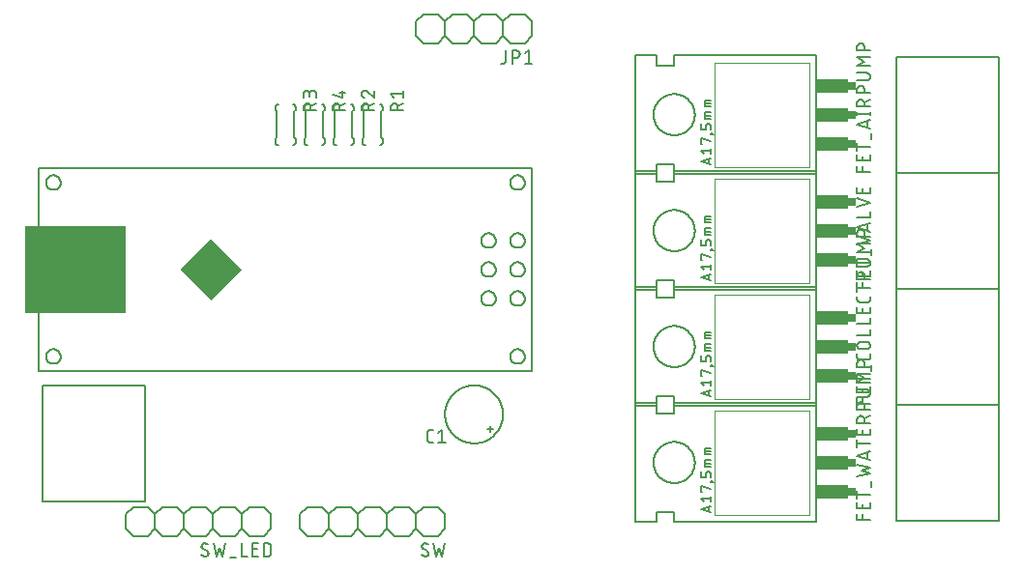
<source format=gbr>
G04 EAGLE Gerber RS-274X export*
G75*
%MOMM*%
%FSLAX34Y34*%
%LPD*%
%INSilkscreen Top*%
%IPPOS*%
%AMOC8*
5,1,8,0,0,1.08239X$1,22.5*%
G01*
%ADD10C,0.152400*%
%ADD11C,0.127000*%
%ADD12C,0.050800*%
%ADD13R,0.635000X0.762000*%
%ADD14R,2.794000X1.270000*%
%ADD15R,3.810000X3.810000*%
%ADD16R,8.890000X7.620000*%


D10*
X397510Y152400D02*
X394970Y152400D01*
X394970Y154940D01*
X394970Y152400D02*
X392430Y152400D01*
X394970Y152400D02*
X394970Y149860D01*
X355600Y165100D02*
X355608Y165723D01*
X355631Y166346D01*
X355669Y166969D01*
X355722Y167590D01*
X355791Y168209D01*
X355875Y168827D01*
X355974Y169442D01*
X356088Y170055D01*
X356217Y170665D01*
X356361Y171272D01*
X356520Y171875D01*
X356694Y172473D01*
X356882Y173068D01*
X357085Y173657D01*
X357302Y174241D01*
X357533Y174820D01*
X357779Y175393D01*
X358039Y175960D01*
X358312Y176520D01*
X358599Y177073D01*
X358900Y177620D01*
X359214Y178158D01*
X359541Y178689D01*
X359881Y179211D01*
X360233Y179726D01*
X360599Y180231D01*
X360976Y180727D01*
X361366Y181214D01*
X361767Y181691D01*
X362180Y182158D01*
X362604Y182614D01*
X363039Y183061D01*
X363486Y183496D01*
X363942Y183920D01*
X364409Y184333D01*
X364886Y184734D01*
X365373Y185124D01*
X365869Y185501D01*
X366374Y185867D01*
X366889Y186219D01*
X367411Y186559D01*
X367942Y186886D01*
X368480Y187200D01*
X369027Y187501D01*
X369580Y187788D01*
X370140Y188061D01*
X370707Y188321D01*
X371280Y188567D01*
X371859Y188798D01*
X372443Y189015D01*
X373032Y189218D01*
X373627Y189406D01*
X374225Y189580D01*
X374828Y189739D01*
X375435Y189883D01*
X376045Y190012D01*
X376658Y190126D01*
X377273Y190225D01*
X377891Y190309D01*
X378510Y190378D01*
X379131Y190431D01*
X379754Y190469D01*
X380377Y190492D01*
X381000Y190500D01*
X381623Y190492D01*
X382246Y190469D01*
X382869Y190431D01*
X383490Y190378D01*
X384109Y190309D01*
X384727Y190225D01*
X385342Y190126D01*
X385955Y190012D01*
X386565Y189883D01*
X387172Y189739D01*
X387775Y189580D01*
X388373Y189406D01*
X388968Y189218D01*
X389557Y189015D01*
X390141Y188798D01*
X390720Y188567D01*
X391293Y188321D01*
X391860Y188061D01*
X392420Y187788D01*
X392973Y187501D01*
X393520Y187200D01*
X394058Y186886D01*
X394589Y186559D01*
X395111Y186219D01*
X395626Y185867D01*
X396131Y185501D01*
X396627Y185124D01*
X397114Y184734D01*
X397591Y184333D01*
X398058Y183920D01*
X398514Y183496D01*
X398961Y183061D01*
X399396Y182614D01*
X399820Y182158D01*
X400233Y181691D01*
X400634Y181214D01*
X401024Y180727D01*
X401401Y180231D01*
X401767Y179726D01*
X402119Y179211D01*
X402459Y178689D01*
X402786Y178158D01*
X403100Y177620D01*
X403401Y177073D01*
X403688Y176520D01*
X403961Y175960D01*
X404221Y175393D01*
X404467Y174820D01*
X404698Y174241D01*
X404915Y173657D01*
X405118Y173068D01*
X405306Y172473D01*
X405480Y171875D01*
X405639Y171272D01*
X405783Y170665D01*
X405912Y170055D01*
X406026Y169442D01*
X406125Y168827D01*
X406209Y168209D01*
X406278Y167590D01*
X406331Y166969D01*
X406369Y166346D01*
X406392Y165723D01*
X406400Y165100D01*
X406392Y164477D01*
X406369Y163854D01*
X406331Y163231D01*
X406278Y162610D01*
X406209Y161991D01*
X406125Y161373D01*
X406026Y160758D01*
X405912Y160145D01*
X405783Y159535D01*
X405639Y158928D01*
X405480Y158325D01*
X405306Y157727D01*
X405118Y157132D01*
X404915Y156543D01*
X404698Y155959D01*
X404467Y155380D01*
X404221Y154807D01*
X403961Y154240D01*
X403688Y153680D01*
X403401Y153127D01*
X403100Y152580D01*
X402786Y152042D01*
X402459Y151511D01*
X402119Y150989D01*
X401767Y150474D01*
X401401Y149969D01*
X401024Y149473D01*
X400634Y148986D01*
X400233Y148509D01*
X399820Y148042D01*
X399396Y147586D01*
X398961Y147139D01*
X398514Y146704D01*
X398058Y146280D01*
X397591Y145867D01*
X397114Y145466D01*
X396627Y145076D01*
X396131Y144699D01*
X395626Y144333D01*
X395111Y143981D01*
X394589Y143641D01*
X394058Y143314D01*
X393520Y143000D01*
X392973Y142699D01*
X392420Y142412D01*
X391860Y142139D01*
X391293Y141879D01*
X390720Y141633D01*
X390141Y141402D01*
X389557Y141185D01*
X388968Y140982D01*
X388373Y140794D01*
X387775Y140620D01*
X387172Y140461D01*
X386565Y140317D01*
X385955Y140188D01*
X385342Y140074D01*
X384727Y139975D01*
X384109Y139891D01*
X383490Y139822D01*
X382869Y139769D01*
X382246Y139731D01*
X381623Y139708D01*
X381000Y139700D01*
X380377Y139708D01*
X379754Y139731D01*
X379131Y139769D01*
X378510Y139822D01*
X377891Y139891D01*
X377273Y139975D01*
X376658Y140074D01*
X376045Y140188D01*
X375435Y140317D01*
X374828Y140461D01*
X374225Y140620D01*
X373627Y140794D01*
X373032Y140982D01*
X372443Y141185D01*
X371859Y141402D01*
X371280Y141633D01*
X370707Y141879D01*
X370140Y142139D01*
X369580Y142412D01*
X369027Y142699D01*
X368480Y143000D01*
X367942Y143314D01*
X367411Y143641D01*
X366889Y143981D01*
X366374Y144333D01*
X365869Y144699D01*
X365373Y145076D01*
X364886Y145466D01*
X364409Y145867D01*
X363942Y146280D01*
X363486Y146704D01*
X363039Y147139D01*
X362604Y147586D01*
X362180Y148042D01*
X361767Y148509D01*
X361366Y148986D01*
X360976Y149473D01*
X360599Y149969D01*
X360233Y150474D01*
X359881Y150989D01*
X359541Y151511D01*
X359214Y152042D01*
X358900Y152580D01*
X358599Y153127D01*
X358312Y153680D01*
X358039Y154240D01*
X357779Y154807D01*
X357533Y155380D01*
X357302Y155959D01*
X357085Y156543D01*
X356882Y157132D01*
X356694Y157727D01*
X356520Y158325D01*
X356361Y158928D01*
X356217Y159535D01*
X356088Y160145D01*
X355974Y160758D01*
X355875Y161373D01*
X355791Y161991D01*
X355722Y162610D01*
X355669Y163231D01*
X355631Y163854D01*
X355608Y164477D01*
X355600Y165100D01*
D11*
X345403Y140335D02*
X342863Y140335D01*
X342763Y140337D01*
X342664Y140343D01*
X342564Y140353D01*
X342466Y140366D01*
X342367Y140384D01*
X342270Y140405D01*
X342174Y140430D01*
X342078Y140459D01*
X341984Y140492D01*
X341891Y140528D01*
X341800Y140568D01*
X341710Y140612D01*
X341622Y140659D01*
X341536Y140709D01*
X341452Y140763D01*
X341370Y140820D01*
X341291Y140880D01*
X341213Y140944D01*
X341139Y141010D01*
X341067Y141079D01*
X340998Y141151D01*
X340932Y141225D01*
X340868Y141303D01*
X340808Y141382D01*
X340751Y141464D01*
X340697Y141548D01*
X340647Y141634D01*
X340600Y141722D01*
X340556Y141812D01*
X340516Y141903D01*
X340480Y141996D01*
X340447Y142090D01*
X340418Y142186D01*
X340393Y142282D01*
X340372Y142379D01*
X340354Y142478D01*
X340341Y142576D01*
X340331Y142676D01*
X340325Y142775D01*
X340323Y142875D01*
X340323Y149225D01*
X340325Y149325D01*
X340331Y149424D01*
X340341Y149524D01*
X340354Y149622D01*
X340372Y149721D01*
X340393Y149818D01*
X340418Y149914D01*
X340447Y150010D01*
X340480Y150104D01*
X340516Y150197D01*
X340556Y150288D01*
X340600Y150378D01*
X340647Y150466D01*
X340697Y150552D01*
X340751Y150636D01*
X340808Y150718D01*
X340868Y150797D01*
X340932Y150875D01*
X340998Y150949D01*
X341067Y151021D01*
X341139Y151090D01*
X341213Y151156D01*
X341291Y151220D01*
X341370Y151280D01*
X341452Y151337D01*
X341536Y151391D01*
X341622Y151441D01*
X341710Y151488D01*
X341800Y151532D01*
X341891Y151572D01*
X341984Y151608D01*
X342078Y151641D01*
X342174Y151670D01*
X342270Y151695D01*
X342367Y151716D01*
X342466Y151734D01*
X342564Y151747D01*
X342664Y151757D01*
X342763Y151763D01*
X342863Y151765D01*
X345403Y151765D01*
X349885Y149225D02*
X353060Y151765D01*
X353060Y140335D01*
X349885Y140335D02*
X356235Y140335D01*
X680720Y375666D02*
X680720Y479806D01*
X521970Y479806D02*
X521970Y375666D01*
X556260Y479806D02*
X680720Y479806D01*
X556260Y479806D02*
X556260Y470916D01*
X541020Y470916D01*
X541020Y479806D01*
X521970Y479806D01*
X556260Y375666D02*
X680720Y375666D01*
X556260Y375666D02*
X556260Y384556D01*
X541020Y384556D01*
X541020Y375666D01*
X521970Y375666D01*
D12*
X674370Y382016D02*
X674370Y473456D01*
X591820Y473456D01*
X591820Y382016D01*
X674370Y382016D01*
D11*
X538226Y427736D02*
X538231Y428179D01*
X538248Y428621D01*
X538275Y429063D01*
X538313Y429504D01*
X538362Y429944D01*
X538421Y430382D01*
X538492Y430819D01*
X538573Y431254D01*
X538664Y431687D01*
X538766Y432118D01*
X538879Y432546D01*
X539003Y432971D01*
X539136Y433393D01*
X539280Y433811D01*
X539434Y434226D01*
X539599Y434637D01*
X539773Y435044D01*
X539957Y435447D01*
X540152Y435844D01*
X540355Y436237D01*
X540569Y436625D01*
X540792Y437007D01*
X541024Y437384D01*
X541265Y437755D01*
X541516Y438120D01*
X541775Y438479D01*
X542043Y438831D01*
X542320Y439177D01*
X542604Y439515D01*
X542898Y439847D01*
X543199Y440171D01*
X543508Y440488D01*
X543825Y440797D01*
X544149Y441098D01*
X544481Y441392D01*
X544819Y441676D01*
X545165Y441953D01*
X545517Y442221D01*
X545876Y442480D01*
X546241Y442731D01*
X546612Y442972D01*
X546989Y443204D01*
X547371Y443427D01*
X547759Y443641D01*
X548152Y443844D01*
X548549Y444039D01*
X548952Y444223D01*
X549359Y444397D01*
X549770Y444562D01*
X550185Y444716D01*
X550603Y444860D01*
X551025Y444993D01*
X551450Y445117D01*
X551878Y445230D01*
X552309Y445332D01*
X552742Y445423D01*
X553177Y445504D01*
X553614Y445575D01*
X554052Y445634D01*
X554492Y445683D01*
X554933Y445721D01*
X555375Y445748D01*
X555817Y445765D01*
X556260Y445770D01*
X556703Y445765D01*
X557145Y445748D01*
X557587Y445721D01*
X558028Y445683D01*
X558468Y445634D01*
X558906Y445575D01*
X559343Y445504D01*
X559778Y445423D01*
X560211Y445332D01*
X560642Y445230D01*
X561070Y445117D01*
X561495Y444993D01*
X561917Y444860D01*
X562335Y444716D01*
X562750Y444562D01*
X563161Y444397D01*
X563568Y444223D01*
X563971Y444039D01*
X564368Y443844D01*
X564761Y443641D01*
X565149Y443427D01*
X565531Y443204D01*
X565908Y442972D01*
X566279Y442731D01*
X566644Y442480D01*
X567003Y442221D01*
X567355Y441953D01*
X567701Y441676D01*
X568039Y441392D01*
X568371Y441098D01*
X568695Y440797D01*
X569012Y440488D01*
X569321Y440171D01*
X569622Y439847D01*
X569916Y439515D01*
X570200Y439177D01*
X570477Y438831D01*
X570745Y438479D01*
X571004Y438120D01*
X571255Y437755D01*
X571496Y437384D01*
X571728Y437007D01*
X571951Y436625D01*
X572165Y436237D01*
X572368Y435844D01*
X572563Y435447D01*
X572747Y435044D01*
X572921Y434637D01*
X573086Y434226D01*
X573240Y433811D01*
X573384Y433393D01*
X573517Y432971D01*
X573641Y432546D01*
X573754Y432118D01*
X573856Y431687D01*
X573947Y431254D01*
X574028Y430819D01*
X574099Y430382D01*
X574158Y429944D01*
X574207Y429504D01*
X574245Y429063D01*
X574272Y428621D01*
X574289Y428179D01*
X574294Y427736D01*
X574289Y427293D01*
X574272Y426851D01*
X574245Y426409D01*
X574207Y425968D01*
X574158Y425528D01*
X574099Y425090D01*
X574028Y424653D01*
X573947Y424218D01*
X573856Y423785D01*
X573754Y423354D01*
X573641Y422926D01*
X573517Y422501D01*
X573384Y422079D01*
X573240Y421661D01*
X573086Y421246D01*
X572921Y420835D01*
X572747Y420428D01*
X572563Y420025D01*
X572368Y419628D01*
X572165Y419235D01*
X571951Y418847D01*
X571728Y418465D01*
X571496Y418088D01*
X571255Y417717D01*
X571004Y417352D01*
X570745Y416993D01*
X570477Y416641D01*
X570200Y416295D01*
X569916Y415957D01*
X569622Y415625D01*
X569321Y415301D01*
X569012Y414984D01*
X568695Y414675D01*
X568371Y414374D01*
X568039Y414080D01*
X567701Y413796D01*
X567355Y413519D01*
X567003Y413251D01*
X566644Y412992D01*
X566279Y412741D01*
X565908Y412500D01*
X565531Y412268D01*
X565149Y412045D01*
X564761Y411831D01*
X564368Y411628D01*
X563971Y411433D01*
X563568Y411249D01*
X563161Y411075D01*
X562750Y410910D01*
X562335Y410756D01*
X561917Y410612D01*
X561495Y410479D01*
X561070Y410355D01*
X560642Y410242D01*
X560211Y410140D01*
X559778Y410049D01*
X559343Y409968D01*
X558906Y409897D01*
X558468Y409838D01*
X558028Y409789D01*
X557587Y409751D01*
X557145Y409724D01*
X556703Y409707D01*
X556260Y409702D01*
X555817Y409707D01*
X555375Y409724D01*
X554933Y409751D01*
X554492Y409789D01*
X554052Y409838D01*
X553614Y409897D01*
X553177Y409968D01*
X552742Y410049D01*
X552309Y410140D01*
X551878Y410242D01*
X551450Y410355D01*
X551025Y410479D01*
X550603Y410612D01*
X550185Y410756D01*
X549770Y410910D01*
X549359Y411075D01*
X548952Y411249D01*
X548549Y411433D01*
X548152Y411628D01*
X547759Y411831D01*
X547371Y412045D01*
X546989Y412268D01*
X546612Y412500D01*
X546241Y412741D01*
X545876Y412992D01*
X545517Y413251D01*
X545165Y413519D01*
X544819Y413796D01*
X544481Y414080D01*
X544149Y414374D01*
X543825Y414675D01*
X543508Y414984D01*
X543199Y415301D01*
X542898Y415625D01*
X542604Y415957D01*
X542320Y416295D01*
X542043Y416641D01*
X541775Y416993D01*
X541516Y417352D01*
X541265Y417717D01*
X541024Y418088D01*
X540792Y418465D01*
X540569Y418847D01*
X540355Y419235D01*
X540152Y419628D01*
X539957Y420025D01*
X539773Y420428D01*
X539599Y420835D01*
X539434Y421246D01*
X539280Y421661D01*
X539136Y422079D01*
X539003Y422501D01*
X538879Y422926D01*
X538766Y423354D01*
X538664Y423785D01*
X538573Y424218D01*
X538492Y424653D01*
X538421Y425090D01*
X538362Y425528D01*
X538313Y425968D01*
X538275Y426409D01*
X538248Y426851D01*
X538231Y427293D01*
X538226Y427736D01*
X580009Y386800D02*
X588645Y383921D01*
X588645Y389678D02*
X580009Y386800D01*
X586486Y388959D02*
X586486Y384641D01*
X581928Y393316D02*
X580009Y395715D01*
X588645Y395715D01*
X588645Y393316D02*
X588645Y398114D01*
X580969Y402232D02*
X580009Y402232D01*
X580009Y407029D01*
X588645Y404630D01*
X588645Y410587D02*
X588645Y411067D01*
X588645Y410587D02*
X588165Y410587D01*
X588165Y411067D01*
X588645Y411067D01*
X590564Y410348D01*
X588645Y414713D02*
X588645Y417592D01*
X588643Y417678D01*
X588637Y417764D01*
X588628Y417850D01*
X588614Y417935D01*
X588597Y418019D01*
X588576Y418103D01*
X588551Y418185D01*
X588523Y418266D01*
X588491Y418346D01*
X588455Y418425D01*
X588416Y418501D01*
X588373Y418576D01*
X588328Y418649D01*
X588279Y418720D01*
X588226Y418788D01*
X588171Y418855D01*
X588113Y418918D01*
X588052Y418979D01*
X587989Y419037D01*
X587922Y419092D01*
X587854Y419145D01*
X587783Y419194D01*
X587710Y419239D01*
X587635Y419282D01*
X587559Y419321D01*
X587480Y419357D01*
X587400Y419389D01*
X587319Y419417D01*
X587237Y419442D01*
X587153Y419463D01*
X587069Y419480D01*
X586984Y419494D01*
X586898Y419503D01*
X586812Y419509D01*
X586726Y419511D01*
X585766Y419511D01*
X585680Y419509D01*
X585594Y419503D01*
X585508Y419494D01*
X585423Y419480D01*
X585339Y419463D01*
X585255Y419442D01*
X585173Y419417D01*
X585092Y419389D01*
X585012Y419357D01*
X584933Y419321D01*
X584857Y419282D01*
X584782Y419239D01*
X584709Y419194D01*
X584638Y419145D01*
X584570Y419092D01*
X584503Y419037D01*
X584440Y418979D01*
X584379Y418918D01*
X584321Y418855D01*
X584266Y418788D01*
X584214Y418720D01*
X584164Y418649D01*
X584119Y418576D01*
X584076Y418501D01*
X584037Y418425D01*
X584001Y418346D01*
X583969Y418266D01*
X583941Y418185D01*
X583916Y418103D01*
X583895Y418019D01*
X583878Y417935D01*
X583864Y417850D01*
X583855Y417764D01*
X583849Y417678D01*
X583847Y417592D01*
X583847Y414713D01*
X580009Y414713D01*
X580009Y419511D01*
X582888Y424040D02*
X588645Y424040D01*
X582888Y424040D02*
X582888Y428358D01*
X582890Y428433D01*
X582896Y428508D01*
X582906Y428583D01*
X582919Y428657D01*
X582937Y428730D01*
X582958Y428803D01*
X582984Y428874D01*
X583012Y428943D01*
X583045Y429011D01*
X583081Y429078D01*
X583120Y429142D01*
X583163Y429204D01*
X583209Y429264D01*
X583258Y429321D01*
X583309Y429376D01*
X583364Y429427D01*
X583421Y429476D01*
X583481Y429522D01*
X583543Y429565D01*
X583608Y429604D01*
X583674Y429640D01*
X583742Y429673D01*
X583811Y429701D01*
X583882Y429727D01*
X583955Y429748D01*
X584028Y429766D01*
X584102Y429779D01*
X584177Y429789D01*
X584252Y429795D01*
X584327Y429797D01*
X588645Y429797D01*
X588645Y426919D02*
X582888Y426919D01*
X582888Y434739D02*
X588645Y434739D01*
X582888Y434739D02*
X582888Y439057D01*
X582890Y439132D01*
X582896Y439207D01*
X582906Y439282D01*
X582919Y439356D01*
X582937Y439429D01*
X582958Y439502D01*
X582984Y439573D01*
X583012Y439642D01*
X583045Y439710D01*
X583081Y439777D01*
X583120Y439841D01*
X583163Y439903D01*
X583209Y439963D01*
X583258Y440020D01*
X583309Y440075D01*
X583364Y440126D01*
X583421Y440175D01*
X583481Y440221D01*
X583543Y440264D01*
X583608Y440303D01*
X583674Y440339D01*
X583742Y440372D01*
X583811Y440400D01*
X583882Y440426D01*
X583955Y440447D01*
X584028Y440465D01*
X584102Y440478D01*
X584177Y440488D01*
X584252Y440494D01*
X584327Y440496D01*
X588645Y440496D01*
X588645Y437617D02*
X582888Y437617D01*
D13*
X711835Y453136D03*
X711835Y427736D03*
X711835Y402336D03*
D14*
X694690Y402336D03*
X694690Y427736D03*
X694690Y453136D03*
D11*
X716407Y377571D02*
X727837Y377571D01*
X716407Y377571D02*
X716407Y382651D01*
X721487Y382651D02*
X721487Y377571D01*
X727837Y387477D02*
X727837Y392557D01*
X727837Y387477D02*
X716407Y387477D01*
X716407Y392557D01*
X721487Y391287D02*
X721487Y387477D01*
X716407Y399390D02*
X727837Y399390D01*
X716407Y396215D02*
X716407Y402565D01*
X729107Y406375D02*
X729107Y411455D01*
X727837Y415392D02*
X716407Y419202D01*
X727837Y423012D01*
X724980Y422059D02*
X724980Y416344D01*
X727837Y428346D02*
X716407Y428346D01*
X727837Y427076D02*
X727837Y429616D01*
X716407Y429616D02*
X716407Y427076D01*
X716407Y434778D02*
X727837Y434778D01*
X716407Y434778D02*
X716407Y437953D01*
X716409Y438064D01*
X716415Y438174D01*
X716424Y438285D01*
X716438Y438395D01*
X716455Y438504D01*
X716476Y438613D01*
X716501Y438721D01*
X716530Y438828D01*
X716562Y438934D01*
X716598Y439039D01*
X716638Y439142D01*
X716681Y439244D01*
X716728Y439345D01*
X716779Y439444D01*
X716832Y439541D01*
X716889Y439635D01*
X716950Y439728D01*
X717013Y439819D01*
X717080Y439908D01*
X717150Y439994D01*
X717223Y440077D01*
X717298Y440159D01*
X717376Y440237D01*
X717458Y440312D01*
X717541Y440385D01*
X717627Y440455D01*
X717716Y440522D01*
X717807Y440585D01*
X717900Y440646D01*
X717995Y440703D01*
X718091Y440756D01*
X718190Y440807D01*
X718291Y440854D01*
X718393Y440897D01*
X718496Y440937D01*
X718601Y440973D01*
X718707Y441005D01*
X718814Y441034D01*
X718922Y441059D01*
X719031Y441080D01*
X719140Y441097D01*
X719250Y441111D01*
X719361Y441120D01*
X719471Y441126D01*
X719582Y441128D01*
X719693Y441126D01*
X719803Y441120D01*
X719914Y441111D01*
X720024Y441097D01*
X720133Y441080D01*
X720242Y441059D01*
X720350Y441034D01*
X720457Y441005D01*
X720563Y440973D01*
X720668Y440937D01*
X720771Y440897D01*
X720873Y440854D01*
X720974Y440807D01*
X721073Y440756D01*
X721170Y440703D01*
X721264Y440646D01*
X721357Y440585D01*
X721448Y440522D01*
X721537Y440455D01*
X721623Y440385D01*
X721706Y440312D01*
X721788Y440237D01*
X721866Y440159D01*
X721941Y440077D01*
X722014Y439994D01*
X722084Y439908D01*
X722151Y439819D01*
X722214Y439728D01*
X722275Y439635D01*
X722332Y439541D01*
X722385Y439444D01*
X722436Y439345D01*
X722483Y439244D01*
X722526Y439142D01*
X722566Y439039D01*
X722602Y438934D01*
X722634Y438828D01*
X722663Y438721D01*
X722688Y438613D01*
X722709Y438504D01*
X722726Y438395D01*
X722740Y438285D01*
X722749Y438174D01*
X722755Y438064D01*
X722757Y437953D01*
X722757Y434778D01*
X722757Y438588D02*
X727837Y441128D01*
X727837Y446697D02*
X716407Y446697D01*
X716407Y449872D01*
X716409Y449983D01*
X716415Y450093D01*
X716424Y450204D01*
X716438Y450314D01*
X716455Y450423D01*
X716476Y450532D01*
X716501Y450640D01*
X716530Y450747D01*
X716562Y450853D01*
X716598Y450958D01*
X716638Y451061D01*
X716681Y451163D01*
X716728Y451264D01*
X716779Y451363D01*
X716832Y451460D01*
X716889Y451554D01*
X716950Y451647D01*
X717013Y451738D01*
X717080Y451827D01*
X717150Y451913D01*
X717223Y451996D01*
X717298Y452078D01*
X717376Y452156D01*
X717458Y452231D01*
X717541Y452304D01*
X717627Y452374D01*
X717716Y452441D01*
X717807Y452504D01*
X717900Y452565D01*
X717995Y452622D01*
X718091Y452675D01*
X718190Y452726D01*
X718291Y452773D01*
X718393Y452816D01*
X718496Y452856D01*
X718601Y452892D01*
X718707Y452924D01*
X718814Y452953D01*
X718922Y452978D01*
X719031Y452999D01*
X719140Y453016D01*
X719250Y453030D01*
X719361Y453039D01*
X719471Y453045D01*
X719582Y453047D01*
X719693Y453045D01*
X719803Y453039D01*
X719914Y453030D01*
X720024Y453016D01*
X720133Y452999D01*
X720242Y452978D01*
X720350Y452953D01*
X720457Y452924D01*
X720563Y452892D01*
X720668Y452856D01*
X720771Y452816D01*
X720873Y452773D01*
X720974Y452726D01*
X721073Y452675D01*
X721170Y452622D01*
X721264Y452565D01*
X721357Y452504D01*
X721448Y452441D01*
X721537Y452374D01*
X721623Y452304D01*
X721706Y452231D01*
X721788Y452156D01*
X721866Y452078D01*
X721941Y451996D01*
X722014Y451913D01*
X722084Y451827D01*
X722151Y451738D01*
X722214Y451647D01*
X722275Y451554D01*
X722332Y451460D01*
X722385Y451363D01*
X722436Y451264D01*
X722483Y451163D01*
X722526Y451061D01*
X722566Y450958D01*
X722602Y450853D01*
X722634Y450747D01*
X722663Y450640D01*
X722688Y450532D01*
X722709Y450423D01*
X722726Y450314D01*
X722740Y450204D01*
X722749Y450093D01*
X722755Y449983D01*
X722757Y449872D01*
X722757Y446697D01*
X724662Y457937D02*
X716407Y457937D01*
X724662Y457937D02*
X724773Y457939D01*
X724883Y457945D01*
X724994Y457954D01*
X725104Y457968D01*
X725213Y457985D01*
X725322Y458006D01*
X725430Y458031D01*
X725537Y458060D01*
X725643Y458092D01*
X725748Y458128D01*
X725851Y458168D01*
X725953Y458211D01*
X726054Y458258D01*
X726153Y458309D01*
X726250Y458362D01*
X726344Y458419D01*
X726437Y458480D01*
X726528Y458543D01*
X726617Y458610D01*
X726703Y458680D01*
X726786Y458753D01*
X726868Y458828D01*
X726946Y458906D01*
X727021Y458988D01*
X727094Y459071D01*
X727164Y459157D01*
X727231Y459246D01*
X727294Y459337D01*
X727355Y459430D01*
X727412Y459524D01*
X727465Y459621D01*
X727516Y459720D01*
X727563Y459821D01*
X727606Y459923D01*
X727646Y460026D01*
X727682Y460131D01*
X727714Y460237D01*
X727743Y460344D01*
X727768Y460452D01*
X727789Y460561D01*
X727806Y460670D01*
X727820Y460780D01*
X727829Y460891D01*
X727835Y461001D01*
X727837Y461112D01*
X727835Y461223D01*
X727829Y461333D01*
X727820Y461444D01*
X727806Y461554D01*
X727789Y461663D01*
X727768Y461772D01*
X727743Y461880D01*
X727714Y461987D01*
X727682Y462093D01*
X727646Y462198D01*
X727606Y462301D01*
X727563Y462403D01*
X727516Y462504D01*
X727465Y462603D01*
X727412Y462699D01*
X727355Y462794D01*
X727294Y462887D01*
X727231Y462978D01*
X727164Y463067D01*
X727094Y463153D01*
X727021Y463236D01*
X726946Y463318D01*
X726868Y463396D01*
X726786Y463471D01*
X726703Y463544D01*
X726617Y463614D01*
X726528Y463681D01*
X726437Y463744D01*
X726344Y463805D01*
X726250Y463862D01*
X726153Y463915D01*
X726054Y463966D01*
X725953Y464013D01*
X725851Y464056D01*
X725748Y464096D01*
X725643Y464132D01*
X725537Y464164D01*
X725430Y464193D01*
X725322Y464218D01*
X725213Y464239D01*
X725104Y464256D01*
X724994Y464270D01*
X724883Y464279D01*
X724773Y464285D01*
X724662Y464287D01*
X716407Y464287D01*
X716407Y470256D02*
X727837Y470256D01*
X722757Y474066D02*
X716407Y470256D01*
X722757Y474066D02*
X716407Y477876D01*
X727837Y477876D01*
X727837Y484035D02*
X716407Y484035D01*
X716407Y487210D01*
X716409Y487321D01*
X716415Y487431D01*
X716424Y487542D01*
X716438Y487652D01*
X716455Y487761D01*
X716476Y487870D01*
X716501Y487978D01*
X716530Y488085D01*
X716562Y488191D01*
X716598Y488296D01*
X716638Y488399D01*
X716681Y488501D01*
X716728Y488602D01*
X716779Y488701D01*
X716832Y488798D01*
X716889Y488892D01*
X716950Y488985D01*
X717013Y489076D01*
X717080Y489165D01*
X717150Y489251D01*
X717223Y489334D01*
X717298Y489416D01*
X717376Y489494D01*
X717458Y489569D01*
X717541Y489642D01*
X717627Y489712D01*
X717716Y489779D01*
X717807Y489842D01*
X717900Y489903D01*
X717995Y489960D01*
X718091Y490013D01*
X718190Y490064D01*
X718291Y490111D01*
X718393Y490154D01*
X718496Y490194D01*
X718601Y490230D01*
X718707Y490262D01*
X718814Y490291D01*
X718922Y490316D01*
X719031Y490337D01*
X719140Y490354D01*
X719250Y490368D01*
X719361Y490377D01*
X719471Y490383D01*
X719582Y490385D01*
X719693Y490383D01*
X719803Y490377D01*
X719914Y490368D01*
X720024Y490354D01*
X720133Y490337D01*
X720242Y490316D01*
X720350Y490291D01*
X720457Y490262D01*
X720563Y490230D01*
X720668Y490194D01*
X720771Y490154D01*
X720873Y490111D01*
X720974Y490064D01*
X721073Y490013D01*
X721170Y489960D01*
X721264Y489903D01*
X721357Y489842D01*
X721448Y489779D01*
X721537Y489712D01*
X721623Y489642D01*
X721706Y489569D01*
X721788Y489494D01*
X721866Y489416D01*
X721941Y489334D01*
X722014Y489251D01*
X722084Y489165D01*
X722151Y489076D01*
X722214Y488985D01*
X722275Y488892D01*
X722332Y488798D01*
X722385Y488701D01*
X722436Y488602D01*
X722483Y488501D01*
X722526Y488399D01*
X722566Y488296D01*
X722602Y488191D01*
X722634Y488085D01*
X722663Y487978D01*
X722688Y487870D01*
X722709Y487761D01*
X722726Y487652D01*
X722740Y487542D01*
X722749Y487431D01*
X722755Y487321D01*
X722757Y487210D01*
X722757Y484035D01*
X680720Y276606D02*
X680720Y172466D01*
X521970Y172466D02*
X521970Y276606D01*
X556260Y276606D02*
X680720Y276606D01*
X556260Y276606D02*
X556260Y267716D01*
X541020Y267716D01*
X541020Y276606D01*
X521970Y276606D01*
X556260Y172466D02*
X680720Y172466D01*
X556260Y172466D02*
X556260Y181356D01*
X541020Y181356D01*
X541020Y172466D01*
X521970Y172466D01*
D12*
X674370Y178816D02*
X674370Y270256D01*
X591820Y270256D01*
X591820Y178816D01*
X674370Y178816D01*
D11*
X538226Y224536D02*
X538231Y224979D01*
X538248Y225421D01*
X538275Y225863D01*
X538313Y226304D01*
X538362Y226744D01*
X538421Y227182D01*
X538492Y227619D01*
X538573Y228054D01*
X538664Y228487D01*
X538766Y228918D01*
X538879Y229346D01*
X539003Y229771D01*
X539136Y230193D01*
X539280Y230611D01*
X539434Y231026D01*
X539599Y231437D01*
X539773Y231844D01*
X539957Y232247D01*
X540152Y232644D01*
X540355Y233037D01*
X540569Y233425D01*
X540792Y233807D01*
X541024Y234184D01*
X541265Y234555D01*
X541516Y234920D01*
X541775Y235279D01*
X542043Y235631D01*
X542320Y235977D01*
X542604Y236315D01*
X542898Y236647D01*
X543199Y236971D01*
X543508Y237288D01*
X543825Y237597D01*
X544149Y237898D01*
X544481Y238192D01*
X544819Y238476D01*
X545165Y238753D01*
X545517Y239021D01*
X545876Y239280D01*
X546241Y239531D01*
X546612Y239772D01*
X546989Y240004D01*
X547371Y240227D01*
X547759Y240441D01*
X548152Y240644D01*
X548549Y240839D01*
X548952Y241023D01*
X549359Y241197D01*
X549770Y241362D01*
X550185Y241516D01*
X550603Y241660D01*
X551025Y241793D01*
X551450Y241917D01*
X551878Y242030D01*
X552309Y242132D01*
X552742Y242223D01*
X553177Y242304D01*
X553614Y242375D01*
X554052Y242434D01*
X554492Y242483D01*
X554933Y242521D01*
X555375Y242548D01*
X555817Y242565D01*
X556260Y242570D01*
X556703Y242565D01*
X557145Y242548D01*
X557587Y242521D01*
X558028Y242483D01*
X558468Y242434D01*
X558906Y242375D01*
X559343Y242304D01*
X559778Y242223D01*
X560211Y242132D01*
X560642Y242030D01*
X561070Y241917D01*
X561495Y241793D01*
X561917Y241660D01*
X562335Y241516D01*
X562750Y241362D01*
X563161Y241197D01*
X563568Y241023D01*
X563971Y240839D01*
X564368Y240644D01*
X564761Y240441D01*
X565149Y240227D01*
X565531Y240004D01*
X565908Y239772D01*
X566279Y239531D01*
X566644Y239280D01*
X567003Y239021D01*
X567355Y238753D01*
X567701Y238476D01*
X568039Y238192D01*
X568371Y237898D01*
X568695Y237597D01*
X569012Y237288D01*
X569321Y236971D01*
X569622Y236647D01*
X569916Y236315D01*
X570200Y235977D01*
X570477Y235631D01*
X570745Y235279D01*
X571004Y234920D01*
X571255Y234555D01*
X571496Y234184D01*
X571728Y233807D01*
X571951Y233425D01*
X572165Y233037D01*
X572368Y232644D01*
X572563Y232247D01*
X572747Y231844D01*
X572921Y231437D01*
X573086Y231026D01*
X573240Y230611D01*
X573384Y230193D01*
X573517Y229771D01*
X573641Y229346D01*
X573754Y228918D01*
X573856Y228487D01*
X573947Y228054D01*
X574028Y227619D01*
X574099Y227182D01*
X574158Y226744D01*
X574207Y226304D01*
X574245Y225863D01*
X574272Y225421D01*
X574289Y224979D01*
X574294Y224536D01*
X574289Y224093D01*
X574272Y223651D01*
X574245Y223209D01*
X574207Y222768D01*
X574158Y222328D01*
X574099Y221890D01*
X574028Y221453D01*
X573947Y221018D01*
X573856Y220585D01*
X573754Y220154D01*
X573641Y219726D01*
X573517Y219301D01*
X573384Y218879D01*
X573240Y218461D01*
X573086Y218046D01*
X572921Y217635D01*
X572747Y217228D01*
X572563Y216825D01*
X572368Y216428D01*
X572165Y216035D01*
X571951Y215647D01*
X571728Y215265D01*
X571496Y214888D01*
X571255Y214517D01*
X571004Y214152D01*
X570745Y213793D01*
X570477Y213441D01*
X570200Y213095D01*
X569916Y212757D01*
X569622Y212425D01*
X569321Y212101D01*
X569012Y211784D01*
X568695Y211475D01*
X568371Y211174D01*
X568039Y210880D01*
X567701Y210596D01*
X567355Y210319D01*
X567003Y210051D01*
X566644Y209792D01*
X566279Y209541D01*
X565908Y209300D01*
X565531Y209068D01*
X565149Y208845D01*
X564761Y208631D01*
X564368Y208428D01*
X563971Y208233D01*
X563568Y208049D01*
X563161Y207875D01*
X562750Y207710D01*
X562335Y207556D01*
X561917Y207412D01*
X561495Y207279D01*
X561070Y207155D01*
X560642Y207042D01*
X560211Y206940D01*
X559778Y206849D01*
X559343Y206768D01*
X558906Y206697D01*
X558468Y206638D01*
X558028Y206589D01*
X557587Y206551D01*
X557145Y206524D01*
X556703Y206507D01*
X556260Y206502D01*
X555817Y206507D01*
X555375Y206524D01*
X554933Y206551D01*
X554492Y206589D01*
X554052Y206638D01*
X553614Y206697D01*
X553177Y206768D01*
X552742Y206849D01*
X552309Y206940D01*
X551878Y207042D01*
X551450Y207155D01*
X551025Y207279D01*
X550603Y207412D01*
X550185Y207556D01*
X549770Y207710D01*
X549359Y207875D01*
X548952Y208049D01*
X548549Y208233D01*
X548152Y208428D01*
X547759Y208631D01*
X547371Y208845D01*
X546989Y209068D01*
X546612Y209300D01*
X546241Y209541D01*
X545876Y209792D01*
X545517Y210051D01*
X545165Y210319D01*
X544819Y210596D01*
X544481Y210880D01*
X544149Y211174D01*
X543825Y211475D01*
X543508Y211784D01*
X543199Y212101D01*
X542898Y212425D01*
X542604Y212757D01*
X542320Y213095D01*
X542043Y213441D01*
X541775Y213793D01*
X541516Y214152D01*
X541265Y214517D01*
X541024Y214888D01*
X540792Y215265D01*
X540569Y215647D01*
X540355Y216035D01*
X540152Y216428D01*
X539957Y216825D01*
X539773Y217228D01*
X539599Y217635D01*
X539434Y218046D01*
X539280Y218461D01*
X539136Y218879D01*
X539003Y219301D01*
X538879Y219726D01*
X538766Y220154D01*
X538664Y220585D01*
X538573Y221018D01*
X538492Y221453D01*
X538421Y221890D01*
X538362Y222328D01*
X538313Y222768D01*
X538275Y223209D01*
X538248Y223651D01*
X538231Y224093D01*
X538226Y224536D01*
X580009Y183600D02*
X588645Y180721D01*
X588645Y186478D02*
X580009Y183600D01*
X586486Y185759D02*
X586486Y181441D01*
X581928Y190116D02*
X580009Y192515D01*
X588645Y192515D01*
X588645Y190116D02*
X588645Y194914D01*
X580969Y199032D02*
X580009Y199032D01*
X580009Y203829D01*
X588645Y201430D01*
X588645Y207387D02*
X588645Y207867D01*
X588645Y207387D02*
X588165Y207387D01*
X588165Y207867D01*
X588645Y207867D01*
X590564Y207148D01*
X588645Y211513D02*
X588645Y214392D01*
X588643Y214478D01*
X588637Y214564D01*
X588628Y214650D01*
X588614Y214735D01*
X588597Y214819D01*
X588576Y214903D01*
X588551Y214985D01*
X588523Y215066D01*
X588491Y215146D01*
X588455Y215225D01*
X588416Y215301D01*
X588373Y215376D01*
X588328Y215449D01*
X588279Y215520D01*
X588226Y215588D01*
X588171Y215655D01*
X588113Y215718D01*
X588052Y215779D01*
X587989Y215837D01*
X587922Y215892D01*
X587854Y215945D01*
X587783Y215994D01*
X587710Y216039D01*
X587635Y216082D01*
X587559Y216121D01*
X587480Y216157D01*
X587400Y216189D01*
X587319Y216217D01*
X587237Y216242D01*
X587153Y216263D01*
X587069Y216280D01*
X586984Y216294D01*
X586898Y216303D01*
X586812Y216309D01*
X586726Y216311D01*
X585766Y216311D01*
X585680Y216309D01*
X585594Y216303D01*
X585508Y216294D01*
X585423Y216280D01*
X585339Y216263D01*
X585255Y216242D01*
X585173Y216217D01*
X585092Y216189D01*
X585012Y216157D01*
X584933Y216121D01*
X584857Y216082D01*
X584782Y216039D01*
X584709Y215994D01*
X584638Y215945D01*
X584570Y215892D01*
X584503Y215837D01*
X584440Y215779D01*
X584379Y215718D01*
X584321Y215655D01*
X584266Y215588D01*
X584214Y215520D01*
X584164Y215449D01*
X584119Y215376D01*
X584076Y215301D01*
X584037Y215225D01*
X584001Y215146D01*
X583969Y215066D01*
X583941Y214985D01*
X583916Y214903D01*
X583895Y214819D01*
X583878Y214735D01*
X583864Y214650D01*
X583855Y214564D01*
X583849Y214478D01*
X583847Y214392D01*
X583847Y211513D01*
X580009Y211513D01*
X580009Y216311D01*
X582888Y220840D02*
X588645Y220840D01*
X582888Y220840D02*
X582888Y225158D01*
X582890Y225233D01*
X582896Y225308D01*
X582906Y225383D01*
X582919Y225457D01*
X582937Y225530D01*
X582958Y225603D01*
X582984Y225674D01*
X583012Y225743D01*
X583045Y225811D01*
X583081Y225878D01*
X583120Y225942D01*
X583163Y226004D01*
X583209Y226064D01*
X583258Y226121D01*
X583309Y226176D01*
X583364Y226227D01*
X583421Y226276D01*
X583481Y226322D01*
X583543Y226365D01*
X583608Y226404D01*
X583674Y226440D01*
X583742Y226473D01*
X583811Y226501D01*
X583882Y226527D01*
X583955Y226548D01*
X584028Y226566D01*
X584102Y226579D01*
X584177Y226589D01*
X584252Y226595D01*
X584327Y226597D01*
X588645Y226597D01*
X588645Y223719D02*
X582888Y223719D01*
X582888Y231539D02*
X588645Y231539D01*
X582888Y231539D02*
X582888Y235857D01*
X582890Y235932D01*
X582896Y236007D01*
X582906Y236082D01*
X582919Y236156D01*
X582937Y236229D01*
X582958Y236302D01*
X582984Y236373D01*
X583012Y236442D01*
X583045Y236510D01*
X583081Y236577D01*
X583120Y236641D01*
X583163Y236703D01*
X583209Y236763D01*
X583258Y236820D01*
X583309Y236875D01*
X583364Y236926D01*
X583421Y236975D01*
X583481Y237021D01*
X583543Y237064D01*
X583608Y237103D01*
X583674Y237139D01*
X583742Y237172D01*
X583811Y237200D01*
X583882Y237226D01*
X583955Y237247D01*
X584028Y237265D01*
X584102Y237278D01*
X584177Y237288D01*
X584252Y237294D01*
X584327Y237296D01*
X588645Y237296D01*
X588645Y234417D02*
X582888Y234417D01*
D13*
X711835Y249936D03*
X711835Y224536D03*
X711835Y199136D03*
D14*
X694690Y199136D03*
X694690Y224536D03*
X694690Y249936D03*
D11*
X716407Y174371D02*
X727837Y174371D01*
X716407Y174371D02*
X716407Y179451D01*
X721487Y179451D02*
X721487Y174371D01*
X727837Y184277D02*
X727837Y189357D01*
X727837Y184277D02*
X716407Y184277D01*
X716407Y189357D01*
X721487Y188087D02*
X721487Y184277D01*
X716407Y196190D02*
X727837Y196190D01*
X716407Y193015D02*
X716407Y199365D01*
X729107Y203175D02*
X729107Y208255D01*
X727837Y215329D02*
X727837Y217869D01*
X727837Y215329D02*
X727835Y215229D01*
X727829Y215130D01*
X727819Y215030D01*
X727806Y214932D01*
X727788Y214833D01*
X727767Y214736D01*
X727742Y214640D01*
X727713Y214544D01*
X727680Y214450D01*
X727644Y214357D01*
X727604Y214266D01*
X727560Y214176D01*
X727513Y214088D01*
X727463Y214002D01*
X727409Y213918D01*
X727352Y213836D01*
X727292Y213757D01*
X727228Y213679D01*
X727162Y213605D01*
X727093Y213533D01*
X727021Y213464D01*
X726947Y213398D01*
X726869Y213334D01*
X726790Y213274D01*
X726708Y213217D01*
X726624Y213163D01*
X726538Y213113D01*
X726450Y213066D01*
X726360Y213022D01*
X726269Y212982D01*
X726176Y212946D01*
X726082Y212913D01*
X725986Y212884D01*
X725890Y212859D01*
X725793Y212838D01*
X725694Y212820D01*
X725596Y212807D01*
X725496Y212797D01*
X725397Y212791D01*
X725297Y212789D01*
X718947Y212789D01*
X718847Y212791D01*
X718748Y212797D01*
X718648Y212807D01*
X718550Y212820D01*
X718451Y212838D01*
X718354Y212859D01*
X718258Y212884D01*
X718162Y212913D01*
X718068Y212946D01*
X717975Y212982D01*
X717884Y213022D01*
X717794Y213066D01*
X717706Y213113D01*
X717620Y213163D01*
X717536Y213217D01*
X717454Y213274D01*
X717375Y213334D01*
X717297Y213398D01*
X717223Y213464D01*
X717151Y213533D01*
X717082Y213605D01*
X717016Y213679D01*
X716952Y213757D01*
X716892Y213836D01*
X716835Y213918D01*
X716781Y214002D01*
X716731Y214088D01*
X716684Y214176D01*
X716640Y214266D01*
X716600Y214357D01*
X716564Y214450D01*
X716531Y214544D01*
X716502Y214640D01*
X716477Y214736D01*
X716456Y214833D01*
X716438Y214932D01*
X716425Y215030D01*
X716415Y215130D01*
X716409Y215229D01*
X716407Y215329D01*
X716407Y217869D01*
X719582Y222352D02*
X724662Y222352D01*
X719582Y222352D02*
X719471Y222354D01*
X719361Y222360D01*
X719250Y222369D01*
X719140Y222383D01*
X719031Y222400D01*
X718922Y222421D01*
X718814Y222446D01*
X718707Y222475D01*
X718601Y222507D01*
X718496Y222543D01*
X718393Y222583D01*
X718291Y222626D01*
X718190Y222673D01*
X718091Y222724D01*
X717995Y222777D01*
X717900Y222834D01*
X717807Y222895D01*
X717716Y222958D01*
X717627Y223025D01*
X717541Y223095D01*
X717458Y223168D01*
X717376Y223243D01*
X717298Y223321D01*
X717223Y223403D01*
X717150Y223486D01*
X717080Y223572D01*
X717013Y223661D01*
X716950Y223752D01*
X716889Y223845D01*
X716832Y223940D01*
X716779Y224036D01*
X716728Y224135D01*
X716681Y224236D01*
X716638Y224338D01*
X716598Y224441D01*
X716562Y224546D01*
X716530Y224652D01*
X716501Y224759D01*
X716476Y224867D01*
X716455Y224976D01*
X716438Y225085D01*
X716424Y225195D01*
X716415Y225306D01*
X716409Y225416D01*
X716407Y225527D01*
X716409Y225638D01*
X716415Y225748D01*
X716424Y225859D01*
X716438Y225969D01*
X716455Y226078D01*
X716476Y226187D01*
X716501Y226295D01*
X716530Y226402D01*
X716562Y226508D01*
X716598Y226613D01*
X716638Y226716D01*
X716681Y226818D01*
X716728Y226919D01*
X716779Y227018D01*
X716832Y227115D01*
X716889Y227209D01*
X716950Y227302D01*
X717013Y227393D01*
X717080Y227482D01*
X717150Y227568D01*
X717223Y227651D01*
X717298Y227733D01*
X717376Y227811D01*
X717458Y227886D01*
X717541Y227959D01*
X717627Y228029D01*
X717716Y228096D01*
X717807Y228159D01*
X717900Y228220D01*
X717995Y228277D01*
X718091Y228330D01*
X718190Y228381D01*
X718291Y228428D01*
X718393Y228471D01*
X718496Y228511D01*
X718601Y228547D01*
X718707Y228579D01*
X718814Y228608D01*
X718922Y228633D01*
X719031Y228654D01*
X719140Y228671D01*
X719250Y228685D01*
X719361Y228694D01*
X719471Y228700D01*
X719582Y228702D01*
X724662Y228702D01*
X724773Y228700D01*
X724883Y228694D01*
X724994Y228685D01*
X725104Y228671D01*
X725213Y228654D01*
X725322Y228633D01*
X725430Y228608D01*
X725537Y228579D01*
X725643Y228547D01*
X725748Y228511D01*
X725851Y228471D01*
X725953Y228428D01*
X726054Y228381D01*
X726153Y228330D01*
X726250Y228277D01*
X726344Y228220D01*
X726437Y228159D01*
X726528Y228096D01*
X726617Y228029D01*
X726703Y227959D01*
X726786Y227886D01*
X726868Y227811D01*
X726946Y227733D01*
X727021Y227651D01*
X727094Y227568D01*
X727164Y227482D01*
X727231Y227393D01*
X727294Y227302D01*
X727355Y227209D01*
X727412Y227114D01*
X727465Y227018D01*
X727516Y226919D01*
X727563Y226818D01*
X727606Y226716D01*
X727646Y226613D01*
X727682Y226508D01*
X727714Y226402D01*
X727743Y226295D01*
X727768Y226187D01*
X727789Y226078D01*
X727806Y225969D01*
X727820Y225859D01*
X727829Y225748D01*
X727835Y225638D01*
X727837Y225527D01*
X727835Y225416D01*
X727829Y225306D01*
X727820Y225195D01*
X727806Y225085D01*
X727789Y224976D01*
X727768Y224867D01*
X727743Y224759D01*
X727714Y224652D01*
X727682Y224546D01*
X727646Y224441D01*
X727606Y224338D01*
X727563Y224236D01*
X727516Y224135D01*
X727465Y224036D01*
X727412Y223939D01*
X727355Y223845D01*
X727294Y223752D01*
X727231Y223661D01*
X727164Y223572D01*
X727094Y223486D01*
X727021Y223403D01*
X726946Y223321D01*
X726868Y223243D01*
X726786Y223168D01*
X726703Y223095D01*
X726617Y223025D01*
X726528Y222958D01*
X726437Y222895D01*
X726344Y222834D01*
X726250Y222777D01*
X726153Y222724D01*
X726054Y222673D01*
X725953Y222626D01*
X725851Y222583D01*
X725748Y222543D01*
X725643Y222507D01*
X725537Y222475D01*
X725430Y222446D01*
X725322Y222421D01*
X725213Y222400D01*
X725104Y222383D01*
X724994Y222369D01*
X724883Y222360D01*
X724773Y222354D01*
X724662Y222352D01*
X727837Y234188D02*
X716407Y234188D01*
X727837Y234188D02*
X727837Y239268D01*
X727837Y244094D02*
X716407Y244094D01*
X727837Y244094D02*
X727837Y249174D01*
X727837Y254000D02*
X727837Y259080D01*
X727837Y254000D02*
X716407Y254000D01*
X716407Y259080D01*
X721487Y257810D02*
X721487Y254000D01*
X727837Y266002D02*
X727837Y268542D01*
X727837Y266002D02*
X727835Y265902D01*
X727829Y265803D01*
X727819Y265703D01*
X727806Y265605D01*
X727788Y265506D01*
X727767Y265409D01*
X727742Y265313D01*
X727713Y265217D01*
X727680Y265123D01*
X727644Y265030D01*
X727604Y264939D01*
X727560Y264849D01*
X727513Y264761D01*
X727463Y264675D01*
X727409Y264591D01*
X727352Y264509D01*
X727292Y264430D01*
X727228Y264352D01*
X727162Y264278D01*
X727093Y264206D01*
X727021Y264137D01*
X726947Y264071D01*
X726869Y264007D01*
X726790Y263947D01*
X726708Y263890D01*
X726624Y263836D01*
X726538Y263786D01*
X726450Y263739D01*
X726360Y263695D01*
X726269Y263655D01*
X726176Y263619D01*
X726082Y263586D01*
X725986Y263557D01*
X725890Y263532D01*
X725793Y263511D01*
X725694Y263493D01*
X725596Y263480D01*
X725496Y263470D01*
X725397Y263464D01*
X725297Y263462D01*
X718947Y263462D01*
X718847Y263464D01*
X718748Y263470D01*
X718648Y263480D01*
X718550Y263493D01*
X718451Y263511D01*
X718354Y263532D01*
X718258Y263557D01*
X718162Y263586D01*
X718068Y263619D01*
X717975Y263655D01*
X717884Y263695D01*
X717794Y263739D01*
X717706Y263786D01*
X717620Y263836D01*
X717536Y263890D01*
X717454Y263947D01*
X717375Y264007D01*
X717297Y264071D01*
X717223Y264137D01*
X717151Y264206D01*
X717082Y264278D01*
X717016Y264352D01*
X716952Y264430D01*
X716892Y264509D01*
X716835Y264591D01*
X716781Y264675D01*
X716731Y264761D01*
X716684Y264849D01*
X716640Y264939D01*
X716600Y265030D01*
X716564Y265123D01*
X716531Y265217D01*
X716502Y265313D01*
X716477Y265409D01*
X716456Y265506D01*
X716438Y265605D01*
X716425Y265703D01*
X716415Y265803D01*
X716409Y265902D01*
X716407Y266002D01*
X716407Y268542D01*
X716407Y275437D02*
X727837Y275437D01*
X716407Y272262D02*
X716407Y278612D01*
X716407Y283502D02*
X727837Y283502D01*
X716407Y283502D02*
X716407Y286677D01*
X716409Y286788D01*
X716415Y286898D01*
X716424Y287009D01*
X716438Y287119D01*
X716455Y287228D01*
X716476Y287337D01*
X716501Y287445D01*
X716530Y287552D01*
X716562Y287658D01*
X716598Y287763D01*
X716638Y287866D01*
X716681Y287968D01*
X716728Y288069D01*
X716779Y288168D01*
X716832Y288265D01*
X716889Y288359D01*
X716950Y288452D01*
X717013Y288543D01*
X717080Y288632D01*
X717150Y288718D01*
X717223Y288801D01*
X717298Y288883D01*
X717376Y288961D01*
X717458Y289036D01*
X717541Y289109D01*
X717627Y289179D01*
X717716Y289246D01*
X717807Y289309D01*
X717900Y289370D01*
X717995Y289427D01*
X718091Y289480D01*
X718190Y289531D01*
X718291Y289578D01*
X718393Y289621D01*
X718496Y289661D01*
X718601Y289697D01*
X718707Y289729D01*
X718814Y289758D01*
X718922Y289783D01*
X719031Y289804D01*
X719140Y289821D01*
X719250Y289835D01*
X719361Y289844D01*
X719471Y289850D01*
X719582Y289852D01*
X719693Y289850D01*
X719803Y289844D01*
X719914Y289835D01*
X720024Y289821D01*
X720133Y289804D01*
X720242Y289783D01*
X720350Y289758D01*
X720457Y289729D01*
X720563Y289697D01*
X720668Y289661D01*
X720771Y289621D01*
X720873Y289578D01*
X720974Y289531D01*
X721073Y289480D01*
X721170Y289427D01*
X721264Y289370D01*
X721357Y289309D01*
X721448Y289246D01*
X721537Y289179D01*
X721623Y289109D01*
X721706Y289036D01*
X721788Y288961D01*
X721866Y288883D01*
X721941Y288801D01*
X722014Y288718D01*
X722084Y288632D01*
X722151Y288543D01*
X722214Y288452D01*
X722275Y288359D01*
X722332Y288265D01*
X722385Y288168D01*
X722436Y288069D01*
X722483Y287968D01*
X722526Y287866D01*
X722566Y287763D01*
X722602Y287658D01*
X722634Y287552D01*
X722663Y287445D01*
X722688Y287337D01*
X722709Y287228D01*
X722726Y287119D01*
X722740Y287009D01*
X722749Y286898D01*
X722755Y286788D01*
X722757Y286677D01*
X722757Y283502D01*
X724662Y294741D02*
X716407Y294741D01*
X724662Y294741D02*
X724773Y294743D01*
X724883Y294749D01*
X724994Y294758D01*
X725104Y294772D01*
X725213Y294789D01*
X725322Y294810D01*
X725430Y294835D01*
X725537Y294864D01*
X725643Y294896D01*
X725748Y294932D01*
X725851Y294972D01*
X725953Y295015D01*
X726054Y295062D01*
X726153Y295113D01*
X726250Y295166D01*
X726344Y295223D01*
X726437Y295284D01*
X726528Y295347D01*
X726617Y295414D01*
X726703Y295484D01*
X726786Y295557D01*
X726868Y295632D01*
X726946Y295710D01*
X727021Y295792D01*
X727094Y295875D01*
X727164Y295961D01*
X727231Y296050D01*
X727294Y296141D01*
X727355Y296234D01*
X727412Y296328D01*
X727465Y296425D01*
X727516Y296524D01*
X727563Y296625D01*
X727606Y296727D01*
X727646Y296830D01*
X727682Y296935D01*
X727714Y297041D01*
X727743Y297148D01*
X727768Y297256D01*
X727789Y297365D01*
X727806Y297474D01*
X727820Y297584D01*
X727829Y297695D01*
X727835Y297805D01*
X727837Y297916D01*
X727835Y298027D01*
X727829Y298137D01*
X727820Y298248D01*
X727806Y298358D01*
X727789Y298467D01*
X727768Y298576D01*
X727743Y298684D01*
X727714Y298791D01*
X727682Y298897D01*
X727646Y299002D01*
X727606Y299105D01*
X727563Y299207D01*
X727516Y299308D01*
X727465Y299407D01*
X727412Y299503D01*
X727355Y299598D01*
X727294Y299691D01*
X727231Y299782D01*
X727164Y299871D01*
X727094Y299957D01*
X727021Y300040D01*
X726946Y300122D01*
X726868Y300200D01*
X726786Y300275D01*
X726703Y300348D01*
X726617Y300418D01*
X726528Y300485D01*
X726437Y300548D01*
X726344Y300609D01*
X726250Y300666D01*
X726153Y300719D01*
X726054Y300770D01*
X725953Y300817D01*
X725851Y300860D01*
X725748Y300900D01*
X725643Y300936D01*
X725537Y300968D01*
X725430Y300997D01*
X725322Y301022D01*
X725213Y301043D01*
X725104Y301060D01*
X724994Y301074D01*
X724883Y301083D01*
X724773Y301089D01*
X724662Y301091D01*
X716407Y301091D01*
X716407Y307060D02*
X727837Y307060D01*
X722757Y310870D02*
X716407Y307060D01*
X722757Y310870D02*
X716407Y314680D01*
X727837Y314680D01*
X727837Y320840D02*
X716407Y320840D01*
X716407Y324015D01*
X716409Y324126D01*
X716415Y324236D01*
X716424Y324347D01*
X716438Y324457D01*
X716455Y324566D01*
X716476Y324675D01*
X716501Y324783D01*
X716530Y324890D01*
X716562Y324996D01*
X716598Y325101D01*
X716638Y325204D01*
X716681Y325306D01*
X716728Y325407D01*
X716779Y325506D01*
X716832Y325603D01*
X716889Y325697D01*
X716950Y325790D01*
X717013Y325881D01*
X717080Y325970D01*
X717150Y326056D01*
X717223Y326139D01*
X717298Y326221D01*
X717376Y326299D01*
X717458Y326374D01*
X717541Y326447D01*
X717627Y326517D01*
X717716Y326584D01*
X717807Y326647D01*
X717900Y326708D01*
X717995Y326765D01*
X718091Y326818D01*
X718190Y326869D01*
X718291Y326916D01*
X718393Y326959D01*
X718496Y326999D01*
X718601Y327035D01*
X718707Y327067D01*
X718814Y327096D01*
X718922Y327121D01*
X719031Y327142D01*
X719140Y327159D01*
X719250Y327173D01*
X719361Y327182D01*
X719471Y327188D01*
X719582Y327190D01*
X719693Y327188D01*
X719803Y327182D01*
X719914Y327173D01*
X720024Y327159D01*
X720133Y327142D01*
X720242Y327121D01*
X720350Y327096D01*
X720457Y327067D01*
X720563Y327035D01*
X720668Y326999D01*
X720771Y326959D01*
X720873Y326916D01*
X720974Y326869D01*
X721073Y326818D01*
X721170Y326765D01*
X721264Y326708D01*
X721357Y326647D01*
X721448Y326584D01*
X721537Y326517D01*
X721623Y326447D01*
X721706Y326374D01*
X721788Y326299D01*
X721866Y326221D01*
X721941Y326139D01*
X722014Y326056D01*
X722084Y325970D01*
X722151Y325881D01*
X722214Y325790D01*
X722275Y325697D01*
X722332Y325603D01*
X722385Y325506D01*
X722436Y325407D01*
X722483Y325306D01*
X722526Y325204D01*
X722566Y325101D01*
X722602Y324996D01*
X722634Y324890D01*
X722663Y324783D01*
X722688Y324675D01*
X722709Y324566D01*
X722726Y324457D01*
X722740Y324347D01*
X722749Y324236D01*
X722755Y324126D01*
X722757Y324015D01*
X722757Y320840D01*
X680720Y274066D02*
X680720Y378206D01*
X521970Y378206D02*
X521970Y274066D01*
X556260Y378206D02*
X680720Y378206D01*
X556260Y378206D02*
X556260Y369316D01*
X541020Y369316D01*
X541020Y378206D01*
X521970Y378206D01*
X556260Y274066D02*
X680720Y274066D01*
X556260Y274066D02*
X556260Y282956D01*
X541020Y282956D01*
X541020Y274066D01*
X521970Y274066D01*
D12*
X674370Y280416D02*
X674370Y371856D01*
X591820Y371856D01*
X591820Y280416D01*
X674370Y280416D01*
D11*
X538226Y326136D02*
X538231Y326579D01*
X538248Y327021D01*
X538275Y327463D01*
X538313Y327904D01*
X538362Y328344D01*
X538421Y328782D01*
X538492Y329219D01*
X538573Y329654D01*
X538664Y330087D01*
X538766Y330518D01*
X538879Y330946D01*
X539003Y331371D01*
X539136Y331793D01*
X539280Y332211D01*
X539434Y332626D01*
X539599Y333037D01*
X539773Y333444D01*
X539957Y333847D01*
X540152Y334244D01*
X540355Y334637D01*
X540569Y335025D01*
X540792Y335407D01*
X541024Y335784D01*
X541265Y336155D01*
X541516Y336520D01*
X541775Y336879D01*
X542043Y337231D01*
X542320Y337577D01*
X542604Y337915D01*
X542898Y338247D01*
X543199Y338571D01*
X543508Y338888D01*
X543825Y339197D01*
X544149Y339498D01*
X544481Y339792D01*
X544819Y340076D01*
X545165Y340353D01*
X545517Y340621D01*
X545876Y340880D01*
X546241Y341131D01*
X546612Y341372D01*
X546989Y341604D01*
X547371Y341827D01*
X547759Y342041D01*
X548152Y342244D01*
X548549Y342439D01*
X548952Y342623D01*
X549359Y342797D01*
X549770Y342962D01*
X550185Y343116D01*
X550603Y343260D01*
X551025Y343393D01*
X551450Y343517D01*
X551878Y343630D01*
X552309Y343732D01*
X552742Y343823D01*
X553177Y343904D01*
X553614Y343975D01*
X554052Y344034D01*
X554492Y344083D01*
X554933Y344121D01*
X555375Y344148D01*
X555817Y344165D01*
X556260Y344170D01*
X556703Y344165D01*
X557145Y344148D01*
X557587Y344121D01*
X558028Y344083D01*
X558468Y344034D01*
X558906Y343975D01*
X559343Y343904D01*
X559778Y343823D01*
X560211Y343732D01*
X560642Y343630D01*
X561070Y343517D01*
X561495Y343393D01*
X561917Y343260D01*
X562335Y343116D01*
X562750Y342962D01*
X563161Y342797D01*
X563568Y342623D01*
X563971Y342439D01*
X564368Y342244D01*
X564761Y342041D01*
X565149Y341827D01*
X565531Y341604D01*
X565908Y341372D01*
X566279Y341131D01*
X566644Y340880D01*
X567003Y340621D01*
X567355Y340353D01*
X567701Y340076D01*
X568039Y339792D01*
X568371Y339498D01*
X568695Y339197D01*
X569012Y338888D01*
X569321Y338571D01*
X569622Y338247D01*
X569916Y337915D01*
X570200Y337577D01*
X570477Y337231D01*
X570745Y336879D01*
X571004Y336520D01*
X571255Y336155D01*
X571496Y335784D01*
X571728Y335407D01*
X571951Y335025D01*
X572165Y334637D01*
X572368Y334244D01*
X572563Y333847D01*
X572747Y333444D01*
X572921Y333037D01*
X573086Y332626D01*
X573240Y332211D01*
X573384Y331793D01*
X573517Y331371D01*
X573641Y330946D01*
X573754Y330518D01*
X573856Y330087D01*
X573947Y329654D01*
X574028Y329219D01*
X574099Y328782D01*
X574158Y328344D01*
X574207Y327904D01*
X574245Y327463D01*
X574272Y327021D01*
X574289Y326579D01*
X574294Y326136D01*
X574289Y325693D01*
X574272Y325251D01*
X574245Y324809D01*
X574207Y324368D01*
X574158Y323928D01*
X574099Y323490D01*
X574028Y323053D01*
X573947Y322618D01*
X573856Y322185D01*
X573754Y321754D01*
X573641Y321326D01*
X573517Y320901D01*
X573384Y320479D01*
X573240Y320061D01*
X573086Y319646D01*
X572921Y319235D01*
X572747Y318828D01*
X572563Y318425D01*
X572368Y318028D01*
X572165Y317635D01*
X571951Y317247D01*
X571728Y316865D01*
X571496Y316488D01*
X571255Y316117D01*
X571004Y315752D01*
X570745Y315393D01*
X570477Y315041D01*
X570200Y314695D01*
X569916Y314357D01*
X569622Y314025D01*
X569321Y313701D01*
X569012Y313384D01*
X568695Y313075D01*
X568371Y312774D01*
X568039Y312480D01*
X567701Y312196D01*
X567355Y311919D01*
X567003Y311651D01*
X566644Y311392D01*
X566279Y311141D01*
X565908Y310900D01*
X565531Y310668D01*
X565149Y310445D01*
X564761Y310231D01*
X564368Y310028D01*
X563971Y309833D01*
X563568Y309649D01*
X563161Y309475D01*
X562750Y309310D01*
X562335Y309156D01*
X561917Y309012D01*
X561495Y308879D01*
X561070Y308755D01*
X560642Y308642D01*
X560211Y308540D01*
X559778Y308449D01*
X559343Y308368D01*
X558906Y308297D01*
X558468Y308238D01*
X558028Y308189D01*
X557587Y308151D01*
X557145Y308124D01*
X556703Y308107D01*
X556260Y308102D01*
X555817Y308107D01*
X555375Y308124D01*
X554933Y308151D01*
X554492Y308189D01*
X554052Y308238D01*
X553614Y308297D01*
X553177Y308368D01*
X552742Y308449D01*
X552309Y308540D01*
X551878Y308642D01*
X551450Y308755D01*
X551025Y308879D01*
X550603Y309012D01*
X550185Y309156D01*
X549770Y309310D01*
X549359Y309475D01*
X548952Y309649D01*
X548549Y309833D01*
X548152Y310028D01*
X547759Y310231D01*
X547371Y310445D01*
X546989Y310668D01*
X546612Y310900D01*
X546241Y311141D01*
X545876Y311392D01*
X545517Y311651D01*
X545165Y311919D01*
X544819Y312196D01*
X544481Y312480D01*
X544149Y312774D01*
X543825Y313075D01*
X543508Y313384D01*
X543199Y313701D01*
X542898Y314025D01*
X542604Y314357D01*
X542320Y314695D01*
X542043Y315041D01*
X541775Y315393D01*
X541516Y315752D01*
X541265Y316117D01*
X541024Y316488D01*
X540792Y316865D01*
X540569Y317247D01*
X540355Y317635D01*
X540152Y318028D01*
X539957Y318425D01*
X539773Y318828D01*
X539599Y319235D01*
X539434Y319646D01*
X539280Y320061D01*
X539136Y320479D01*
X539003Y320901D01*
X538879Y321326D01*
X538766Y321754D01*
X538664Y322185D01*
X538573Y322618D01*
X538492Y323053D01*
X538421Y323490D01*
X538362Y323928D01*
X538313Y324368D01*
X538275Y324809D01*
X538248Y325251D01*
X538231Y325693D01*
X538226Y326136D01*
X580009Y285200D02*
X588645Y282321D01*
X588645Y288078D02*
X580009Y285200D01*
X586486Y287359D02*
X586486Y283041D01*
X581928Y291716D02*
X580009Y294115D01*
X588645Y294115D01*
X588645Y291716D02*
X588645Y296514D01*
X580969Y300632D02*
X580009Y300632D01*
X580009Y305429D01*
X588645Y303030D01*
X588645Y308987D02*
X588645Y309467D01*
X588645Y308987D02*
X588165Y308987D01*
X588165Y309467D01*
X588645Y309467D01*
X590564Y308748D01*
X588645Y313113D02*
X588645Y315992D01*
X588643Y316078D01*
X588637Y316164D01*
X588628Y316250D01*
X588614Y316335D01*
X588597Y316419D01*
X588576Y316503D01*
X588551Y316585D01*
X588523Y316666D01*
X588491Y316746D01*
X588455Y316825D01*
X588416Y316901D01*
X588373Y316976D01*
X588328Y317049D01*
X588279Y317120D01*
X588226Y317188D01*
X588171Y317255D01*
X588113Y317318D01*
X588052Y317379D01*
X587989Y317437D01*
X587922Y317492D01*
X587854Y317545D01*
X587783Y317594D01*
X587710Y317639D01*
X587635Y317682D01*
X587559Y317721D01*
X587480Y317757D01*
X587400Y317789D01*
X587319Y317817D01*
X587237Y317842D01*
X587153Y317863D01*
X587069Y317880D01*
X586984Y317894D01*
X586898Y317903D01*
X586812Y317909D01*
X586726Y317911D01*
X585766Y317911D01*
X585680Y317909D01*
X585594Y317903D01*
X585508Y317894D01*
X585423Y317880D01*
X585339Y317863D01*
X585255Y317842D01*
X585173Y317817D01*
X585092Y317789D01*
X585012Y317757D01*
X584933Y317721D01*
X584857Y317682D01*
X584782Y317639D01*
X584709Y317594D01*
X584638Y317545D01*
X584570Y317492D01*
X584503Y317437D01*
X584440Y317379D01*
X584379Y317318D01*
X584321Y317255D01*
X584266Y317188D01*
X584214Y317120D01*
X584164Y317049D01*
X584119Y316976D01*
X584076Y316901D01*
X584037Y316825D01*
X584001Y316746D01*
X583969Y316666D01*
X583941Y316585D01*
X583916Y316503D01*
X583895Y316419D01*
X583878Y316335D01*
X583864Y316250D01*
X583855Y316164D01*
X583849Y316078D01*
X583847Y315992D01*
X583847Y313113D01*
X580009Y313113D01*
X580009Y317911D01*
X582888Y322440D02*
X588645Y322440D01*
X582888Y322440D02*
X582888Y326758D01*
X582890Y326833D01*
X582896Y326908D01*
X582906Y326983D01*
X582919Y327057D01*
X582937Y327130D01*
X582958Y327203D01*
X582984Y327274D01*
X583012Y327343D01*
X583045Y327411D01*
X583081Y327478D01*
X583120Y327542D01*
X583163Y327604D01*
X583209Y327664D01*
X583258Y327721D01*
X583309Y327776D01*
X583364Y327827D01*
X583421Y327876D01*
X583481Y327922D01*
X583543Y327965D01*
X583608Y328004D01*
X583674Y328040D01*
X583742Y328073D01*
X583811Y328101D01*
X583882Y328127D01*
X583955Y328148D01*
X584028Y328166D01*
X584102Y328179D01*
X584177Y328189D01*
X584252Y328195D01*
X584327Y328197D01*
X588645Y328197D01*
X588645Y325319D02*
X582888Y325319D01*
X582888Y333139D02*
X588645Y333139D01*
X582888Y333139D02*
X582888Y337457D01*
X582890Y337532D01*
X582896Y337607D01*
X582906Y337682D01*
X582919Y337756D01*
X582937Y337829D01*
X582958Y337902D01*
X582984Y337973D01*
X583012Y338042D01*
X583045Y338110D01*
X583081Y338177D01*
X583120Y338241D01*
X583163Y338303D01*
X583209Y338363D01*
X583258Y338420D01*
X583309Y338475D01*
X583364Y338526D01*
X583421Y338575D01*
X583481Y338621D01*
X583543Y338664D01*
X583608Y338703D01*
X583674Y338739D01*
X583742Y338772D01*
X583811Y338800D01*
X583882Y338826D01*
X583955Y338847D01*
X584028Y338865D01*
X584102Y338878D01*
X584177Y338888D01*
X584252Y338894D01*
X584327Y338896D01*
X588645Y338896D01*
X588645Y336017D02*
X582888Y336017D01*
D13*
X711835Y351536D03*
X711835Y326136D03*
X711835Y300736D03*
D14*
X694690Y300736D03*
X694690Y326136D03*
X694690Y351536D03*
D11*
X716407Y275971D02*
X727837Y275971D01*
X716407Y275971D02*
X716407Y281051D01*
X721487Y281051D02*
X721487Y275971D01*
X727837Y285877D02*
X727837Y290957D01*
X727837Y285877D02*
X716407Y285877D01*
X716407Y290957D01*
X721487Y289687D02*
X721487Y285877D01*
X716407Y297790D02*
X727837Y297790D01*
X716407Y294615D02*
X716407Y300965D01*
X729107Y304775D02*
X729107Y309855D01*
X727837Y317602D02*
X716407Y313792D01*
X716407Y321412D02*
X727837Y317602D01*
X727837Y325222D02*
X716407Y329032D01*
X727837Y332842D01*
X724980Y331889D02*
X724980Y326174D01*
X727837Y337693D02*
X716407Y337693D01*
X727837Y337693D02*
X727837Y342773D01*
X727837Y350368D02*
X716407Y346558D01*
X716407Y354178D02*
X727837Y350368D01*
X727837Y359029D02*
X727837Y364109D01*
X727837Y359029D02*
X716407Y359029D01*
X716407Y364109D01*
X721487Y362839D02*
X721487Y359029D01*
X680720Y175006D02*
X680720Y70866D01*
X521970Y70866D02*
X521970Y175006D01*
X556260Y175006D02*
X680720Y175006D01*
X556260Y175006D02*
X556260Y166116D01*
X541020Y166116D01*
X541020Y175006D01*
X521970Y175006D01*
X556260Y70866D02*
X680720Y70866D01*
X556260Y70866D02*
X556260Y79756D01*
X541020Y79756D01*
X541020Y70866D01*
X521970Y70866D01*
D12*
X674370Y77216D02*
X674370Y168656D01*
X591820Y168656D01*
X591820Y77216D01*
X674370Y77216D01*
D11*
X538226Y122936D02*
X538231Y123379D01*
X538248Y123821D01*
X538275Y124263D01*
X538313Y124704D01*
X538362Y125144D01*
X538421Y125582D01*
X538492Y126019D01*
X538573Y126454D01*
X538664Y126887D01*
X538766Y127318D01*
X538879Y127746D01*
X539003Y128171D01*
X539136Y128593D01*
X539280Y129011D01*
X539434Y129426D01*
X539599Y129837D01*
X539773Y130244D01*
X539957Y130647D01*
X540152Y131044D01*
X540355Y131437D01*
X540569Y131825D01*
X540792Y132207D01*
X541024Y132584D01*
X541265Y132955D01*
X541516Y133320D01*
X541775Y133679D01*
X542043Y134031D01*
X542320Y134377D01*
X542604Y134715D01*
X542898Y135047D01*
X543199Y135371D01*
X543508Y135688D01*
X543825Y135997D01*
X544149Y136298D01*
X544481Y136592D01*
X544819Y136876D01*
X545165Y137153D01*
X545517Y137421D01*
X545876Y137680D01*
X546241Y137931D01*
X546612Y138172D01*
X546989Y138404D01*
X547371Y138627D01*
X547759Y138841D01*
X548152Y139044D01*
X548549Y139239D01*
X548952Y139423D01*
X549359Y139597D01*
X549770Y139762D01*
X550185Y139916D01*
X550603Y140060D01*
X551025Y140193D01*
X551450Y140317D01*
X551878Y140430D01*
X552309Y140532D01*
X552742Y140623D01*
X553177Y140704D01*
X553614Y140775D01*
X554052Y140834D01*
X554492Y140883D01*
X554933Y140921D01*
X555375Y140948D01*
X555817Y140965D01*
X556260Y140970D01*
X556703Y140965D01*
X557145Y140948D01*
X557587Y140921D01*
X558028Y140883D01*
X558468Y140834D01*
X558906Y140775D01*
X559343Y140704D01*
X559778Y140623D01*
X560211Y140532D01*
X560642Y140430D01*
X561070Y140317D01*
X561495Y140193D01*
X561917Y140060D01*
X562335Y139916D01*
X562750Y139762D01*
X563161Y139597D01*
X563568Y139423D01*
X563971Y139239D01*
X564368Y139044D01*
X564761Y138841D01*
X565149Y138627D01*
X565531Y138404D01*
X565908Y138172D01*
X566279Y137931D01*
X566644Y137680D01*
X567003Y137421D01*
X567355Y137153D01*
X567701Y136876D01*
X568039Y136592D01*
X568371Y136298D01*
X568695Y135997D01*
X569012Y135688D01*
X569321Y135371D01*
X569622Y135047D01*
X569916Y134715D01*
X570200Y134377D01*
X570477Y134031D01*
X570745Y133679D01*
X571004Y133320D01*
X571255Y132955D01*
X571496Y132584D01*
X571728Y132207D01*
X571951Y131825D01*
X572165Y131437D01*
X572368Y131044D01*
X572563Y130647D01*
X572747Y130244D01*
X572921Y129837D01*
X573086Y129426D01*
X573240Y129011D01*
X573384Y128593D01*
X573517Y128171D01*
X573641Y127746D01*
X573754Y127318D01*
X573856Y126887D01*
X573947Y126454D01*
X574028Y126019D01*
X574099Y125582D01*
X574158Y125144D01*
X574207Y124704D01*
X574245Y124263D01*
X574272Y123821D01*
X574289Y123379D01*
X574294Y122936D01*
X574289Y122493D01*
X574272Y122051D01*
X574245Y121609D01*
X574207Y121168D01*
X574158Y120728D01*
X574099Y120290D01*
X574028Y119853D01*
X573947Y119418D01*
X573856Y118985D01*
X573754Y118554D01*
X573641Y118126D01*
X573517Y117701D01*
X573384Y117279D01*
X573240Y116861D01*
X573086Y116446D01*
X572921Y116035D01*
X572747Y115628D01*
X572563Y115225D01*
X572368Y114828D01*
X572165Y114435D01*
X571951Y114047D01*
X571728Y113665D01*
X571496Y113288D01*
X571255Y112917D01*
X571004Y112552D01*
X570745Y112193D01*
X570477Y111841D01*
X570200Y111495D01*
X569916Y111157D01*
X569622Y110825D01*
X569321Y110501D01*
X569012Y110184D01*
X568695Y109875D01*
X568371Y109574D01*
X568039Y109280D01*
X567701Y108996D01*
X567355Y108719D01*
X567003Y108451D01*
X566644Y108192D01*
X566279Y107941D01*
X565908Y107700D01*
X565531Y107468D01*
X565149Y107245D01*
X564761Y107031D01*
X564368Y106828D01*
X563971Y106633D01*
X563568Y106449D01*
X563161Y106275D01*
X562750Y106110D01*
X562335Y105956D01*
X561917Y105812D01*
X561495Y105679D01*
X561070Y105555D01*
X560642Y105442D01*
X560211Y105340D01*
X559778Y105249D01*
X559343Y105168D01*
X558906Y105097D01*
X558468Y105038D01*
X558028Y104989D01*
X557587Y104951D01*
X557145Y104924D01*
X556703Y104907D01*
X556260Y104902D01*
X555817Y104907D01*
X555375Y104924D01*
X554933Y104951D01*
X554492Y104989D01*
X554052Y105038D01*
X553614Y105097D01*
X553177Y105168D01*
X552742Y105249D01*
X552309Y105340D01*
X551878Y105442D01*
X551450Y105555D01*
X551025Y105679D01*
X550603Y105812D01*
X550185Y105956D01*
X549770Y106110D01*
X549359Y106275D01*
X548952Y106449D01*
X548549Y106633D01*
X548152Y106828D01*
X547759Y107031D01*
X547371Y107245D01*
X546989Y107468D01*
X546612Y107700D01*
X546241Y107941D01*
X545876Y108192D01*
X545517Y108451D01*
X545165Y108719D01*
X544819Y108996D01*
X544481Y109280D01*
X544149Y109574D01*
X543825Y109875D01*
X543508Y110184D01*
X543199Y110501D01*
X542898Y110825D01*
X542604Y111157D01*
X542320Y111495D01*
X542043Y111841D01*
X541775Y112193D01*
X541516Y112552D01*
X541265Y112917D01*
X541024Y113288D01*
X540792Y113665D01*
X540569Y114047D01*
X540355Y114435D01*
X540152Y114828D01*
X539957Y115225D01*
X539773Y115628D01*
X539599Y116035D01*
X539434Y116446D01*
X539280Y116861D01*
X539136Y117279D01*
X539003Y117701D01*
X538879Y118126D01*
X538766Y118554D01*
X538664Y118985D01*
X538573Y119418D01*
X538492Y119853D01*
X538421Y120290D01*
X538362Y120728D01*
X538313Y121168D01*
X538275Y121609D01*
X538248Y122051D01*
X538231Y122493D01*
X538226Y122936D01*
X580009Y82000D02*
X588645Y79121D01*
X588645Y84878D02*
X580009Y82000D01*
X586486Y84159D02*
X586486Y79841D01*
X581928Y88516D02*
X580009Y90915D01*
X588645Y90915D01*
X588645Y88516D02*
X588645Y93314D01*
X580969Y97432D02*
X580009Y97432D01*
X580009Y102229D01*
X588645Y99830D01*
X588645Y105787D02*
X588645Y106267D01*
X588645Y105787D02*
X588165Y105787D01*
X588165Y106267D01*
X588645Y106267D01*
X590564Y105548D01*
X588645Y109913D02*
X588645Y112792D01*
X588643Y112878D01*
X588637Y112964D01*
X588628Y113050D01*
X588614Y113135D01*
X588597Y113219D01*
X588576Y113303D01*
X588551Y113385D01*
X588523Y113466D01*
X588491Y113546D01*
X588455Y113625D01*
X588416Y113701D01*
X588373Y113776D01*
X588328Y113849D01*
X588279Y113920D01*
X588226Y113988D01*
X588171Y114055D01*
X588113Y114118D01*
X588052Y114179D01*
X587989Y114237D01*
X587922Y114292D01*
X587854Y114345D01*
X587783Y114394D01*
X587710Y114439D01*
X587635Y114482D01*
X587559Y114521D01*
X587480Y114557D01*
X587400Y114589D01*
X587319Y114617D01*
X587237Y114642D01*
X587153Y114663D01*
X587069Y114680D01*
X586984Y114694D01*
X586898Y114703D01*
X586812Y114709D01*
X586726Y114711D01*
X585766Y114711D01*
X585680Y114709D01*
X585594Y114703D01*
X585508Y114694D01*
X585423Y114680D01*
X585339Y114663D01*
X585255Y114642D01*
X585173Y114617D01*
X585092Y114589D01*
X585012Y114557D01*
X584933Y114521D01*
X584857Y114482D01*
X584782Y114439D01*
X584709Y114394D01*
X584638Y114345D01*
X584570Y114292D01*
X584503Y114237D01*
X584440Y114179D01*
X584379Y114118D01*
X584321Y114055D01*
X584266Y113988D01*
X584214Y113920D01*
X584164Y113849D01*
X584119Y113776D01*
X584076Y113701D01*
X584037Y113625D01*
X584001Y113546D01*
X583969Y113466D01*
X583941Y113385D01*
X583916Y113303D01*
X583895Y113219D01*
X583878Y113135D01*
X583864Y113050D01*
X583855Y112964D01*
X583849Y112878D01*
X583847Y112792D01*
X583847Y109913D01*
X580009Y109913D01*
X580009Y114711D01*
X582888Y119240D02*
X588645Y119240D01*
X582888Y119240D02*
X582888Y123558D01*
X582890Y123633D01*
X582896Y123708D01*
X582906Y123783D01*
X582919Y123857D01*
X582937Y123930D01*
X582958Y124003D01*
X582984Y124074D01*
X583012Y124143D01*
X583045Y124211D01*
X583081Y124278D01*
X583120Y124342D01*
X583163Y124404D01*
X583209Y124464D01*
X583258Y124521D01*
X583309Y124576D01*
X583364Y124627D01*
X583421Y124676D01*
X583481Y124722D01*
X583543Y124765D01*
X583608Y124804D01*
X583674Y124840D01*
X583742Y124873D01*
X583811Y124901D01*
X583882Y124927D01*
X583955Y124948D01*
X584028Y124966D01*
X584102Y124979D01*
X584177Y124989D01*
X584252Y124995D01*
X584327Y124997D01*
X588645Y124997D01*
X588645Y122119D02*
X582888Y122119D01*
X582888Y129939D02*
X588645Y129939D01*
X582888Y129939D02*
X582888Y134257D01*
X582890Y134332D01*
X582896Y134407D01*
X582906Y134482D01*
X582919Y134556D01*
X582937Y134629D01*
X582958Y134702D01*
X582984Y134773D01*
X583012Y134842D01*
X583045Y134910D01*
X583081Y134977D01*
X583120Y135041D01*
X583163Y135103D01*
X583209Y135163D01*
X583258Y135220D01*
X583309Y135275D01*
X583364Y135326D01*
X583421Y135375D01*
X583481Y135421D01*
X583543Y135464D01*
X583608Y135503D01*
X583674Y135539D01*
X583742Y135572D01*
X583811Y135600D01*
X583882Y135626D01*
X583955Y135647D01*
X584028Y135665D01*
X584102Y135678D01*
X584177Y135688D01*
X584252Y135694D01*
X584327Y135696D01*
X588645Y135696D01*
X588645Y132817D02*
X582888Y132817D01*
D13*
X711835Y148336D03*
X711835Y122936D03*
X711835Y97536D03*
D14*
X694690Y97536D03*
X694690Y122936D03*
X694690Y148336D03*
D11*
X716407Y72771D02*
X727837Y72771D01*
X716407Y72771D02*
X716407Y77851D01*
X721487Y77851D02*
X721487Y72771D01*
X727837Y82677D02*
X727837Y87757D01*
X727837Y82677D02*
X716407Y82677D01*
X716407Y87757D01*
X721487Y86487D02*
X721487Y82677D01*
X716407Y94590D02*
X727837Y94590D01*
X716407Y91415D02*
X716407Y97765D01*
X729107Y101575D02*
X729107Y106655D01*
X727837Y113386D02*
X716407Y110846D01*
X720217Y115926D02*
X727837Y113386D01*
X727837Y118466D02*
X720217Y115926D01*
X716407Y121006D02*
X727837Y118466D01*
X727837Y125070D02*
X716407Y128880D01*
X727837Y132690D01*
X724980Y131737D02*
X724980Y126022D01*
X727837Y139548D02*
X716407Y139548D01*
X716407Y136373D02*
X716407Y142723D01*
X727837Y147447D02*
X727837Y152527D01*
X727837Y147447D02*
X716407Y147447D01*
X716407Y152527D01*
X721487Y151257D02*
X721487Y147447D01*
X716407Y157410D02*
X727837Y157410D01*
X716407Y157410D02*
X716407Y160585D01*
X716409Y160696D01*
X716415Y160806D01*
X716424Y160917D01*
X716438Y161027D01*
X716455Y161136D01*
X716476Y161245D01*
X716501Y161353D01*
X716530Y161460D01*
X716562Y161566D01*
X716598Y161671D01*
X716638Y161774D01*
X716681Y161876D01*
X716728Y161977D01*
X716779Y162076D01*
X716832Y162173D01*
X716889Y162267D01*
X716950Y162360D01*
X717013Y162451D01*
X717080Y162540D01*
X717150Y162626D01*
X717223Y162709D01*
X717298Y162791D01*
X717376Y162869D01*
X717458Y162944D01*
X717541Y163017D01*
X717627Y163087D01*
X717716Y163154D01*
X717807Y163217D01*
X717900Y163278D01*
X717995Y163335D01*
X718091Y163388D01*
X718190Y163439D01*
X718291Y163486D01*
X718393Y163529D01*
X718496Y163569D01*
X718601Y163605D01*
X718707Y163637D01*
X718814Y163666D01*
X718922Y163691D01*
X719031Y163712D01*
X719140Y163729D01*
X719250Y163743D01*
X719361Y163752D01*
X719471Y163758D01*
X719582Y163760D01*
X719693Y163758D01*
X719803Y163752D01*
X719914Y163743D01*
X720024Y163729D01*
X720133Y163712D01*
X720242Y163691D01*
X720350Y163666D01*
X720457Y163637D01*
X720563Y163605D01*
X720668Y163569D01*
X720771Y163529D01*
X720873Y163486D01*
X720974Y163439D01*
X721073Y163388D01*
X721170Y163335D01*
X721264Y163278D01*
X721357Y163217D01*
X721448Y163154D01*
X721537Y163087D01*
X721623Y163017D01*
X721706Y162944D01*
X721788Y162869D01*
X721866Y162791D01*
X721941Y162709D01*
X722014Y162626D01*
X722084Y162540D01*
X722151Y162451D01*
X722214Y162360D01*
X722275Y162267D01*
X722332Y162173D01*
X722385Y162076D01*
X722436Y161977D01*
X722483Y161876D01*
X722526Y161774D01*
X722566Y161671D01*
X722602Y161566D01*
X722634Y161460D01*
X722663Y161353D01*
X722688Y161245D01*
X722709Y161136D01*
X722726Y161027D01*
X722740Y160917D01*
X722749Y160806D01*
X722755Y160696D01*
X722757Y160585D01*
X722757Y157410D01*
X722757Y161220D02*
X727837Y163760D01*
X727837Y169329D02*
X716407Y169329D01*
X716407Y172504D01*
X716409Y172615D01*
X716415Y172725D01*
X716424Y172836D01*
X716438Y172946D01*
X716455Y173055D01*
X716476Y173164D01*
X716501Y173272D01*
X716530Y173379D01*
X716562Y173485D01*
X716598Y173590D01*
X716638Y173693D01*
X716681Y173795D01*
X716728Y173896D01*
X716779Y173995D01*
X716832Y174092D01*
X716889Y174186D01*
X716950Y174279D01*
X717013Y174370D01*
X717080Y174459D01*
X717150Y174545D01*
X717223Y174628D01*
X717298Y174710D01*
X717376Y174788D01*
X717458Y174863D01*
X717541Y174936D01*
X717627Y175006D01*
X717716Y175073D01*
X717807Y175136D01*
X717900Y175197D01*
X717995Y175254D01*
X718091Y175307D01*
X718190Y175358D01*
X718291Y175405D01*
X718393Y175448D01*
X718496Y175488D01*
X718601Y175524D01*
X718707Y175556D01*
X718814Y175585D01*
X718922Y175610D01*
X719031Y175631D01*
X719140Y175648D01*
X719250Y175662D01*
X719361Y175671D01*
X719471Y175677D01*
X719582Y175679D01*
X719693Y175677D01*
X719803Y175671D01*
X719914Y175662D01*
X720024Y175648D01*
X720133Y175631D01*
X720242Y175610D01*
X720350Y175585D01*
X720457Y175556D01*
X720563Y175524D01*
X720668Y175488D01*
X720771Y175448D01*
X720873Y175405D01*
X720974Y175358D01*
X721073Y175307D01*
X721170Y175254D01*
X721264Y175197D01*
X721357Y175136D01*
X721448Y175073D01*
X721537Y175006D01*
X721623Y174936D01*
X721706Y174863D01*
X721788Y174788D01*
X721866Y174710D01*
X721941Y174628D01*
X722014Y174545D01*
X722084Y174459D01*
X722151Y174370D01*
X722214Y174279D01*
X722275Y174186D01*
X722332Y174092D01*
X722385Y173995D01*
X722436Y173896D01*
X722483Y173795D01*
X722526Y173693D01*
X722566Y173590D01*
X722602Y173485D01*
X722634Y173379D01*
X722663Y173272D01*
X722688Y173164D01*
X722709Y173055D01*
X722726Y172946D01*
X722740Y172836D01*
X722749Y172725D01*
X722755Y172615D01*
X722757Y172504D01*
X722757Y169329D01*
X724662Y180569D02*
X716407Y180569D01*
X724662Y180569D02*
X724773Y180571D01*
X724883Y180577D01*
X724994Y180586D01*
X725104Y180600D01*
X725213Y180617D01*
X725322Y180638D01*
X725430Y180663D01*
X725537Y180692D01*
X725643Y180724D01*
X725748Y180760D01*
X725851Y180800D01*
X725953Y180843D01*
X726054Y180890D01*
X726153Y180941D01*
X726250Y180994D01*
X726344Y181051D01*
X726437Y181112D01*
X726528Y181175D01*
X726617Y181242D01*
X726703Y181312D01*
X726786Y181385D01*
X726868Y181460D01*
X726946Y181538D01*
X727021Y181620D01*
X727094Y181703D01*
X727164Y181789D01*
X727231Y181878D01*
X727294Y181969D01*
X727355Y182062D01*
X727412Y182156D01*
X727465Y182253D01*
X727516Y182352D01*
X727563Y182453D01*
X727606Y182555D01*
X727646Y182658D01*
X727682Y182763D01*
X727714Y182869D01*
X727743Y182976D01*
X727768Y183084D01*
X727789Y183193D01*
X727806Y183302D01*
X727820Y183412D01*
X727829Y183523D01*
X727835Y183633D01*
X727837Y183744D01*
X727835Y183855D01*
X727829Y183965D01*
X727820Y184076D01*
X727806Y184186D01*
X727789Y184295D01*
X727768Y184404D01*
X727743Y184512D01*
X727714Y184619D01*
X727682Y184725D01*
X727646Y184830D01*
X727606Y184933D01*
X727563Y185035D01*
X727516Y185136D01*
X727465Y185235D01*
X727412Y185331D01*
X727355Y185426D01*
X727294Y185519D01*
X727231Y185610D01*
X727164Y185699D01*
X727094Y185785D01*
X727021Y185868D01*
X726946Y185950D01*
X726868Y186028D01*
X726786Y186103D01*
X726703Y186176D01*
X726617Y186246D01*
X726528Y186313D01*
X726437Y186376D01*
X726344Y186437D01*
X726250Y186494D01*
X726153Y186547D01*
X726054Y186598D01*
X725953Y186645D01*
X725851Y186688D01*
X725748Y186728D01*
X725643Y186764D01*
X725537Y186796D01*
X725430Y186825D01*
X725322Y186850D01*
X725213Y186871D01*
X725104Y186888D01*
X724994Y186902D01*
X724883Y186911D01*
X724773Y186917D01*
X724662Y186919D01*
X716407Y186919D01*
X716407Y192888D02*
X727837Y192888D01*
X722757Y196698D02*
X716407Y192888D01*
X722757Y196698D02*
X716407Y200508D01*
X727837Y200508D01*
X727837Y206667D02*
X716407Y206667D01*
X716407Y209842D01*
X716409Y209953D01*
X716415Y210063D01*
X716424Y210174D01*
X716438Y210284D01*
X716455Y210393D01*
X716476Y210502D01*
X716501Y210610D01*
X716530Y210717D01*
X716562Y210823D01*
X716598Y210928D01*
X716638Y211031D01*
X716681Y211133D01*
X716728Y211234D01*
X716779Y211333D01*
X716832Y211430D01*
X716889Y211524D01*
X716950Y211617D01*
X717013Y211708D01*
X717080Y211797D01*
X717150Y211883D01*
X717223Y211966D01*
X717298Y212048D01*
X717376Y212126D01*
X717458Y212201D01*
X717541Y212274D01*
X717627Y212344D01*
X717716Y212411D01*
X717807Y212474D01*
X717900Y212535D01*
X717995Y212592D01*
X718091Y212645D01*
X718190Y212696D01*
X718291Y212743D01*
X718393Y212786D01*
X718496Y212826D01*
X718601Y212862D01*
X718707Y212894D01*
X718814Y212923D01*
X718922Y212948D01*
X719031Y212969D01*
X719140Y212986D01*
X719250Y213000D01*
X719361Y213009D01*
X719471Y213015D01*
X719582Y213017D01*
X719693Y213015D01*
X719803Y213009D01*
X719914Y213000D01*
X720024Y212986D01*
X720133Y212969D01*
X720242Y212948D01*
X720350Y212923D01*
X720457Y212894D01*
X720563Y212862D01*
X720668Y212826D01*
X720771Y212786D01*
X720873Y212743D01*
X720974Y212696D01*
X721073Y212645D01*
X721170Y212592D01*
X721264Y212535D01*
X721357Y212474D01*
X721448Y212411D01*
X721537Y212344D01*
X721623Y212274D01*
X721706Y212201D01*
X721788Y212126D01*
X721866Y212048D01*
X721941Y211966D01*
X722014Y211883D01*
X722084Y211797D01*
X722151Y211708D01*
X722214Y211617D01*
X722275Y211524D01*
X722332Y211430D01*
X722385Y211333D01*
X722436Y211234D01*
X722483Y211133D01*
X722526Y211031D01*
X722566Y210928D01*
X722602Y210823D01*
X722634Y210717D01*
X722663Y210610D01*
X722688Y210502D01*
X722709Y210393D01*
X722726Y210284D01*
X722740Y210174D01*
X722749Y210063D01*
X722755Y209953D01*
X722757Y209842D01*
X722757Y206667D01*
D10*
X300990Y434340D02*
X300988Y434440D01*
X300982Y434539D01*
X300972Y434639D01*
X300959Y434737D01*
X300941Y434836D01*
X300920Y434933D01*
X300895Y435029D01*
X300866Y435125D01*
X300833Y435219D01*
X300797Y435312D01*
X300757Y435403D01*
X300713Y435493D01*
X300666Y435581D01*
X300616Y435667D01*
X300562Y435751D01*
X300505Y435833D01*
X300445Y435912D01*
X300381Y435990D01*
X300315Y436064D01*
X300246Y436136D01*
X300174Y436205D01*
X300100Y436271D01*
X300022Y436335D01*
X299943Y436395D01*
X299861Y436452D01*
X299777Y436506D01*
X299691Y436556D01*
X299603Y436603D01*
X299513Y436647D01*
X299422Y436687D01*
X299329Y436723D01*
X299235Y436756D01*
X299139Y436785D01*
X299043Y436810D01*
X298946Y436831D01*
X298847Y436849D01*
X298749Y436862D01*
X298649Y436872D01*
X298550Y436878D01*
X298450Y436880D01*
X285750Y436880D02*
X285650Y436878D01*
X285551Y436872D01*
X285451Y436862D01*
X285353Y436849D01*
X285254Y436831D01*
X285157Y436810D01*
X285061Y436785D01*
X284965Y436756D01*
X284871Y436723D01*
X284778Y436687D01*
X284687Y436647D01*
X284597Y436603D01*
X284509Y436556D01*
X284423Y436506D01*
X284339Y436452D01*
X284257Y436395D01*
X284178Y436335D01*
X284100Y436271D01*
X284026Y436205D01*
X283954Y436136D01*
X283885Y436064D01*
X283819Y435990D01*
X283755Y435912D01*
X283695Y435833D01*
X283638Y435751D01*
X283584Y435667D01*
X283534Y435581D01*
X283487Y435493D01*
X283443Y435403D01*
X283403Y435312D01*
X283367Y435219D01*
X283334Y435125D01*
X283305Y435029D01*
X283280Y434933D01*
X283259Y434836D01*
X283241Y434737D01*
X283228Y434639D01*
X283218Y434539D01*
X283212Y434440D01*
X283210Y434340D01*
X283210Y403860D02*
X283212Y403760D01*
X283218Y403661D01*
X283228Y403561D01*
X283241Y403463D01*
X283259Y403364D01*
X283280Y403267D01*
X283305Y403171D01*
X283334Y403075D01*
X283367Y402981D01*
X283403Y402888D01*
X283443Y402797D01*
X283487Y402707D01*
X283534Y402619D01*
X283584Y402533D01*
X283638Y402449D01*
X283695Y402367D01*
X283755Y402288D01*
X283819Y402210D01*
X283885Y402136D01*
X283954Y402064D01*
X284026Y401995D01*
X284100Y401929D01*
X284178Y401865D01*
X284257Y401805D01*
X284339Y401748D01*
X284423Y401694D01*
X284509Y401644D01*
X284597Y401597D01*
X284687Y401553D01*
X284778Y401513D01*
X284871Y401477D01*
X284965Y401444D01*
X285061Y401415D01*
X285157Y401390D01*
X285254Y401369D01*
X285353Y401351D01*
X285451Y401338D01*
X285551Y401328D01*
X285650Y401322D01*
X285750Y401320D01*
X298450Y401320D02*
X298550Y401322D01*
X298649Y401328D01*
X298749Y401338D01*
X298847Y401351D01*
X298946Y401369D01*
X299043Y401390D01*
X299139Y401415D01*
X299235Y401444D01*
X299329Y401477D01*
X299422Y401513D01*
X299513Y401553D01*
X299603Y401597D01*
X299691Y401644D01*
X299777Y401694D01*
X299861Y401748D01*
X299943Y401805D01*
X300022Y401865D01*
X300100Y401929D01*
X300174Y401995D01*
X300246Y402064D01*
X300315Y402136D01*
X300381Y402210D01*
X300445Y402288D01*
X300505Y402367D01*
X300562Y402449D01*
X300616Y402533D01*
X300666Y402619D01*
X300713Y402707D01*
X300757Y402797D01*
X300797Y402888D01*
X300833Y402981D01*
X300866Y403075D01*
X300895Y403171D01*
X300920Y403267D01*
X300941Y403364D01*
X300959Y403463D01*
X300972Y403561D01*
X300982Y403661D01*
X300988Y403760D01*
X300990Y403860D01*
X300990Y431800D02*
X300990Y434340D01*
X300990Y431800D02*
X299720Y430530D01*
X283210Y431800D02*
X283210Y434340D01*
X283210Y431800D02*
X284480Y430530D01*
X299720Y407670D02*
X300990Y406400D01*
X299720Y407670D02*
X299720Y430530D01*
X284480Y407670D02*
X283210Y406400D01*
X284480Y407670D02*
X284480Y430530D01*
X300990Y406400D02*
X300990Y403860D01*
X283210Y403860D02*
X283210Y406400D01*
D11*
X307975Y431248D02*
X319405Y431248D01*
X307975Y431248D02*
X307975Y434423D01*
X307977Y434534D01*
X307983Y434644D01*
X307992Y434755D01*
X308006Y434865D01*
X308023Y434974D01*
X308044Y435083D01*
X308069Y435191D01*
X308098Y435298D01*
X308130Y435404D01*
X308166Y435509D01*
X308206Y435612D01*
X308249Y435714D01*
X308296Y435815D01*
X308347Y435914D01*
X308400Y436011D01*
X308457Y436105D01*
X308518Y436198D01*
X308581Y436289D01*
X308648Y436378D01*
X308718Y436464D01*
X308791Y436547D01*
X308866Y436629D01*
X308944Y436707D01*
X309026Y436782D01*
X309109Y436855D01*
X309195Y436925D01*
X309284Y436992D01*
X309375Y437055D01*
X309468Y437116D01*
X309563Y437173D01*
X309659Y437226D01*
X309758Y437277D01*
X309859Y437324D01*
X309961Y437367D01*
X310064Y437407D01*
X310169Y437443D01*
X310275Y437475D01*
X310382Y437504D01*
X310490Y437529D01*
X310599Y437550D01*
X310708Y437567D01*
X310818Y437581D01*
X310929Y437590D01*
X311039Y437596D01*
X311150Y437598D01*
X311261Y437596D01*
X311371Y437590D01*
X311482Y437581D01*
X311592Y437567D01*
X311701Y437550D01*
X311810Y437529D01*
X311918Y437504D01*
X312025Y437475D01*
X312131Y437443D01*
X312236Y437407D01*
X312339Y437367D01*
X312441Y437324D01*
X312542Y437277D01*
X312641Y437226D01*
X312738Y437173D01*
X312832Y437116D01*
X312925Y437055D01*
X313016Y436992D01*
X313105Y436925D01*
X313191Y436855D01*
X313274Y436782D01*
X313356Y436707D01*
X313434Y436629D01*
X313509Y436547D01*
X313582Y436464D01*
X313652Y436378D01*
X313719Y436289D01*
X313782Y436198D01*
X313843Y436105D01*
X313900Y436011D01*
X313953Y435914D01*
X314004Y435815D01*
X314051Y435714D01*
X314094Y435612D01*
X314134Y435509D01*
X314170Y435404D01*
X314202Y435298D01*
X314231Y435191D01*
X314256Y435083D01*
X314277Y434974D01*
X314294Y434865D01*
X314308Y434755D01*
X314317Y434644D01*
X314323Y434534D01*
X314325Y434423D01*
X314325Y431248D01*
X314325Y435058D02*
X319405Y437598D01*
X310515Y442595D02*
X307975Y445770D01*
X319405Y445770D01*
X319405Y442595D02*
X319405Y448945D01*
D10*
X275590Y434340D02*
X275588Y434440D01*
X275582Y434539D01*
X275572Y434639D01*
X275559Y434737D01*
X275541Y434836D01*
X275520Y434933D01*
X275495Y435029D01*
X275466Y435125D01*
X275433Y435219D01*
X275397Y435312D01*
X275357Y435403D01*
X275313Y435493D01*
X275266Y435581D01*
X275216Y435667D01*
X275162Y435751D01*
X275105Y435833D01*
X275045Y435912D01*
X274981Y435990D01*
X274915Y436064D01*
X274846Y436136D01*
X274774Y436205D01*
X274700Y436271D01*
X274622Y436335D01*
X274543Y436395D01*
X274461Y436452D01*
X274377Y436506D01*
X274291Y436556D01*
X274203Y436603D01*
X274113Y436647D01*
X274022Y436687D01*
X273929Y436723D01*
X273835Y436756D01*
X273739Y436785D01*
X273643Y436810D01*
X273546Y436831D01*
X273447Y436849D01*
X273349Y436862D01*
X273249Y436872D01*
X273150Y436878D01*
X273050Y436880D01*
X260350Y436880D02*
X260250Y436878D01*
X260151Y436872D01*
X260051Y436862D01*
X259953Y436849D01*
X259854Y436831D01*
X259757Y436810D01*
X259661Y436785D01*
X259565Y436756D01*
X259471Y436723D01*
X259378Y436687D01*
X259287Y436647D01*
X259197Y436603D01*
X259109Y436556D01*
X259023Y436506D01*
X258939Y436452D01*
X258857Y436395D01*
X258778Y436335D01*
X258700Y436271D01*
X258626Y436205D01*
X258554Y436136D01*
X258485Y436064D01*
X258419Y435990D01*
X258355Y435912D01*
X258295Y435833D01*
X258238Y435751D01*
X258184Y435667D01*
X258134Y435581D01*
X258087Y435493D01*
X258043Y435403D01*
X258003Y435312D01*
X257967Y435219D01*
X257934Y435125D01*
X257905Y435029D01*
X257880Y434933D01*
X257859Y434836D01*
X257841Y434737D01*
X257828Y434639D01*
X257818Y434539D01*
X257812Y434440D01*
X257810Y434340D01*
X257810Y403860D02*
X257812Y403760D01*
X257818Y403661D01*
X257828Y403561D01*
X257841Y403463D01*
X257859Y403364D01*
X257880Y403267D01*
X257905Y403171D01*
X257934Y403075D01*
X257967Y402981D01*
X258003Y402888D01*
X258043Y402797D01*
X258087Y402707D01*
X258134Y402619D01*
X258184Y402533D01*
X258238Y402449D01*
X258295Y402367D01*
X258355Y402288D01*
X258419Y402210D01*
X258485Y402136D01*
X258554Y402064D01*
X258626Y401995D01*
X258700Y401929D01*
X258778Y401865D01*
X258857Y401805D01*
X258939Y401748D01*
X259023Y401694D01*
X259109Y401644D01*
X259197Y401597D01*
X259287Y401553D01*
X259378Y401513D01*
X259471Y401477D01*
X259565Y401444D01*
X259661Y401415D01*
X259757Y401390D01*
X259854Y401369D01*
X259953Y401351D01*
X260051Y401338D01*
X260151Y401328D01*
X260250Y401322D01*
X260350Y401320D01*
X273050Y401320D02*
X273150Y401322D01*
X273249Y401328D01*
X273349Y401338D01*
X273447Y401351D01*
X273546Y401369D01*
X273643Y401390D01*
X273739Y401415D01*
X273835Y401444D01*
X273929Y401477D01*
X274022Y401513D01*
X274113Y401553D01*
X274203Y401597D01*
X274291Y401644D01*
X274377Y401694D01*
X274461Y401748D01*
X274543Y401805D01*
X274622Y401865D01*
X274700Y401929D01*
X274774Y401995D01*
X274846Y402064D01*
X274915Y402136D01*
X274981Y402210D01*
X275045Y402288D01*
X275105Y402367D01*
X275162Y402449D01*
X275216Y402533D01*
X275266Y402619D01*
X275313Y402707D01*
X275357Y402797D01*
X275397Y402888D01*
X275433Y402981D01*
X275466Y403075D01*
X275495Y403171D01*
X275520Y403267D01*
X275541Y403364D01*
X275559Y403463D01*
X275572Y403561D01*
X275582Y403661D01*
X275588Y403760D01*
X275590Y403860D01*
X275590Y431800D02*
X275590Y434340D01*
X275590Y431800D02*
X274320Y430530D01*
X257810Y431800D02*
X257810Y434340D01*
X257810Y431800D02*
X259080Y430530D01*
X274320Y407670D02*
X275590Y406400D01*
X274320Y407670D02*
X274320Y430530D01*
X259080Y407670D02*
X257810Y406400D01*
X259080Y407670D02*
X259080Y430530D01*
X275590Y406400D02*
X275590Y403860D01*
X257810Y403860D02*
X257810Y406400D01*
D11*
X282575Y431248D02*
X294005Y431248D01*
X282575Y431248D02*
X282575Y434423D01*
X282577Y434534D01*
X282583Y434644D01*
X282592Y434755D01*
X282606Y434865D01*
X282623Y434974D01*
X282644Y435083D01*
X282669Y435191D01*
X282698Y435298D01*
X282730Y435404D01*
X282766Y435509D01*
X282806Y435612D01*
X282849Y435714D01*
X282896Y435815D01*
X282947Y435914D01*
X283000Y436011D01*
X283057Y436105D01*
X283118Y436198D01*
X283181Y436289D01*
X283248Y436378D01*
X283318Y436464D01*
X283391Y436547D01*
X283466Y436629D01*
X283544Y436707D01*
X283626Y436782D01*
X283709Y436855D01*
X283795Y436925D01*
X283884Y436992D01*
X283975Y437055D01*
X284068Y437116D01*
X284163Y437173D01*
X284259Y437226D01*
X284358Y437277D01*
X284459Y437324D01*
X284561Y437367D01*
X284664Y437407D01*
X284769Y437443D01*
X284875Y437475D01*
X284982Y437504D01*
X285090Y437529D01*
X285199Y437550D01*
X285308Y437567D01*
X285418Y437581D01*
X285529Y437590D01*
X285639Y437596D01*
X285750Y437598D01*
X285861Y437596D01*
X285971Y437590D01*
X286082Y437581D01*
X286192Y437567D01*
X286301Y437550D01*
X286410Y437529D01*
X286518Y437504D01*
X286625Y437475D01*
X286731Y437443D01*
X286836Y437407D01*
X286939Y437367D01*
X287041Y437324D01*
X287142Y437277D01*
X287241Y437226D01*
X287338Y437173D01*
X287432Y437116D01*
X287525Y437055D01*
X287616Y436992D01*
X287705Y436925D01*
X287791Y436855D01*
X287874Y436782D01*
X287956Y436707D01*
X288034Y436629D01*
X288109Y436547D01*
X288182Y436464D01*
X288252Y436378D01*
X288319Y436289D01*
X288382Y436198D01*
X288443Y436105D01*
X288500Y436011D01*
X288553Y435914D01*
X288604Y435815D01*
X288651Y435714D01*
X288694Y435612D01*
X288734Y435509D01*
X288770Y435404D01*
X288802Y435298D01*
X288831Y435191D01*
X288856Y435083D01*
X288877Y434974D01*
X288894Y434865D01*
X288908Y434755D01*
X288917Y434644D01*
X288923Y434534D01*
X288925Y434423D01*
X288925Y431248D01*
X288925Y435058D02*
X294005Y437598D01*
X285433Y448946D02*
X285329Y448944D01*
X285224Y448938D01*
X285120Y448929D01*
X285017Y448916D01*
X284914Y448898D01*
X284812Y448878D01*
X284710Y448853D01*
X284610Y448825D01*
X284510Y448793D01*
X284412Y448757D01*
X284315Y448718D01*
X284220Y448676D01*
X284126Y448630D01*
X284034Y448580D01*
X283944Y448528D01*
X283856Y448472D01*
X283770Y448412D01*
X283686Y448350D01*
X283605Y448285D01*
X283526Y448217D01*
X283449Y448145D01*
X283376Y448072D01*
X283304Y447995D01*
X283236Y447916D01*
X283171Y447835D01*
X283109Y447751D01*
X283049Y447665D01*
X282993Y447577D01*
X282941Y447487D01*
X282891Y447395D01*
X282845Y447301D01*
X282803Y447206D01*
X282764Y447109D01*
X282728Y447011D01*
X282696Y446911D01*
X282668Y446811D01*
X282643Y446709D01*
X282623Y446607D01*
X282605Y446504D01*
X282592Y446401D01*
X282583Y446297D01*
X282577Y446192D01*
X282575Y446088D01*
X282577Y445970D01*
X282583Y445851D01*
X282592Y445733D01*
X282605Y445616D01*
X282623Y445499D01*
X282643Y445382D01*
X282668Y445266D01*
X282696Y445151D01*
X282729Y445038D01*
X282764Y444925D01*
X282804Y444813D01*
X282846Y444703D01*
X282893Y444594D01*
X282943Y444486D01*
X282996Y444381D01*
X283053Y444277D01*
X283113Y444175D01*
X283176Y444075D01*
X283243Y443977D01*
X283312Y443881D01*
X283385Y443788D01*
X283461Y443697D01*
X283539Y443608D01*
X283621Y443522D01*
X283705Y443439D01*
X283791Y443358D01*
X283881Y443281D01*
X283972Y443206D01*
X284066Y443134D01*
X284163Y443065D01*
X284261Y443000D01*
X284362Y442937D01*
X284465Y442878D01*
X284569Y442822D01*
X284675Y442770D01*
X284783Y442721D01*
X284892Y442676D01*
X285003Y442634D01*
X285115Y442596D01*
X287655Y447993D02*
X287580Y448069D01*
X287501Y448144D01*
X287420Y448215D01*
X287336Y448284D01*
X287250Y448349D01*
X287162Y448411D01*
X287072Y448471D01*
X286980Y448527D01*
X286885Y448580D01*
X286789Y448629D01*
X286691Y448675D01*
X286592Y448718D01*
X286491Y448757D01*
X286389Y448792D01*
X286286Y448824D01*
X286182Y448852D01*
X286077Y448877D01*
X285970Y448898D01*
X285864Y448915D01*
X285757Y448928D01*
X285649Y448937D01*
X285541Y448943D01*
X285433Y448945D01*
X287655Y447993D02*
X294005Y442595D01*
X294005Y448945D01*
D10*
X224790Y434340D02*
X224788Y434440D01*
X224782Y434539D01*
X224772Y434639D01*
X224759Y434737D01*
X224741Y434836D01*
X224720Y434933D01*
X224695Y435029D01*
X224666Y435125D01*
X224633Y435219D01*
X224597Y435312D01*
X224557Y435403D01*
X224513Y435493D01*
X224466Y435581D01*
X224416Y435667D01*
X224362Y435751D01*
X224305Y435833D01*
X224245Y435912D01*
X224181Y435990D01*
X224115Y436064D01*
X224046Y436136D01*
X223974Y436205D01*
X223900Y436271D01*
X223822Y436335D01*
X223743Y436395D01*
X223661Y436452D01*
X223577Y436506D01*
X223491Y436556D01*
X223403Y436603D01*
X223313Y436647D01*
X223222Y436687D01*
X223129Y436723D01*
X223035Y436756D01*
X222939Y436785D01*
X222843Y436810D01*
X222746Y436831D01*
X222647Y436849D01*
X222549Y436862D01*
X222449Y436872D01*
X222350Y436878D01*
X222250Y436880D01*
X209550Y436880D02*
X209450Y436878D01*
X209351Y436872D01*
X209251Y436862D01*
X209153Y436849D01*
X209054Y436831D01*
X208957Y436810D01*
X208861Y436785D01*
X208765Y436756D01*
X208671Y436723D01*
X208578Y436687D01*
X208487Y436647D01*
X208397Y436603D01*
X208309Y436556D01*
X208223Y436506D01*
X208139Y436452D01*
X208057Y436395D01*
X207978Y436335D01*
X207900Y436271D01*
X207826Y436205D01*
X207754Y436136D01*
X207685Y436064D01*
X207619Y435990D01*
X207555Y435912D01*
X207495Y435833D01*
X207438Y435751D01*
X207384Y435667D01*
X207334Y435581D01*
X207287Y435493D01*
X207243Y435403D01*
X207203Y435312D01*
X207167Y435219D01*
X207134Y435125D01*
X207105Y435029D01*
X207080Y434933D01*
X207059Y434836D01*
X207041Y434737D01*
X207028Y434639D01*
X207018Y434539D01*
X207012Y434440D01*
X207010Y434340D01*
X207010Y403860D02*
X207012Y403760D01*
X207018Y403661D01*
X207028Y403561D01*
X207041Y403463D01*
X207059Y403364D01*
X207080Y403267D01*
X207105Y403171D01*
X207134Y403075D01*
X207167Y402981D01*
X207203Y402888D01*
X207243Y402797D01*
X207287Y402707D01*
X207334Y402619D01*
X207384Y402533D01*
X207438Y402449D01*
X207495Y402367D01*
X207555Y402288D01*
X207619Y402210D01*
X207685Y402136D01*
X207754Y402064D01*
X207826Y401995D01*
X207900Y401929D01*
X207978Y401865D01*
X208057Y401805D01*
X208139Y401748D01*
X208223Y401694D01*
X208309Y401644D01*
X208397Y401597D01*
X208487Y401553D01*
X208578Y401513D01*
X208671Y401477D01*
X208765Y401444D01*
X208861Y401415D01*
X208957Y401390D01*
X209054Y401369D01*
X209153Y401351D01*
X209251Y401338D01*
X209351Y401328D01*
X209450Y401322D01*
X209550Y401320D01*
X222250Y401320D02*
X222350Y401322D01*
X222449Y401328D01*
X222549Y401338D01*
X222647Y401351D01*
X222746Y401369D01*
X222843Y401390D01*
X222939Y401415D01*
X223035Y401444D01*
X223129Y401477D01*
X223222Y401513D01*
X223313Y401553D01*
X223403Y401597D01*
X223491Y401644D01*
X223577Y401694D01*
X223661Y401748D01*
X223743Y401805D01*
X223822Y401865D01*
X223900Y401929D01*
X223974Y401995D01*
X224046Y402064D01*
X224115Y402136D01*
X224181Y402210D01*
X224245Y402288D01*
X224305Y402367D01*
X224362Y402449D01*
X224416Y402533D01*
X224466Y402619D01*
X224513Y402707D01*
X224557Y402797D01*
X224597Y402888D01*
X224633Y402981D01*
X224666Y403075D01*
X224695Y403171D01*
X224720Y403267D01*
X224741Y403364D01*
X224759Y403463D01*
X224772Y403561D01*
X224782Y403661D01*
X224788Y403760D01*
X224790Y403860D01*
X224790Y431800D02*
X224790Y434340D01*
X224790Y431800D02*
X223520Y430530D01*
X207010Y431800D02*
X207010Y434340D01*
X207010Y431800D02*
X208280Y430530D01*
X223520Y407670D02*
X224790Y406400D01*
X223520Y407670D02*
X223520Y430530D01*
X208280Y407670D02*
X207010Y406400D01*
X208280Y407670D02*
X208280Y430530D01*
X224790Y406400D02*
X224790Y403860D01*
X207010Y403860D02*
X207010Y406400D01*
D11*
X231775Y431248D02*
X243205Y431248D01*
X231775Y431248D02*
X231775Y434423D01*
X231777Y434534D01*
X231783Y434644D01*
X231792Y434755D01*
X231806Y434865D01*
X231823Y434974D01*
X231844Y435083D01*
X231869Y435191D01*
X231898Y435298D01*
X231930Y435404D01*
X231966Y435509D01*
X232006Y435612D01*
X232049Y435714D01*
X232096Y435815D01*
X232147Y435914D01*
X232200Y436011D01*
X232257Y436105D01*
X232318Y436198D01*
X232381Y436289D01*
X232448Y436378D01*
X232518Y436464D01*
X232591Y436547D01*
X232666Y436629D01*
X232744Y436707D01*
X232826Y436782D01*
X232909Y436855D01*
X232995Y436925D01*
X233084Y436992D01*
X233175Y437055D01*
X233268Y437116D01*
X233363Y437173D01*
X233459Y437226D01*
X233558Y437277D01*
X233659Y437324D01*
X233761Y437367D01*
X233864Y437407D01*
X233969Y437443D01*
X234075Y437475D01*
X234182Y437504D01*
X234290Y437529D01*
X234399Y437550D01*
X234508Y437567D01*
X234618Y437581D01*
X234729Y437590D01*
X234839Y437596D01*
X234950Y437598D01*
X235061Y437596D01*
X235171Y437590D01*
X235282Y437581D01*
X235392Y437567D01*
X235501Y437550D01*
X235610Y437529D01*
X235718Y437504D01*
X235825Y437475D01*
X235931Y437443D01*
X236036Y437407D01*
X236139Y437367D01*
X236241Y437324D01*
X236342Y437277D01*
X236441Y437226D01*
X236538Y437173D01*
X236632Y437116D01*
X236725Y437055D01*
X236816Y436992D01*
X236905Y436925D01*
X236991Y436855D01*
X237074Y436782D01*
X237156Y436707D01*
X237234Y436629D01*
X237309Y436547D01*
X237382Y436464D01*
X237452Y436378D01*
X237519Y436289D01*
X237582Y436198D01*
X237643Y436105D01*
X237700Y436011D01*
X237753Y435914D01*
X237804Y435815D01*
X237851Y435714D01*
X237894Y435612D01*
X237934Y435509D01*
X237970Y435404D01*
X238002Y435298D01*
X238031Y435191D01*
X238056Y435083D01*
X238077Y434974D01*
X238094Y434865D01*
X238108Y434755D01*
X238117Y434644D01*
X238123Y434534D01*
X238125Y434423D01*
X238125Y431248D01*
X238125Y435058D02*
X243205Y437598D01*
X243205Y442595D02*
X243205Y445770D01*
X243203Y445881D01*
X243197Y445991D01*
X243188Y446102D01*
X243174Y446212D01*
X243157Y446321D01*
X243136Y446430D01*
X243111Y446538D01*
X243082Y446645D01*
X243050Y446751D01*
X243014Y446856D01*
X242974Y446959D01*
X242931Y447061D01*
X242884Y447162D01*
X242833Y447261D01*
X242780Y447358D01*
X242723Y447452D01*
X242662Y447545D01*
X242599Y447636D01*
X242532Y447725D01*
X242462Y447811D01*
X242389Y447894D01*
X242314Y447976D01*
X242236Y448054D01*
X242154Y448129D01*
X242071Y448202D01*
X241985Y448272D01*
X241896Y448339D01*
X241805Y448402D01*
X241712Y448463D01*
X241618Y448520D01*
X241521Y448573D01*
X241422Y448624D01*
X241321Y448671D01*
X241219Y448714D01*
X241116Y448754D01*
X241011Y448790D01*
X240905Y448822D01*
X240798Y448851D01*
X240690Y448876D01*
X240581Y448897D01*
X240472Y448914D01*
X240362Y448928D01*
X240251Y448937D01*
X240141Y448943D01*
X240030Y448945D01*
X239919Y448943D01*
X239809Y448937D01*
X239698Y448928D01*
X239588Y448914D01*
X239479Y448897D01*
X239370Y448876D01*
X239262Y448851D01*
X239155Y448822D01*
X239049Y448790D01*
X238944Y448754D01*
X238841Y448714D01*
X238739Y448671D01*
X238638Y448624D01*
X238539Y448573D01*
X238443Y448520D01*
X238348Y448463D01*
X238255Y448402D01*
X238164Y448339D01*
X238075Y448272D01*
X237989Y448202D01*
X237906Y448129D01*
X237824Y448054D01*
X237746Y447976D01*
X237671Y447894D01*
X237598Y447811D01*
X237528Y447725D01*
X237461Y447636D01*
X237398Y447545D01*
X237337Y447452D01*
X237280Y447358D01*
X237227Y447261D01*
X237176Y447162D01*
X237129Y447061D01*
X237086Y446959D01*
X237046Y446856D01*
X237010Y446751D01*
X236978Y446645D01*
X236949Y446538D01*
X236924Y446430D01*
X236903Y446321D01*
X236886Y446212D01*
X236872Y446102D01*
X236863Y445991D01*
X236857Y445881D01*
X236855Y445770D01*
X231775Y446405D02*
X231775Y442595D01*
X231775Y446405D02*
X231777Y446505D01*
X231783Y446604D01*
X231793Y446704D01*
X231806Y446802D01*
X231824Y446901D01*
X231845Y446998D01*
X231870Y447094D01*
X231899Y447190D01*
X231932Y447284D01*
X231968Y447377D01*
X232008Y447468D01*
X232052Y447558D01*
X232099Y447646D01*
X232149Y447732D01*
X232203Y447816D01*
X232260Y447898D01*
X232320Y447977D01*
X232384Y448055D01*
X232450Y448129D01*
X232519Y448201D01*
X232591Y448270D01*
X232665Y448336D01*
X232743Y448400D01*
X232822Y448460D01*
X232904Y448517D01*
X232988Y448571D01*
X233074Y448621D01*
X233162Y448668D01*
X233252Y448712D01*
X233343Y448752D01*
X233436Y448788D01*
X233530Y448821D01*
X233626Y448850D01*
X233722Y448875D01*
X233819Y448896D01*
X233918Y448914D01*
X234016Y448927D01*
X234116Y448937D01*
X234215Y448943D01*
X234315Y448945D01*
X234415Y448943D01*
X234514Y448937D01*
X234614Y448927D01*
X234712Y448914D01*
X234811Y448896D01*
X234908Y448875D01*
X235004Y448850D01*
X235100Y448821D01*
X235194Y448788D01*
X235287Y448752D01*
X235378Y448712D01*
X235468Y448668D01*
X235556Y448621D01*
X235642Y448571D01*
X235726Y448517D01*
X235808Y448460D01*
X235887Y448400D01*
X235965Y448336D01*
X236039Y448270D01*
X236111Y448201D01*
X236180Y448129D01*
X236246Y448055D01*
X236310Y447977D01*
X236370Y447898D01*
X236427Y447816D01*
X236481Y447732D01*
X236531Y447646D01*
X236578Y447558D01*
X236622Y447468D01*
X236662Y447377D01*
X236698Y447284D01*
X236731Y447190D01*
X236760Y447094D01*
X236785Y446998D01*
X236806Y446901D01*
X236824Y446802D01*
X236837Y446704D01*
X236847Y446604D01*
X236853Y446505D01*
X236855Y446405D01*
X236855Y443865D01*
D10*
X247650Y436880D02*
X247750Y436878D01*
X247849Y436872D01*
X247949Y436862D01*
X248047Y436849D01*
X248146Y436831D01*
X248243Y436810D01*
X248339Y436785D01*
X248435Y436756D01*
X248529Y436723D01*
X248622Y436687D01*
X248713Y436647D01*
X248803Y436603D01*
X248891Y436556D01*
X248977Y436506D01*
X249061Y436452D01*
X249143Y436395D01*
X249222Y436335D01*
X249300Y436271D01*
X249374Y436205D01*
X249446Y436136D01*
X249515Y436064D01*
X249581Y435990D01*
X249645Y435912D01*
X249705Y435833D01*
X249762Y435751D01*
X249816Y435667D01*
X249866Y435581D01*
X249913Y435493D01*
X249957Y435403D01*
X249997Y435312D01*
X250033Y435219D01*
X250066Y435125D01*
X250095Y435029D01*
X250120Y434933D01*
X250141Y434836D01*
X250159Y434737D01*
X250172Y434639D01*
X250182Y434539D01*
X250188Y434440D01*
X250190Y434340D01*
X234950Y436880D02*
X234850Y436878D01*
X234751Y436872D01*
X234651Y436862D01*
X234553Y436849D01*
X234454Y436831D01*
X234357Y436810D01*
X234261Y436785D01*
X234165Y436756D01*
X234071Y436723D01*
X233978Y436687D01*
X233887Y436647D01*
X233797Y436603D01*
X233709Y436556D01*
X233623Y436506D01*
X233539Y436452D01*
X233457Y436395D01*
X233378Y436335D01*
X233300Y436271D01*
X233226Y436205D01*
X233154Y436136D01*
X233085Y436064D01*
X233019Y435990D01*
X232955Y435912D01*
X232895Y435833D01*
X232838Y435751D01*
X232784Y435667D01*
X232734Y435581D01*
X232687Y435493D01*
X232643Y435403D01*
X232603Y435312D01*
X232567Y435219D01*
X232534Y435125D01*
X232505Y435029D01*
X232480Y434933D01*
X232459Y434836D01*
X232441Y434737D01*
X232428Y434639D01*
X232418Y434539D01*
X232412Y434440D01*
X232410Y434340D01*
X232410Y403860D02*
X232412Y403760D01*
X232418Y403661D01*
X232428Y403561D01*
X232441Y403463D01*
X232459Y403364D01*
X232480Y403267D01*
X232505Y403171D01*
X232534Y403075D01*
X232567Y402981D01*
X232603Y402888D01*
X232643Y402797D01*
X232687Y402707D01*
X232734Y402619D01*
X232784Y402533D01*
X232838Y402449D01*
X232895Y402367D01*
X232955Y402288D01*
X233019Y402210D01*
X233085Y402136D01*
X233154Y402064D01*
X233226Y401995D01*
X233300Y401929D01*
X233378Y401865D01*
X233457Y401805D01*
X233539Y401748D01*
X233623Y401694D01*
X233709Y401644D01*
X233797Y401597D01*
X233887Y401553D01*
X233978Y401513D01*
X234071Y401477D01*
X234165Y401444D01*
X234261Y401415D01*
X234357Y401390D01*
X234454Y401369D01*
X234553Y401351D01*
X234651Y401338D01*
X234751Y401328D01*
X234850Y401322D01*
X234950Y401320D01*
X247650Y401320D02*
X247750Y401322D01*
X247849Y401328D01*
X247949Y401338D01*
X248047Y401351D01*
X248146Y401369D01*
X248243Y401390D01*
X248339Y401415D01*
X248435Y401444D01*
X248529Y401477D01*
X248622Y401513D01*
X248713Y401553D01*
X248803Y401597D01*
X248891Y401644D01*
X248977Y401694D01*
X249061Y401748D01*
X249143Y401805D01*
X249222Y401865D01*
X249300Y401929D01*
X249374Y401995D01*
X249446Y402064D01*
X249515Y402136D01*
X249581Y402210D01*
X249645Y402288D01*
X249705Y402367D01*
X249762Y402449D01*
X249816Y402533D01*
X249866Y402619D01*
X249913Y402707D01*
X249957Y402797D01*
X249997Y402888D01*
X250033Y402981D01*
X250066Y403075D01*
X250095Y403171D01*
X250120Y403267D01*
X250141Y403364D01*
X250159Y403463D01*
X250172Y403561D01*
X250182Y403661D01*
X250188Y403760D01*
X250190Y403860D01*
X250190Y431800D02*
X250190Y434340D01*
X250190Y431800D02*
X248920Y430530D01*
X232410Y431800D02*
X232410Y434340D01*
X232410Y431800D02*
X233680Y430530D01*
X248920Y407670D02*
X250190Y406400D01*
X248920Y407670D02*
X248920Y430530D01*
X233680Y407670D02*
X232410Y406400D01*
X233680Y407670D02*
X233680Y430530D01*
X250190Y406400D02*
X250190Y403860D01*
X232410Y403860D02*
X232410Y406400D01*
D11*
X257175Y431248D02*
X268605Y431248D01*
X257175Y431248D02*
X257175Y434423D01*
X257177Y434534D01*
X257183Y434644D01*
X257192Y434755D01*
X257206Y434865D01*
X257223Y434974D01*
X257244Y435083D01*
X257269Y435191D01*
X257298Y435298D01*
X257330Y435404D01*
X257366Y435509D01*
X257406Y435612D01*
X257449Y435714D01*
X257496Y435815D01*
X257547Y435914D01*
X257600Y436011D01*
X257657Y436105D01*
X257718Y436198D01*
X257781Y436289D01*
X257848Y436378D01*
X257918Y436464D01*
X257991Y436547D01*
X258066Y436629D01*
X258144Y436707D01*
X258226Y436782D01*
X258309Y436855D01*
X258395Y436925D01*
X258484Y436992D01*
X258575Y437055D01*
X258668Y437116D01*
X258763Y437173D01*
X258859Y437226D01*
X258958Y437277D01*
X259059Y437324D01*
X259161Y437367D01*
X259264Y437407D01*
X259369Y437443D01*
X259475Y437475D01*
X259582Y437504D01*
X259690Y437529D01*
X259799Y437550D01*
X259908Y437567D01*
X260018Y437581D01*
X260129Y437590D01*
X260239Y437596D01*
X260350Y437598D01*
X260461Y437596D01*
X260571Y437590D01*
X260682Y437581D01*
X260792Y437567D01*
X260901Y437550D01*
X261010Y437529D01*
X261118Y437504D01*
X261225Y437475D01*
X261331Y437443D01*
X261436Y437407D01*
X261539Y437367D01*
X261641Y437324D01*
X261742Y437277D01*
X261841Y437226D01*
X261938Y437173D01*
X262032Y437116D01*
X262125Y437055D01*
X262216Y436992D01*
X262305Y436925D01*
X262391Y436855D01*
X262474Y436782D01*
X262556Y436707D01*
X262634Y436629D01*
X262709Y436547D01*
X262782Y436464D01*
X262852Y436378D01*
X262919Y436289D01*
X262982Y436198D01*
X263043Y436105D01*
X263100Y436011D01*
X263153Y435914D01*
X263204Y435815D01*
X263251Y435714D01*
X263294Y435612D01*
X263334Y435509D01*
X263370Y435404D01*
X263402Y435298D01*
X263431Y435191D01*
X263456Y435083D01*
X263477Y434974D01*
X263494Y434865D01*
X263508Y434755D01*
X263517Y434644D01*
X263523Y434534D01*
X263525Y434423D01*
X263525Y431248D01*
X263525Y435058D02*
X268605Y437598D01*
X266065Y442595D02*
X257175Y445135D01*
X266065Y442595D02*
X266065Y448945D01*
X263525Y447040D02*
X268605Y447040D01*
D10*
X273050Y58420D02*
X260350Y58420D01*
X254000Y64770D01*
X254000Y77470D01*
X260350Y83820D01*
X298450Y58420D02*
X304800Y64770D01*
X298450Y58420D02*
X285750Y58420D01*
X279400Y64770D01*
X279400Y77470D01*
X285750Y83820D01*
X298450Y83820D01*
X304800Y77470D01*
X279400Y64770D02*
X273050Y58420D01*
X279400Y77470D02*
X273050Y83820D01*
X260350Y83820D01*
X336550Y58420D02*
X349250Y58420D01*
X336550Y58420D02*
X330200Y64770D01*
X330200Y77470D01*
X336550Y83820D01*
X330200Y64770D02*
X323850Y58420D01*
X311150Y58420D01*
X304800Y64770D01*
X304800Y77470D01*
X311150Y83820D01*
X323850Y83820D01*
X330200Y77470D01*
X355600Y77470D02*
X355600Y64770D01*
X349250Y58420D01*
X355600Y77470D02*
X349250Y83820D01*
X336550Y83820D01*
X247650Y58420D02*
X234950Y58420D01*
X228600Y64770D01*
X228600Y77470D01*
X234950Y83820D01*
X254000Y64770D02*
X247650Y58420D01*
X254000Y77470D02*
X247650Y83820D01*
X234950Y83820D01*
D11*
X338709Y40767D02*
X338809Y40769D01*
X338908Y40775D01*
X339008Y40785D01*
X339106Y40798D01*
X339205Y40816D01*
X339302Y40837D01*
X339398Y40862D01*
X339494Y40891D01*
X339588Y40924D01*
X339681Y40960D01*
X339772Y41000D01*
X339862Y41044D01*
X339950Y41091D01*
X340036Y41141D01*
X340120Y41195D01*
X340202Y41252D01*
X340281Y41312D01*
X340359Y41376D01*
X340433Y41442D01*
X340505Y41511D01*
X340574Y41583D01*
X340640Y41657D01*
X340704Y41735D01*
X340764Y41814D01*
X340821Y41896D01*
X340875Y41980D01*
X340925Y42066D01*
X340972Y42154D01*
X341016Y42244D01*
X341056Y42335D01*
X341092Y42428D01*
X341125Y42522D01*
X341154Y42618D01*
X341179Y42714D01*
X341200Y42811D01*
X341218Y42910D01*
X341231Y43008D01*
X341241Y43108D01*
X341247Y43207D01*
X341249Y43307D01*
X338709Y40767D02*
X338568Y40769D01*
X338427Y40774D01*
X338286Y40784D01*
X338145Y40797D01*
X338005Y40813D01*
X337865Y40834D01*
X337726Y40858D01*
X337587Y40886D01*
X337450Y40917D01*
X337313Y40952D01*
X337177Y40990D01*
X337042Y41032D01*
X336909Y41078D01*
X336776Y41127D01*
X336645Y41180D01*
X336516Y41236D01*
X336387Y41295D01*
X336261Y41358D01*
X336136Y41424D01*
X336013Y41493D01*
X335892Y41566D01*
X335773Y41642D01*
X335655Y41721D01*
X335540Y41802D01*
X335428Y41887D01*
X335317Y41975D01*
X335209Y42066D01*
X335103Y42159D01*
X335000Y42256D01*
X334899Y42355D01*
X335217Y49657D02*
X335219Y49757D01*
X335225Y49856D01*
X335235Y49956D01*
X335248Y50054D01*
X335266Y50153D01*
X335287Y50250D01*
X335312Y50346D01*
X335341Y50442D01*
X335374Y50536D01*
X335410Y50629D01*
X335450Y50720D01*
X335494Y50810D01*
X335541Y50898D01*
X335591Y50984D01*
X335645Y51068D01*
X335702Y51150D01*
X335762Y51229D01*
X335826Y51307D01*
X335892Y51381D01*
X335961Y51453D01*
X336033Y51522D01*
X336107Y51588D01*
X336185Y51652D01*
X336264Y51712D01*
X336346Y51769D01*
X336430Y51823D01*
X336516Y51873D01*
X336604Y51920D01*
X336694Y51964D01*
X336785Y52004D01*
X336878Y52040D01*
X336972Y52073D01*
X337068Y52102D01*
X337164Y52127D01*
X337261Y52148D01*
X337360Y52166D01*
X337458Y52179D01*
X337558Y52189D01*
X337657Y52195D01*
X337757Y52197D01*
X337757Y52198D02*
X337890Y52196D01*
X338023Y52191D01*
X338156Y52181D01*
X338289Y52168D01*
X338421Y52151D01*
X338553Y52131D01*
X338684Y52107D01*
X338814Y52079D01*
X338944Y52048D01*
X339072Y52013D01*
X339200Y51974D01*
X339326Y51932D01*
X339451Y51886D01*
X339575Y51837D01*
X339698Y51785D01*
X339819Y51729D01*
X339938Y51669D01*
X340056Y51607D01*
X340171Y51541D01*
X340285Y51472D01*
X340397Y51399D01*
X340507Y51324D01*
X340615Y51245D01*
X336486Y47434D02*
X336402Y47486D01*
X336319Y47541D01*
X336239Y47600D01*
X336161Y47661D01*
X336086Y47725D01*
X336013Y47793D01*
X335942Y47863D01*
X335875Y47935D01*
X335810Y48010D01*
X335748Y48088D01*
X335689Y48168D01*
X335633Y48250D01*
X335581Y48334D01*
X335532Y48420D01*
X335486Y48508D01*
X335443Y48598D01*
X335404Y48689D01*
X335369Y48782D01*
X335337Y48876D01*
X335309Y48971D01*
X335284Y49067D01*
X335264Y49164D01*
X335246Y49262D01*
X335233Y49360D01*
X335224Y49459D01*
X335218Y49558D01*
X335216Y49657D01*
X339979Y45530D02*
X340063Y45478D01*
X340146Y45423D01*
X340226Y45364D01*
X340304Y45303D01*
X340379Y45239D01*
X340452Y45171D01*
X340523Y45101D01*
X340590Y45029D01*
X340655Y44954D01*
X340717Y44876D01*
X340776Y44796D01*
X340832Y44714D01*
X340884Y44630D01*
X340933Y44544D01*
X340979Y44456D01*
X341022Y44366D01*
X341061Y44275D01*
X341096Y44182D01*
X341128Y44088D01*
X341156Y43993D01*
X341181Y43897D01*
X341201Y43800D01*
X341219Y43702D01*
X341232Y43604D01*
X341241Y43505D01*
X341247Y43406D01*
X341249Y43307D01*
X339979Y45530D02*
X336487Y47435D01*
X345567Y52197D02*
X348107Y40767D01*
X350647Y48387D01*
X353187Y40767D01*
X355727Y52197D01*
D10*
X120650Y58420D02*
X107950Y58420D01*
X101600Y64770D01*
X101600Y77470D01*
X107950Y83820D01*
X146050Y58420D02*
X152400Y64770D01*
X146050Y58420D02*
X133350Y58420D01*
X127000Y64770D01*
X127000Y77470D01*
X133350Y83820D01*
X146050Y83820D01*
X152400Y77470D01*
X127000Y64770D02*
X120650Y58420D01*
X127000Y77470D02*
X120650Y83820D01*
X107950Y83820D01*
X184150Y58420D02*
X196850Y58420D01*
X184150Y58420D02*
X177800Y64770D01*
X177800Y77470D01*
X184150Y83820D01*
X177800Y64770D02*
X171450Y58420D01*
X158750Y58420D01*
X152400Y64770D01*
X152400Y77470D01*
X158750Y83820D01*
X171450Y83820D01*
X177800Y77470D01*
X203200Y77470D02*
X203200Y64770D01*
X196850Y58420D01*
X203200Y77470D02*
X196850Y83820D01*
X184150Y83820D01*
X95250Y58420D02*
X82550Y58420D01*
X76200Y64770D01*
X76200Y77470D01*
X82550Y83820D01*
X101600Y64770D02*
X95250Y58420D01*
X101600Y77470D02*
X95250Y83820D01*
X82550Y83820D01*
D11*
X145923Y40767D02*
X146023Y40769D01*
X146122Y40775D01*
X146222Y40785D01*
X146320Y40798D01*
X146419Y40816D01*
X146516Y40837D01*
X146612Y40862D01*
X146708Y40891D01*
X146802Y40924D01*
X146895Y40960D01*
X146986Y41000D01*
X147076Y41044D01*
X147164Y41091D01*
X147250Y41141D01*
X147334Y41195D01*
X147416Y41252D01*
X147495Y41312D01*
X147573Y41376D01*
X147647Y41442D01*
X147719Y41511D01*
X147788Y41583D01*
X147854Y41657D01*
X147918Y41735D01*
X147978Y41814D01*
X148035Y41896D01*
X148089Y41980D01*
X148139Y42066D01*
X148186Y42154D01*
X148230Y42244D01*
X148270Y42335D01*
X148306Y42428D01*
X148339Y42522D01*
X148368Y42618D01*
X148393Y42714D01*
X148414Y42811D01*
X148432Y42910D01*
X148445Y43008D01*
X148455Y43108D01*
X148461Y43207D01*
X148463Y43307D01*
X145923Y40767D02*
X145782Y40769D01*
X145641Y40774D01*
X145500Y40784D01*
X145359Y40797D01*
X145219Y40813D01*
X145079Y40834D01*
X144940Y40858D01*
X144801Y40886D01*
X144664Y40917D01*
X144527Y40952D01*
X144391Y40990D01*
X144256Y41032D01*
X144123Y41078D01*
X143990Y41127D01*
X143859Y41180D01*
X143730Y41236D01*
X143601Y41295D01*
X143475Y41358D01*
X143350Y41424D01*
X143227Y41493D01*
X143106Y41566D01*
X142987Y41642D01*
X142869Y41721D01*
X142754Y41802D01*
X142642Y41887D01*
X142531Y41975D01*
X142423Y42066D01*
X142317Y42159D01*
X142214Y42256D01*
X142113Y42355D01*
X142431Y49657D02*
X142433Y49757D01*
X142439Y49856D01*
X142449Y49956D01*
X142462Y50054D01*
X142480Y50153D01*
X142501Y50250D01*
X142526Y50346D01*
X142555Y50442D01*
X142588Y50536D01*
X142624Y50629D01*
X142664Y50720D01*
X142708Y50810D01*
X142755Y50898D01*
X142805Y50984D01*
X142859Y51068D01*
X142916Y51150D01*
X142976Y51229D01*
X143040Y51307D01*
X143106Y51381D01*
X143175Y51453D01*
X143247Y51522D01*
X143321Y51588D01*
X143399Y51652D01*
X143478Y51712D01*
X143560Y51769D01*
X143644Y51823D01*
X143730Y51873D01*
X143818Y51920D01*
X143908Y51964D01*
X143999Y52004D01*
X144092Y52040D01*
X144186Y52073D01*
X144282Y52102D01*
X144378Y52127D01*
X144475Y52148D01*
X144574Y52166D01*
X144672Y52179D01*
X144772Y52189D01*
X144871Y52195D01*
X144971Y52197D01*
X144971Y52198D02*
X145104Y52196D01*
X145237Y52191D01*
X145370Y52181D01*
X145503Y52168D01*
X145635Y52151D01*
X145767Y52131D01*
X145898Y52107D01*
X146028Y52079D01*
X146158Y52048D01*
X146286Y52013D01*
X146414Y51974D01*
X146540Y51932D01*
X146665Y51886D01*
X146789Y51837D01*
X146912Y51785D01*
X147033Y51729D01*
X147152Y51669D01*
X147270Y51607D01*
X147385Y51541D01*
X147499Y51472D01*
X147611Y51399D01*
X147721Y51324D01*
X147829Y51245D01*
X143700Y47434D02*
X143616Y47486D01*
X143533Y47541D01*
X143453Y47600D01*
X143375Y47661D01*
X143300Y47725D01*
X143227Y47793D01*
X143156Y47863D01*
X143089Y47935D01*
X143024Y48010D01*
X142962Y48088D01*
X142903Y48168D01*
X142847Y48250D01*
X142795Y48334D01*
X142746Y48420D01*
X142700Y48508D01*
X142657Y48598D01*
X142618Y48689D01*
X142583Y48782D01*
X142551Y48876D01*
X142523Y48971D01*
X142498Y49067D01*
X142478Y49164D01*
X142460Y49262D01*
X142447Y49360D01*
X142438Y49459D01*
X142432Y49558D01*
X142430Y49657D01*
X147193Y45530D02*
X147277Y45478D01*
X147360Y45423D01*
X147440Y45364D01*
X147518Y45303D01*
X147593Y45239D01*
X147666Y45171D01*
X147737Y45101D01*
X147804Y45029D01*
X147869Y44954D01*
X147931Y44876D01*
X147990Y44796D01*
X148046Y44714D01*
X148098Y44630D01*
X148147Y44544D01*
X148193Y44456D01*
X148236Y44366D01*
X148275Y44275D01*
X148310Y44182D01*
X148342Y44088D01*
X148370Y43993D01*
X148395Y43897D01*
X148415Y43800D01*
X148433Y43702D01*
X148446Y43604D01*
X148455Y43505D01*
X148461Y43406D01*
X148463Y43307D01*
X147193Y45530D02*
X143701Y47435D01*
X152781Y52197D02*
X155321Y40767D01*
X157861Y48387D01*
X160401Y40767D01*
X162941Y52197D01*
X167132Y39497D02*
X172212Y39497D01*
X177190Y40767D02*
X177190Y52197D01*
X177190Y40767D02*
X182270Y40767D01*
X187096Y40767D02*
X192176Y40767D01*
X187096Y40767D02*
X187096Y52197D01*
X192176Y52197D01*
X190906Y47117D02*
X187096Y47117D01*
X196977Y52197D02*
X196977Y40767D01*
X196977Y52197D02*
X200152Y52197D01*
X200263Y52195D01*
X200373Y52189D01*
X200484Y52180D01*
X200594Y52166D01*
X200703Y52149D01*
X200812Y52128D01*
X200920Y52103D01*
X201027Y52074D01*
X201133Y52042D01*
X201238Y52006D01*
X201341Y51966D01*
X201443Y51923D01*
X201544Y51876D01*
X201643Y51825D01*
X201740Y51772D01*
X201834Y51715D01*
X201927Y51654D01*
X202018Y51591D01*
X202107Y51524D01*
X202193Y51454D01*
X202276Y51381D01*
X202358Y51306D01*
X202436Y51228D01*
X202511Y51146D01*
X202584Y51063D01*
X202654Y50977D01*
X202721Y50888D01*
X202784Y50797D01*
X202845Y50704D01*
X202902Y50610D01*
X202955Y50513D01*
X203006Y50414D01*
X203053Y50313D01*
X203096Y50211D01*
X203136Y50108D01*
X203172Y50003D01*
X203204Y49897D01*
X203233Y49790D01*
X203258Y49682D01*
X203279Y49573D01*
X203296Y49464D01*
X203310Y49354D01*
X203319Y49243D01*
X203325Y49133D01*
X203327Y49022D01*
X203327Y43942D01*
X203325Y43831D01*
X203319Y43721D01*
X203310Y43610D01*
X203296Y43500D01*
X203279Y43391D01*
X203258Y43282D01*
X203233Y43174D01*
X203204Y43067D01*
X203172Y42961D01*
X203136Y42856D01*
X203096Y42753D01*
X203053Y42651D01*
X203006Y42550D01*
X202955Y42451D01*
X202902Y42354D01*
X202845Y42260D01*
X202784Y42167D01*
X202721Y42076D01*
X202654Y41987D01*
X202584Y41901D01*
X202511Y41818D01*
X202436Y41736D01*
X202358Y41658D01*
X202276Y41583D01*
X202193Y41510D01*
X202107Y41440D01*
X202018Y41373D01*
X201927Y41310D01*
X201834Y41249D01*
X201739Y41192D01*
X201643Y41139D01*
X201544Y41088D01*
X201443Y41041D01*
X201341Y40998D01*
X201238Y40958D01*
X201133Y40922D01*
X201027Y40890D01*
X200920Y40861D01*
X200812Y40836D01*
X200703Y40815D01*
X200594Y40798D01*
X200484Y40784D01*
X200373Y40775D01*
X200263Y40769D01*
X200152Y40767D01*
X196977Y40767D01*
X750900Y376936D02*
X750900Y478536D01*
X840900Y478536D01*
X840900Y376936D01*
X750900Y376936D01*
X750900Y275336D02*
X750900Y173736D01*
X750900Y275336D02*
X840900Y275336D01*
X840900Y173736D01*
X750900Y173736D01*
X750900Y275336D02*
X750900Y376936D01*
X840900Y376936D01*
X840900Y275336D01*
X750900Y275336D01*
X750900Y173736D02*
X750900Y72136D01*
X750900Y173736D02*
X840900Y173736D01*
X840900Y72136D01*
X750900Y72136D01*
X3124Y88392D02*
X3124Y189992D01*
X93124Y189992D01*
X93124Y88392D01*
X3124Y88392D01*
X412750Y215900D02*
X412752Y216059D01*
X412758Y216218D01*
X412768Y216376D01*
X412782Y216535D01*
X412800Y216693D01*
X412821Y216850D01*
X412847Y217007D01*
X412877Y217163D01*
X412910Y217319D01*
X412948Y217473D01*
X412989Y217627D01*
X413034Y217779D01*
X413083Y217930D01*
X413136Y218080D01*
X413192Y218229D01*
X413253Y218376D01*
X413316Y218521D01*
X413384Y218665D01*
X413455Y218808D01*
X413529Y218948D01*
X413607Y219086D01*
X413689Y219223D01*
X413774Y219357D01*
X413862Y219490D01*
X413953Y219620D01*
X414048Y219747D01*
X414146Y219872D01*
X414247Y219995D01*
X414351Y220115D01*
X414458Y220233D01*
X414568Y220348D01*
X414681Y220460D01*
X414796Y220569D01*
X414914Y220675D01*
X415035Y220779D01*
X415159Y220879D01*
X415284Y220976D01*
X415413Y221070D01*
X415543Y221160D01*
X415676Y221248D01*
X415811Y221332D01*
X415948Y221412D01*
X416087Y221490D01*
X416228Y221563D01*
X416370Y221633D01*
X416515Y221700D01*
X416661Y221763D01*
X416808Y221822D01*
X416957Y221878D01*
X417108Y221929D01*
X417259Y221977D01*
X417412Y222021D01*
X417566Y222062D01*
X417720Y222098D01*
X417876Y222131D01*
X418032Y222160D01*
X418189Y222184D01*
X418347Y222205D01*
X418505Y222222D01*
X418663Y222235D01*
X418822Y222244D01*
X418981Y222249D01*
X419140Y222250D01*
X419299Y222247D01*
X419457Y222240D01*
X419616Y222229D01*
X419774Y222214D01*
X419932Y222195D01*
X420089Y222172D01*
X420246Y222146D01*
X420402Y222115D01*
X420557Y222081D01*
X420711Y222042D01*
X420865Y222000D01*
X421017Y221954D01*
X421168Y221904D01*
X421317Y221850D01*
X421466Y221793D01*
X421612Y221732D01*
X421758Y221667D01*
X421901Y221599D01*
X422043Y221527D01*
X422183Y221451D01*
X422321Y221373D01*
X422457Y221290D01*
X422591Y221205D01*
X422722Y221116D01*
X422852Y221023D01*
X422979Y220928D01*
X423103Y220829D01*
X423226Y220727D01*
X423345Y220623D01*
X423462Y220515D01*
X423576Y220404D01*
X423687Y220291D01*
X423796Y220175D01*
X423901Y220056D01*
X424004Y219934D01*
X424103Y219810D01*
X424200Y219684D01*
X424293Y219555D01*
X424383Y219424D01*
X424469Y219290D01*
X424552Y219155D01*
X424632Y219017D01*
X424708Y218878D01*
X424781Y218737D01*
X424850Y218594D01*
X424916Y218449D01*
X424978Y218302D01*
X425036Y218155D01*
X425091Y218005D01*
X425142Y217855D01*
X425189Y217703D01*
X425232Y217550D01*
X425271Y217396D01*
X425307Y217241D01*
X425338Y217085D01*
X425366Y216929D01*
X425390Y216772D01*
X425410Y216614D01*
X425426Y216456D01*
X425438Y216297D01*
X425446Y216138D01*
X425450Y215979D01*
X425450Y215821D01*
X425446Y215662D01*
X425438Y215503D01*
X425426Y215344D01*
X425410Y215186D01*
X425390Y215028D01*
X425366Y214871D01*
X425338Y214715D01*
X425307Y214559D01*
X425271Y214404D01*
X425232Y214250D01*
X425189Y214097D01*
X425142Y213945D01*
X425091Y213795D01*
X425036Y213645D01*
X424978Y213498D01*
X424916Y213351D01*
X424850Y213206D01*
X424781Y213063D01*
X424708Y212922D01*
X424632Y212783D01*
X424552Y212645D01*
X424469Y212510D01*
X424383Y212376D01*
X424293Y212245D01*
X424200Y212116D01*
X424103Y211990D01*
X424004Y211866D01*
X423901Y211744D01*
X423796Y211625D01*
X423687Y211509D01*
X423576Y211396D01*
X423462Y211285D01*
X423345Y211177D01*
X423226Y211073D01*
X423103Y210971D01*
X422979Y210872D01*
X422852Y210777D01*
X422722Y210684D01*
X422591Y210595D01*
X422457Y210510D01*
X422321Y210427D01*
X422183Y210349D01*
X422043Y210273D01*
X421901Y210201D01*
X421758Y210133D01*
X421612Y210068D01*
X421466Y210007D01*
X421317Y209950D01*
X421168Y209896D01*
X421017Y209846D01*
X420865Y209800D01*
X420711Y209758D01*
X420557Y209719D01*
X420402Y209685D01*
X420246Y209654D01*
X420089Y209628D01*
X419932Y209605D01*
X419774Y209586D01*
X419616Y209571D01*
X419457Y209560D01*
X419299Y209553D01*
X419140Y209550D01*
X418981Y209551D01*
X418822Y209556D01*
X418663Y209565D01*
X418505Y209578D01*
X418347Y209595D01*
X418189Y209616D01*
X418032Y209640D01*
X417876Y209669D01*
X417720Y209702D01*
X417566Y209738D01*
X417412Y209779D01*
X417259Y209823D01*
X417108Y209871D01*
X416957Y209922D01*
X416808Y209978D01*
X416661Y210037D01*
X416515Y210100D01*
X416370Y210167D01*
X416228Y210237D01*
X416087Y210310D01*
X415948Y210388D01*
X415811Y210468D01*
X415676Y210552D01*
X415543Y210640D01*
X415413Y210730D01*
X415284Y210824D01*
X415159Y210921D01*
X415035Y211021D01*
X414914Y211125D01*
X414796Y211231D01*
X414681Y211340D01*
X414568Y211452D01*
X414458Y211567D01*
X414351Y211685D01*
X414247Y211805D01*
X414146Y211928D01*
X414048Y212053D01*
X413953Y212180D01*
X413862Y212310D01*
X413774Y212443D01*
X413689Y212577D01*
X413607Y212714D01*
X413529Y212852D01*
X413455Y212992D01*
X413384Y213135D01*
X413316Y213279D01*
X413253Y213424D01*
X413192Y213571D01*
X413136Y213720D01*
X413083Y213870D01*
X413034Y214021D01*
X412989Y214173D01*
X412948Y214327D01*
X412910Y214481D01*
X412877Y214637D01*
X412847Y214793D01*
X412821Y214950D01*
X412800Y215107D01*
X412782Y215265D01*
X412768Y215424D01*
X412758Y215582D01*
X412752Y215741D01*
X412750Y215900D01*
X412750Y368300D02*
X412752Y368459D01*
X412758Y368618D01*
X412768Y368776D01*
X412782Y368935D01*
X412800Y369093D01*
X412821Y369250D01*
X412847Y369407D01*
X412877Y369563D01*
X412910Y369719D01*
X412948Y369873D01*
X412989Y370027D01*
X413034Y370179D01*
X413083Y370330D01*
X413136Y370480D01*
X413192Y370629D01*
X413253Y370776D01*
X413316Y370921D01*
X413384Y371065D01*
X413455Y371208D01*
X413529Y371348D01*
X413607Y371486D01*
X413689Y371623D01*
X413774Y371757D01*
X413862Y371890D01*
X413953Y372020D01*
X414048Y372147D01*
X414146Y372272D01*
X414247Y372395D01*
X414351Y372515D01*
X414458Y372633D01*
X414568Y372748D01*
X414681Y372860D01*
X414796Y372969D01*
X414914Y373075D01*
X415035Y373179D01*
X415159Y373279D01*
X415284Y373376D01*
X415413Y373470D01*
X415543Y373560D01*
X415676Y373648D01*
X415811Y373732D01*
X415948Y373812D01*
X416087Y373890D01*
X416228Y373963D01*
X416370Y374033D01*
X416515Y374100D01*
X416661Y374163D01*
X416808Y374222D01*
X416957Y374278D01*
X417108Y374329D01*
X417259Y374377D01*
X417412Y374421D01*
X417566Y374462D01*
X417720Y374498D01*
X417876Y374531D01*
X418032Y374560D01*
X418189Y374584D01*
X418347Y374605D01*
X418505Y374622D01*
X418663Y374635D01*
X418822Y374644D01*
X418981Y374649D01*
X419140Y374650D01*
X419299Y374647D01*
X419457Y374640D01*
X419616Y374629D01*
X419774Y374614D01*
X419932Y374595D01*
X420089Y374572D01*
X420246Y374546D01*
X420402Y374515D01*
X420557Y374481D01*
X420711Y374442D01*
X420865Y374400D01*
X421017Y374354D01*
X421168Y374304D01*
X421317Y374250D01*
X421466Y374193D01*
X421612Y374132D01*
X421758Y374067D01*
X421901Y373999D01*
X422043Y373927D01*
X422183Y373851D01*
X422321Y373773D01*
X422457Y373690D01*
X422591Y373605D01*
X422722Y373516D01*
X422852Y373423D01*
X422979Y373328D01*
X423103Y373229D01*
X423226Y373127D01*
X423345Y373023D01*
X423462Y372915D01*
X423576Y372804D01*
X423687Y372691D01*
X423796Y372575D01*
X423901Y372456D01*
X424004Y372334D01*
X424103Y372210D01*
X424200Y372084D01*
X424293Y371955D01*
X424383Y371824D01*
X424469Y371690D01*
X424552Y371555D01*
X424632Y371417D01*
X424708Y371278D01*
X424781Y371137D01*
X424850Y370994D01*
X424916Y370849D01*
X424978Y370702D01*
X425036Y370555D01*
X425091Y370405D01*
X425142Y370255D01*
X425189Y370103D01*
X425232Y369950D01*
X425271Y369796D01*
X425307Y369641D01*
X425338Y369485D01*
X425366Y369329D01*
X425390Y369172D01*
X425410Y369014D01*
X425426Y368856D01*
X425438Y368697D01*
X425446Y368538D01*
X425450Y368379D01*
X425450Y368221D01*
X425446Y368062D01*
X425438Y367903D01*
X425426Y367744D01*
X425410Y367586D01*
X425390Y367428D01*
X425366Y367271D01*
X425338Y367115D01*
X425307Y366959D01*
X425271Y366804D01*
X425232Y366650D01*
X425189Y366497D01*
X425142Y366345D01*
X425091Y366195D01*
X425036Y366045D01*
X424978Y365898D01*
X424916Y365751D01*
X424850Y365606D01*
X424781Y365463D01*
X424708Y365322D01*
X424632Y365183D01*
X424552Y365045D01*
X424469Y364910D01*
X424383Y364776D01*
X424293Y364645D01*
X424200Y364516D01*
X424103Y364390D01*
X424004Y364266D01*
X423901Y364144D01*
X423796Y364025D01*
X423687Y363909D01*
X423576Y363796D01*
X423462Y363685D01*
X423345Y363577D01*
X423226Y363473D01*
X423103Y363371D01*
X422979Y363272D01*
X422852Y363177D01*
X422722Y363084D01*
X422591Y362995D01*
X422457Y362910D01*
X422321Y362827D01*
X422183Y362749D01*
X422043Y362673D01*
X421901Y362601D01*
X421758Y362533D01*
X421612Y362468D01*
X421466Y362407D01*
X421317Y362350D01*
X421168Y362296D01*
X421017Y362246D01*
X420865Y362200D01*
X420711Y362158D01*
X420557Y362119D01*
X420402Y362085D01*
X420246Y362054D01*
X420089Y362028D01*
X419932Y362005D01*
X419774Y361986D01*
X419616Y361971D01*
X419457Y361960D01*
X419299Y361953D01*
X419140Y361950D01*
X418981Y361951D01*
X418822Y361956D01*
X418663Y361965D01*
X418505Y361978D01*
X418347Y361995D01*
X418189Y362016D01*
X418032Y362040D01*
X417876Y362069D01*
X417720Y362102D01*
X417566Y362138D01*
X417412Y362179D01*
X417259Y362223D01*
X417108Y362271D01*
X416957Y362322D01*
X416808Y362378D01*
X416661Y362437D01*
X416515Y362500D01*
X416370Y362567D01*
X416228Y362637D01*
X416087Y362710D01*
X415948Y362788D01*
X415811Y362868D01*
X415676Y362952D01*
X415543Y363040D01*
X415413Y363130D01*
X415284Y363224D01*
X415159Y363321D01*
X415035Y363421D01*
X414914Y363525D01*
X414796Y363631D01*
X414681Y363740D01*
X414568Y363852D01*
X414458Y363967D01*
X414351Y364085D01*
X414247Y364205D01*
X414146Y364328D01*
X414048Y364453D01*
X413953Y364580D01*
X413862Y364710D01*
X413774Y364843D01*
X413689Y364977D01*
X413607Y365114D01*
X413529Y365252D01*
X413455Y365392D01*
X413384Y365535D01*
X413316Y365679D01*
X413253Y365824D01*
X413192Y365971D01*
X413136Y366120D01*
X413083Y366270D01*
X413034Y366421D01*
X412989Y366573D01*
X412948Y366727D01*
X412910Y366881D01*
X412877Y367037D01*
X412847Y367193D01*
X412821Y367350D01*
X412800Y367507D01*
X412782Y367665D01*
X412768Y367824D01*
X412758Y367982D01*
X412752Y368141D01*
X412750Y368300D01*
X387350Y266700D02*
X387352Y266859D01*
X387358Y267018D01*
X387368Y267176D01*
X387382Y267335D01*
X387400Y267493D01*
X387421Y267650D01*
X387447Y267807D01*
X387477Y267963D01*
X387510Y268119D01*
X387548Y268273D01*
X387589Y268427D01*
X387634Y268579D01*
X387683Y268730D01*
X387736Y268880D01*
X387792Y269029D01*
X387853Y269176D01*
X387916Y269321D01*
X387984Y269465D01*
X388055Y269608D01*
X388129Y269748D01*
X388207Y269886D01*
X388289Y270023D01*
X388374Y270157D01*
X388462Y270290D01*
X388553Y270420D01*
X388648Y270547D01*
X388746Y270672D01*
X388847Y270795D01*
X388951Y270915D01*
X389058Y271033D01*
X389168Y271148D01*
X389281Y271260D01*
X389396Y271369D01*
X389514Y271475D01*
X389635Y271579D01*
X389759Y271679D01*
X389884Y271776D01*
X390013Y271870D01*
X390143Y271960D01*
X390276Y272048D01*
X390411Y272132D01*
X390548Y272212D01*
X390687Y272290D01*
X390828Y272363D01*
X390970Y272433D01*
X391115Y272500D01*
X391261Y272563D01*
X391408Y272622D01*
X391557Y272678D01*
X391708Y272729D01*
X391859Y272777D01*
X392012Y272821D01*
X392166Y272862D01*
X392320Y272898D01*
X392476Y272931D01*
X392632Y272960D01*
X392789Y272984D01*
X392947Y273005D01*
X393105Y273022D01*
X393263Y273035D01*
X393422Y273044D01*
X393581Y273049D01*
X393740Y273050D01*
X393899Y273047D01*
X394057Y273040D01*
X394216Y273029D01*
X394374Y273014D01*
X394532Y272995D01*
X394689Y272972D01*
X394846Y272946D01*
X395002Y272915D01*
X395157Y272881D01*
X395311Y272842D01*
X395465Y272800D01*
X395617Y272754D01*
X395768Y272704D01*
X395917Y272650D01*
X396066Y272593D01*
X396212Y272532D01*
X396358Y272467D01*
X396501Y272399D01*
X396643Y272327D01*
X396783Y272251D01*
X396921Y272173D01*
X397057Y272090D01*
X397191Y272005D01*
X397322Y271916D01*
X397452Y271823D01*
X397579Y271728D01*
X397703Y271629D01*
X397826Y271527D01*
X397945Y271423D01*
X398062Y271315D01*
X398176Y271204D01*
X398287Y271091D01*
X398396Y270975D01*
X398501Y270856D01*
X398604Y270734D01*
X398703Y270610D01*
X398800Y270484D01*
X398893Y270355D01*
X398983Y270224D01*
X399069Y270090D01*
X399152Y269955D01*
X399232Y269817D01*
X399308Y269678D01*
X399381Y269537D01*
X399450Y269394D01*
X399516Y269249D01*
X399578Y269102D01*
X399636Y268955D01*
X399691Y268805D01*
X399742Y268655D01*
X399789Y268503D01*
X399832Y268350D01*
X399871Y268196D01*
X399907Y268041D01*
X399938Y267885D01*
X399966Y267729D01*
X399990Y267572D01*
X400010Y267414D01*
X400026Y267256D01*
X400038Y267097D01*
X400046Y266938D01*
X400050Y266779D01*
X400050Y266621D01*
X400046Y266462D01*
X400038Y266303D01*
X400026Y266144D01*
X400010Y265986D01*
X399990Y265828D01*
X399966Y265671D01*
X399938Y265515D01*
X399907Y265359D01*
X399871Y265204D01*
X399832Y265050D01*
X399789Y264897D01*
X399742Y264745D01*
X399691Y264595D01*
X399636Y264445D01*
X399578Y264298D01*
X399516Y264151D01*
X399450Y264006D01*
X399381Y263863D01*
X399308Y263722D01*
X399232Y263583D01*
X399152Y263445D01*
X399069Y263310D01*
X398983Y263176D01*
X398893Y263045D01*
X398800Y262916D01*
X398703Y262790D01*
X398604Y262666D01*
X398501Y262544D01*
X398396Y262425D01*
X398287Y262309D01*
X398176Y262196D01*
X398062Y262085D01*
X397945Y261977D01*
X397826Y261873D01*
X397703Y261771D01*
X397579Y261672D01*
X397452Y261577D01*
X397322Y261484D01*
X397191Y261395D01*
X397057Y261310D01*
X396921Y261227D01*
X396783Y261149D01*
X396643Y261073D01*
X396501Y261001D01*
X396358Y260933D01*
X396212Y260868D01*
X396066Y260807D01*
X395917Y260750D01*
X395768Y260696D01*
X395617Y260646D01*
X395465Y260600D01*
X395311Y260558D01*
X395157Y260519D01*
X395002Y260485D01*
X394846Y260454D01*
X394689Y260428D01*
X394532Y260405D01*
X394374Y260386D01*
X394216Y260371D01*
X394057Y260360D01*
X393899Y260353D01*
X393740Y260350D01*
X393581Y260351D01*
X393422Y260356D01*
X393263Y260365D01*
X393105Y260378D01*
X392947Y260395D01*
X392789Y260416D01*
X392632Y260440D01*
X392476Y260469D01*
X392320Y260502D01*
X392166Y260538D01*
X392012Y260579D01*
X391859Y260623D01*
X391708Y260671D01*
X391557Y260722D01*
X391408Y260778D01*
X391261Y260837D01*
X391115Y260900D01*
X390970Y260967D01*
X390828Y261037D01*
X390687Y261110D01*
X390548Y261188D01*
X390411Y261268D01*
X390276Y261352D01*
X390143Y261440D01*
X390013Y261530D01*
X389884Y261624D01*
X389759Y261721D01*
X389635Y261821D01*
X389514Y261925D01*
X389396Y262031D01*
X389281Y262140D01*
X389168Y262252D01*
X389058Y262367D01*
X388951Y262485D01*
X388847Y262605D01*
X388746Y262728D01*
X388648Y262853D01*
X388553Y262980D01*
X388462Y263110D01*
X388374Y263243D01*
X388289Y263377D01*
X388207Y263514D01*
X388129Y263652D01*
X388055Y263792D01*
X387984Y263935D01*
X387916Y264079D01*
X387853Y264224D01*
X387792Y264371D01*
X387736Y264520D01*
X387683Y264670D01*
X387634Y264821D01*
X387589Y264973D01*
X387548Y265127D01*
X387510Y265281D01*
X387477Y265437D01*
X387447Y265593D01*
X387421Y265750D01*
X387400Y265907D01*
X387382Y266065D01*
X387368Y266224D01*
X387358Y266382D01*
X387352Y266541D01*
X387350Y266700D01*
X387350Y292100D02*
X387352Y292259D01*
X387358Y292418D01*
X387368Y292576D01*
X387382Y292735D01*
X387400Y292893D01*
X387421Y293050D01*
X387447Y293207D01*
X387477Y293363D01*
X387510Y293519D01*
X387548Y293673D01*
X387589Y293827D01*
X387634Y293979D01*
X387683Y294130D01*
X387736Y294280D01*
X387792Y294429D01*
X387853Y294576D01*
X387916Y294721D01*
X387984Y294865D01*
X388055Y295008D01*
X388129Y295148D01*
X388207Y295286D01*
X388289Y295423D01*
X388374Y295557D01*
X388462Y295690D01*
X388553Y295820D01*
X388648Y295947D01*
X388746Y296072D01*
X388847Y296195D01*
X388951Y296315D01*
X389058Y296433D01*
X389168Y296548D01*
X389281Y296660D01*
X389396Y296769D01*
X389514Y296875D01*
X389635Y296979D01*
X389759Y297079D01*
X389884Y297176D01*
X390013Y297270D01*
X390143Y297360D01*
X390276Y297448D01*
X390411Y297532D01*
X390548Y297612D01*
X390687Y297690D01*
X390828Y297763D01*
X390970Y297833D01*
X391115Y297900D01*
X391261Y297963D01*
X391408Y298022D01*
X391557Y298078D01*
X391708Y298129D01*
X391859Y298177D01*
X392012Y298221D01*
X392166Y298262D01*
X392320Y298298D01*
X392476Y298331D01*
X392632Y298360D01*
X392789Y298384D01*
X392947Y298405D01*
X393105Y298422D01*
X393263Y298435D01*
X393422Y298444D01*
X393581Y298449D01*
X393740Y298450D01*
X393899Y298447D01*
X394057Y298440D01*
X394216Y298429D01*
X394374Y298414D01*
X394532Y298395D01*
X394689Y298372D01*
X394846Y298346D01*
X395002Y298315D01*
X395157Y298281D01*
X395311Y298242D01*
X395465Y298200D01*
X395617Y298154D01*
X395768Y298104D01*
X395917Y298050D01*
X396066Y297993D01*
X396212Y297932D01*
X396358Y297867D01*
X396501Y297799D01*
X396643Y297727D01*
X396783Y297651D01*
X396921Y297573D01*
X397057Y297490D01*
X397191Y297405D01*
X397322Y297316D01*
X397452Y297223D01*
X397579Y297128D01*
X397703Y297029D01*
X397826Y296927D01*
X397945Y296823D01*
X398062Y296715D01*
X398176Y296604D01*
X398287Y296491D01*
X398396Y296375D01*
X398501Y296256D01*
X398604Y296134D01*
X398703Y296010D01*
X398800Y295884D01*
X398893Y295755D01*
X398983Y295624D01*
X399069Y295490D01*
X399152Y295355D01*
X399232Y295217D01*
X399308Y295078D01*
X399381Y294937D01*
X399450Y294794D01*
X399516Y294649D01*
X399578Y294502D01*
X399636Y294355D01*
X399691Y294205D01*
X399742Y294055D01*
X399789Y293903D01*
X399832Y293750D01*
X399871Y293596D01*
X399907Y293441D01*
X399938Y293285D01*
X399966Y293129D01*
X399990Y292972D01*
X400010Y292814D01*
X400026Y292656D01*
X400038Y292497D01*
X400046Y292338D01*
X400050Y292179D01*
X400050Y292021D01*
X400046Y291862D01*
X400038Y291703D01*
X400026Y291544D01*
X400010Y291386D01*
X399990Y291228D01*
X399966Y291071D01*
X399938Y290915D01*
X399907Y290759D01*
X399871Y290604D01*
X399832Y290450D01*
X399789Y290297D01*
X399742Y290145D01*
X399691Y289995D01*
X399636Y289845D01*
X399578Y289698D01*
X399516Y289551D01*
X399450Y289406D01*
X399381Y289263D01*
X399308Y289122D01*
X399232Y288983D01*
X399152Y288845D01*
X399069Y288710D01*
X398983Y288576D01*
X398893Y288445D01*
X398800Y288316D01*
X398703Y288190D01*
X398604Y288066D01*
X398501Y287944D01*
X398396Y287825D01*
X398287Y287709D01*
X398176Y287596D01*
X398062Y287485D01*
X397945Y287377D01*
X397826Y287273D01*
X397703Y287171D01*
X397579Y287072D01*
X397452Y286977D01*
X397322Y286884D01*
X397191Y286795D01*
X397057Y286710D01*
X396921Y286627D01*
X396783Y286549D01*
X396643Y286473D01*
X396501Y286401D01*
X396358Y286333D01*
X396212Y286268D01*
X396066Y286207D01*
X395917Y286150D01*
X395768Y286096D01*
X395617Y286046D01*
X395465Y286000D01*
X395311Y285958D01*
X395157Y285919D01*
X395002Y285885D01*
X394846Y285854D01*
X394689Y285828D01*
X394532Y285805D01*
X394374Y285786D01*
X394216Y285771D01*
X394057Y285760D01*
X393899Y285753D01*
X393740Y285750D01*
X393581Y285751D01*
X393422Y285756D01*
X393263Y285765D01*
X393105Y285778D01*
X392947Y285795D01*
X392789Y285816D01*
X392632Y285840D01*
X392476Y285869D01*
X392320Y285902D01*
X392166Y285938D01*
X392012Y285979D01*
X391859Y286023D01*
X391708Y286071D01*
X391557Y286122D01*
X391408Y286178D01*
X391261Y286237D01*
X391115Y286300D01*
X390970Y286367D01*
X390828Y286437D01*
X390687Y286510D01*
X390548Y286588D01*
X390411Y286668D01*
X390276Y286752D01*
X390143Y286840D01*
X390013Y286930D01*
X389884Y287024D01*
X389759Y287121D01*
X389635Y287221D01*
X389514Y287325D01*
X389396Y287431D01*
X389281Y287540D01*
X389168Y287652D01*
X389058Y287767D01*
X388951Y287885D01*
X388847Y288005D01*
X388746Y288128D01*
X388648Y288253D01*
X388553Y288380D01*
X388462Y288510D01*
X388374Y288643D01*
X388289Y288777D01*
X388207Y288914D01*
X388129Y289052D01*
X388055Y289192D01*
X387984Y289335D01*
X387916Y289479D01*
X387853Y289624D01*
X387792Y289771D01*
X387736Y289920D01*
X387683Y290070D01*
X387634Y290221D01*
X387589Y290373D01*
X387548Y290527D01*
X387510Y290681D01*
X387477Y290837D01*
X387447Y290993D01*
X387421Y291150D01*
X387400Y291307D01*
X387382Y291465D01*
X387368Y291624D01*
X387358Y291782D01*
X387352Y291941D01*
X387350Y292100D01*
X387350Y317500D02*
X387352Y317659D01*
X387358Y317818D01*
X387368Y317976D01*
X387382Y318135D01*
X387400Y318293D01*
X387421Y318450D01*
X387447Y318607D01*
X387477Y318763D01*
X387510Y318919D01*
X387548Y319073D01*
X387589Y319227D01*
X387634Y319379D01*
X387683Y319530D01*
X387736Y319680D01*
X387792Y319829D01*
X387853Y319976D01*
X387916Y320121D01*
X387984Y320265D01*
X388055Y320408D01*
X388129Y320548D01*
X388207Y320686D01*
X388289Y320823D01*
X388374Y320957D01*
X388462Y321090D01*
X388553Y321220D01*
X388648Y321347D01*
X388746Y321472D01*
X388847Y321595D01*
X388951Y321715D01*
X389058Y321833D01*
X389168Y321948D01*
X389281Y322060D01*
X389396Y322169D01*
X389514Y322275D01*
X389635Y322379D01*
X389759Y322479D01*
X389884Y322576D01*
X390013Y322670D01*
X390143Y322760D01*
X390276Y322848D01*
X390411Y322932D01*
X390548Y323012D01*
X390687Y323090D01*
X390828Y323163D01*
X390970Y323233D01*
X391115Y323300D01*
X391261Y323363D01*
X391408Y323422D01*
X391557Y323478D01*
X391708Y323529D01*
X391859Y323577D01*
X392012Y323621D01*
X392166Y323662D01*
X392320Y323698D01*
X392476Y323731D01*
X392632Y323760D01*
X392789Y323784D01*
X392947Y323805D01*
X393105Y323822D01*
X393263Y323835D01*
X393422Y323844D01*
X393581Y323849D01*
X393740Y323850D01*
X393899Y323847D01*
X394057Y323840D01*
X394216Y323829D01*
X394374Y323814D01*
X394532Y323795D01*
X394689Y323772D01*
X394846Y323746D01*
X395002Y323715D01*
X395157Y323681D01*
X395311Y323642D01*
X395465Y323600D01*
X395617Y323554D01*
X395768Y323504D01*
X395917Y323450D01*
X396066Y323393D01*
X396212Y323332D01*
X396358Y323267D01*
X396501Y323199D01*
X396643Y323127D01*
X396783Y323051D01*
X396921Y322973D01*
X397057Y322890D01*
X397191Y322805D01*
X397322Y322716D01*
X397452Y322623D01*
X397579Y322528D01*
X397703Y322429D01*
X397826Y322327D01*
X397945Y322223D01*
X398062Y322115D01*
X398176Y322004D01*
X398287Y321891D01*
X398396Y321775D01*
X398501Y321656D01*
X398604Y321534D01*
X398703Y321410D01*
X398800Y321284D01*
X398893Y321155D01*
X398983Y321024D01*
X399069Y320890D01*
X399152Y320755D01*
X399232Y320617D01*
X399308Y320478D01*
X399381Y320337D01*
X399450Y320194D01*
X399516Y320049D01*
X399578Y319902D01*
X399636Y319755D01*
X399691Y319605D01*
X399742Y319455D01*
X399789Y319303D01*
X399832Y319150D01*
X399871Y318996D01*
X399907Y318841D01*
X399938Y318685D01*
X399966Y318529D01*
X399990Y318372D01*
X400010Y318214D01*
X400026Y318056D01*
X400038Y317897D01*
X400046Y317738D01*
X400050Y317579D01*
X400050Y317421D01*
X400046Y317262D01*
X400038Y317103D01*
X400026Y316944D01*
X400010Y316786D01*
X399990Y316628D01*
X399966Y316471D01*
X399938Y316315D01*
X399907Y316159D01*
X399871Y316004D01*
X399832Y315850D01*
X399789Y315697D01*
X399742Y315545D01*
X399691Y315395D01*
X399636Y315245D01*
X399578Y315098D01*
X399516Y314951D01*
X399450Y314806D01*
X399381Y314663D01*
X399308Y314522D01*
X399232Y314383D01*
X399152Y314245D01*
X399069Y314110D01*
X398983Y313976D01*
X398893Y313845D01*
X398800Y313716D01*
X398703Y313590D01*
X398604Y313466D01*
X398501Y313344D01*
X398396Y313225D01*
X398287Y313109D01*
X398176Y312996D01*
X398062Y312885D01*
X397945Y312777D01*
X397826Y312673D01*
X397703Y312571D01*
X397579Y312472D01*
X397452Y312377D01*
X397322Y312284D01*
X397191Y312195D01*
X397057Y312110D01*
X396921Y312027D01*
X396783Y311949D01*
X396643Y311873D01*
X396501Y311801D01*
X396358Y311733D01*
X396212Y311668D01*
X396066Y311607D01*
X395917Y311550D01*
X395768Y311496D01*
X395617Y311446D01*
X395465Y311400D01*
X395311Y311358D01*
X395157Y311319D01*
X395002Y311285D01*
X394846Y311254D01*
X394689Y311228D01*
X394532Y311205D01*
X394374Y311186D01*
X394216Y311171D01*
X394057Y311160D01*
X393899Y311153D01*
X393740Y311150D01*
X393581Y311151D01*
X393422Y311156D01*
X393263Y311165D01*
X393105Y311178D01*
X392947Y311195D01*
X392789Y311216D01*
X392632Y311240D01*
X392476Y311269D01*
X392320Y311302D01*
X392166Y311338D01*
X392012Y311379D01*
X391859Y311423D01*
X391708Y311471D01*
X391557Y311522D01*
X391408Y311578D01*
X391261Y311637D01*
X391115Y311700D01*
X390970Y311767D01*
X390828Y311837D01*
X390687Y311910D01*
X390548Y311988D01*
X390411Y312068D01*
X390276Y312152D01*
X390143Y312240D01*
X390013Y312330D01*
X389884Y312424D01*
X389759Y312521D01*
X389635Y312621D01*
X389514Y312725D01*
X389396Y312831D01*
X389281Y312940D01*
X389168Y313052D01*
X389058Y313167D01*
X388951Y313285D01*
X388847Y313405D01*
X388746Y313528D01*
X388648Y313653D01*
X388553Y313780D01*
X388462Y313910D01*
X388374Y314043D01*
X388289Y314177D01*
X388207Y314314D01*
X388129Y314452D01*
X388055Y314592D01*
X387984Y314735D01*
X387916Y314879D01*
X387853Y315024D01*
X387792Y315171D01*
X387736Y315320D01*
X387683Y315470D01*
X387634Y315621D01*
X387589Y315773D01*
X387548Y315927D01*
X387510Y316081D01*
X387477Y316237D01*
X387447Y316393D01*
X387421Y316550D01*
X387400Y316707D01*
X387382Y316865D01*
X387368Y317024D01*
X387358Y317182D01*
X387352Y317341D01*
X387350Y317500D01*
X412750Y317500D02*
X412752Y317659D01*
X412758Y317818D01*
X412768Y317976D01*
X412782Y318135D01*
X412800Y318293D01*
X412821Y318450D01*
X412847Y318607D01*
X412877Y318763D01*
X412910Y318919D01*
X412948Y319073D01*
X412989Y319227D01*
X413034Y319379D01*
X413083Y319530D01*
X413136Y319680D01*
X413192Y319829D01*
X413253Y319976D01*
X413316Y320121D01*
X413384Y320265D01*
X413455Y320408D01*
X413529Y320548D01*
X413607Y320686D01*
X413689Y320823D01*
X413774Y320957D01*
X413862Y321090D01*
X413953Y321220D01*
X414048Y321347D01*
X414146Y321472D01*
X414247Y321595D01*
X414351Y321715D01*
X414458Y321833D01*
X414568Y321948D01*
X414681Y322060D01*
X414796Y322169D01*
X414914Y322275D01*
X415035Y322379D01*
X415159Y322479D01*
X415284Y322576D01*
X415413Y322670D01*
X415543Y322760D01*
X415676Y322848D01*
X415811Y322932D01*
X415948Y323012D01*
X416087Y323090D01*
X416228Y323163D01*
X416370Y323233D01*
X416515Y323300D01*
X416661Y323363D01*
X416808Y323422D01*
X416957Y323478D01*
X417108Y323529D01*
X417259Y323577D01*
X417412Y323621D01*
X417566Y323662D01*
X417720Y323698D01*
X417876Y323731D01*
X418032Y323760D01*
X418189Y323784D01*
X418347Y323805D01*
X418505Y323822D01*
X418663Y323835D01*
X418822Y323844D01*
X418981Y323849D01*
X419140Y323850D01*
X419299Y323847D01*
X419457Y323840D01*
X419616Y323829D01*
X419774Y323814D01*
X419932Y323795D01*
X420089Y323772D01*
X420246Y323746D01*
X420402Y323715D01*
X420557Y323681D01*
X420711Y323642D01*
X420865Y323600D01*
X421017Y323554D01*
X421168Y323504D01*
X421317Y323450D01*
X421466Y323393D01*
X421612Y323332D01*
X421758Y323267D01*
X421901Y323199D01*
X422043Y323127D01*
X422183Y323051D01*
X422321Y322973D01*
X422457Y322890D01*
X422591Y322805D01*
X422722Y322716D01*
X422852Y322623D01*
X422979Y322528D01*
X423103Y322429D01*
X423226Y322327D01*
X423345Y322223D01*
X423462Y322115D01*
X423576Y322004D01*
X423687Y321891D01*
X423796Y321775D01*
X423901Y321656D01*
X424004Y321534D01*
X424103Y321410D01*
X424200Y321284D01*
X424293Y321155D01*
X424383Y321024D01*
X424469Y320890D01*
X424552Y320755D01*
X424632Y320617D01*
X424708Y320478D01*
X424781Y320337D01*
X424850Y320194D01*
X424916Y320049D01*
X424978Y319902D01*
X425036Y319755D01*
X425091Y319605D01*
X425142Y319455D01*
X425189Y319303D01*
X425232Y319150D01*
X425271Y318996D01*
X425307Y318841D01*
X425338Y318685D01*
X425366Y318529D01*
X425390Y318372D01*
X425410Y318214D01*
X425426Y318056D01*
X425438Y317897D01*
X425446Y317738D01*
X425450Y317579D01*
X425450Y317421D01*
X425446Y317262D01*
X425438Y317103D01*
X425426Y316944D01*
X425410Y316786D01*
X425390Y316628D01*
X425366Y316471D01*
X425338Y316315D01*
X425307Y316159D01*
X425271Y316004D01*
X425232Y315850D01*
X425189Y315697D01*
X425142Y315545D01*
X425091Y315395D01*
X425036Y315245D01*
X424978Y315098D01*
X424916Y314951D01*
X424850Y314806D01*
X424781Y314663D01*
X424708Y314522D01*
X424632Y314383D01*
X424552Y314245D01*
X424469Y314110D01*
X424383Y313976D01*
X424293Y313845D01*
X424200Y313716D01*
X424103Y313590D01*
X424004Y313466D01*
X423901Y313344D01*
X423796Y313225D01*
X423687Y313109D01*
X423576Y312996D01*
X423462Y312885D01*
X423345Y312777D01*
X423226Y312673D01*
X423103Y312571D01*
X422979Y312472D01*
X422852Y312377D01*
X422722Y312284D01*
X422591Y312195D01*
X422457Y312110D01*
X422321Y312027D01*
X422183Y311949D01*
X422043Y311873D01*
X421901Y311801D01*
X421758Y311733D01*
X421612Y311668D01*
X421466Y311607D01*
X421317Y311550D01*
X421168Y311496D01*
X421017Y311446D01*
X420865Y311400D01*
X420711Y311358D01*
X420557Y311319D01*
X420402Y311285D01*
X420246Y311254D01*
X420089Y311228D01*
X419932Y311205D01*
X419774Y311186D01*
X419616Y311171D01*
X419457Y311160D01*
X419299Y311153D01*
X419140Y311150D01*
X418981Y311151D01*
X418822Y311156D01*
X418663Y311165D01*
X418505Y311178D01*
X418347Y311195D01*
X418189Y311216D01*
X418032Y311240D01*
X417876Y311269D01*
X417720Y311302D01*
X417566Y311338D01*
X417412Y311379D01*
X417259Y311423D01*
X417108Y311471D01*
X416957Y311522D01*
X416808Y311578D01*
X416661Y311637D01*
X416515Y311700D01*
X416370Y311767D01*
X416228Y311837D01*
X416087Y311910D01*
X415948Y311988D01*
X415811Y312068D01*
X415676Y312152D01*
X415543Y312240D01*
X415413Y312330D01*
X415284Y312424D01*
X415159Y312521D01*
X415035Y312621D01*
X414914Y312725D01*
X414796Y312831D01*
X414681Y312940D01*
X414568Y313052D01*
X414458Y313167D01*
X414351Y313285D01*
X414247Y313405D01*
X414146Y313528D01*
X414048Y313653D01*
X413953Y313780D01*
X413862Y313910D01*
X413774Y314043D01*
X413689Y314177D01*
X413607Y314314D01*
X413529Y314452D01*
X413455Y314592D01*
X413384Y314735D01*
X413316Y314879D01*
X413253Y315024D01*
X413192Y315171D01*
X413136Y315320D01*
X413083Y315470D01*
X413034Y315621D01*
X412989Y315773D01*
X412948Y315927D01*
X412910Y316081D01*
X412877Y316237D01*
X412847Y316393D01*
X412821Y316550D01*
X412800Y316707D01*
X412782Y316865D01*
X412768Y317024D01*
X412758Y317182D01*
X412752Y317341D01*
X412750Y317500D01*
X412750Y292100D02*
X412752Y292259D01*
X412758Y292418D01*
X412768Y292576D01*
X412782Y292735D01*
X412800Y292893D01*
X412821Y293050D01*
X412847Y293207D01*
X412877Y293363D01*
X412910Y293519D01*
X412948Y293673D01*
X412989Y293827D01*
X413034Y293979D01*
X413083Y294130D01*
X413136Y294280D01*
X413192Y294429D01*
X413253Y294576D01*
X413316Y294721D01*
X413384Y294865D01*
X413455Y295008D01*
X413529Y295148D01*
X413607Y295286D01*
X413689Y295423D01*
X413774Y295557D01*
X413862Y295690D01*
X413953Y295820D01*
X414048Y295947D01*
X414146Y296072D01*
X414247Y296195D01*
X414351Y296315D01*
X414458Y296433D01*
X414568Y296548D01*
X414681Y296660D01*
X414796Y296769D01*
X414914Y296875D01*
X415035Y296979D01*
X415159Y297079D01*
X415284Y297176D01*
X415413Y297270D01*
X415543Y297360D01*
X415676Y297448D01*
X415811Y297532D01*
X415948Y297612D01*
X416087Y297690D01*
X416228Y297763D01*
X416370Y297833D01*
X416515Y297900D01*
X416661Y297963D01*
X416808Y298022D01*
X416957Y298078D01*
X417108Y298129D01*
X417259Y298177D01*
X417412Y298221D01*
X417566Y298262D01*
X417720Y298298D01*
X417876Y298331D01*
X418032Y298360D01*
X418189Y298384D01*
X418347Y298405D01*
X418505Y298422D01*
X418663Y298435D01*
X418822Y298444D01*
X418981Y298449D01*
X419140Y298450D01*
X419299Y298447D01*
X419457Y298440D01*
X419616Y298429D01*
X419774Y298414D01*
X419932Y298395D01*
X420089Y298372D01*
X420246Y298346D01*
X420402Y298315D01*
X420557Y298281D01*
X420711Y298242D01*
X420865Y298200D01*
X421017Y298154D01*
X421168Y298104D01*
X421317Y298050D01*
X421466Y297993D01*
X421612Y297932D01*
X421758Y297867D01*
X421901Y297799D01*
X422043Y297727D01*
X422183Y297651D01*
X422321Y297573D01*
X422457Y297490D01*
X422591Y297405D01*
X422722Y297316D01*
X422852Y297223D01*
X422979Y297128D01*
X423103Y297029D01*
X423226Y296927D01*
X423345Y296823D01*
X423462Y296715D01*
X423576Y296604D01*
X423687Y296491D01*
X423796Y296375D01*
X423901Y296256D01*
X424004Y296134D01*
X424103Y296010D01*
X424200Y295884D01*
X424293Y295755D01*
X424383Y295624D01*
X424469Y295490D01*
X424552Y295355D01*
X424632Y295217D01*
X424708Y295078D01*
X424781Y294937D01*
X424850Y294794D01*
X424916Y294649D01*
X424978Y294502D01*
X425036Y294355D01*
X425091Y294205D01*
X425142Y294055D01*
X425189Y293903D01*
X425232Y293750D01*
X425271Y293596D01*
X425307Y293441D01*
X425338Y293285D01*
X425366Y293129D01*
X425390Y292972D01*
X425410Y292814D01*
X425426Y292656D01*
X425438Y292497D01*
X425446Y292338D01*
X425450Y292179D01*
X425450Y292021D01*
X425446Y291862D01*
X425438Y291703D01*
X425426Y291544D01*
X425410Y291386D01*
X425390Y291228D01*
X425366Y291071D01*
X425338Y290915D01*
X425307Y290759D01*
X425271Y290604D01*
X425232Y290450D01*
X425189Y290297D01*
X425142Y290145D01*
X425091Y289995D01*
X425036Y289845D01*
X424978Y289698D01*
X424916Y289551D01*
X424850Y289406D01*
X424781Y289263D01*
X424708Y289122D01*
X424632Y288983D01*
X424552Y288845D01*
X424469Y288710D01*
X424383Y288576D01*
X424293Y288445D01*
X424200Y288316D01*
X424103Y288190D01*
X424004Y288066D01*
X423901Y287944D01*
X423796Y287825D01*
X423687Y287709D01*
X423576Y287596D01*
X423462Y287485D01*
X423345Y287377D01*
X423226Y287273D01*
X423103Y287171D01*
X422979Y287072D01*
X422852Y286977D01*
X422722Y286884D01*
X422591Y286795D01*
X422457Y286710D01*
X422321Y286627D01*
X422183Y286549D01*
X422043Y286473D01*
X421901Y286401D01*
X421758Y286333D01*
X421612Y286268D01*
X421466Y286207D01*
X421317Y286150D01*
X421168Y286096D01*
X421017Y286046D01*
X420865Y286000D01*
X420711Y285958D01*
X420557Y285919D01*
X420402Y285885D01*
X420246Y285854D01*
X420089Y285828D01*
X419932Y285805D01*
X419774Y285786D01*
X419616Y285771D01*
X419457Y285760D01*
X419299Y285753D01*
X419140Y285750D01*
X418981Y285751D01*
X418822Y285756D01*
X418663Y285765D01*
X418505Y285778D01*
X418347Y285795D01*
X418189Y285816D01*
X418032Y285840D01*
X417876Y285869D01*
X417720Y285902D01*
X417566Y285938D01*
X417412Y285979D01*
X417259Y286023D01*
X417108Y286071D01*
X416957Y286122D01*
X416808Y286178D01*
X416661Y286237D01*
X416515Y286300D01*
X416370Y286367D01*
X416228Y286437D01*
X416087Y286510D01*
X415948Y286588D01*
X415811Y286668D01*
X415676Y286752D01*
X415543Y286840D01*
X415413Y286930D01*
X415284Y287024D01*
X415159Y287121D01*
X415035Y287221D01*
X414914Y287325D01*
X414796Y287431D01*
X414681Y287540D01*
X414568Y287652D01*
X414458Y287767D01*
X414351Y287885D01*
X414247Y288005D01*
X414146Y288128D01*
X414048Y288253D01*
X413953Y288380D01*
X413862Y288510D01*
X413774Y288643D01*
X413689Y288777D01*
X413607Y288914D01*
X413529Y289052D01*
X413455Y289192D01*
X413384Y289335D01*
X413316Y289479D01*
X413253Y289624D01*
X413192Y289771D01*
X413136Y289920D01*
X413083Y290070D01*
X413034Y290221D01*
X412989Y290373D01*
X412948Y290527D01*
X412910Y290681D01*
X412877Y290837D01*
X412847Y290993D01*
X412821Y291150D01*
X412800Y291307D01*
X412782Y291465D01*
X412768Y291624D01*
X412758Y291782D01*
X412752Y291941D01*
X412750Y292100D01*
X412750Y266700D02*
X412752Y266859D01*
X412758Y267018D01*
X412768Y267176D01*
X412782Y267335D01*
X412800Y267493D01*
X412821Y267650D01*
X412847Y267807D01*
X412877Y267963D01*
X412910Y268119D01*
X412948Y268273D01*
X412989Y268427D01*
X413034Y268579D01*
X413083Y268730D01*
X413136Y268880D01*
X413192Y269029D01*
X413253Y269176D01*
X413316Y269321D01*
X413384Y269465D01*
X413455Y269608D01*
X413529Y269748D01*
X413607Y269886D01*
X413689Y270023D01*
X413774Y270157D01*
X413862Y270290D01*
X413953Y270420D01*
X414048Y270547D01*
X414146Y270672D01*
X414247Y270795D01*
X414351Y270915D01*
X414458Y271033D01*
X414568Y271148D01*
X414681Y271260D01*
X414796Y271369D01*
X414914Y271475D01*
X415035Y271579D01*
X415159Y271679D01*
X415284Y271776D01*
X415413Y271870D01*
X415543Y271960D01*
X415676Y272048D01*
X415811Y272132D01*
X415948Y272212D01*
X416087Y272290D01*
X416228Y272363D01*
X416370Y272433D01*
X416515Y272500D01*
X416661Y272563D01*
X416808Y272622D01*
X416957Y272678D01*
X417108Y272729D01*
X417259Y272777D01*
X417412Y272821D01*
X417566Y272862D01*
X417720Y272898D01*
X417876Y272931D01*
X418032Y272960D01*
X418189Y272984D01*
X418347Y273005D01*
X418505Y273022D01*
X418663Y273035D01*
X418822Y273044D01*
X418981Y273049D01*
X419140Y273050D01*
X419299Y273047D01*
X419457Y273040D01*
X419616Y273029D01*
X419774Y273014D01*
X419932Y272995D01*
X420089Y272972D01*
X420246Y272946D01*
X420402Y272915D01*
X420557Y272881D01*
X420711Y272842D01*
X420865Y272800D01*
X421017Y272754D01*
X421168Y272704D01*
X421317Y272650D01*
X421466Y272593D01*
X421612Y272532D01*
X421758Y272467D01*
X421901Y272399D01*
X422043Y272327D01*
X422183Y272251D01*
X422321Y272173D01*
X422457Y272090D01*
X422591Y272005D01*
X422722Y271916D01*
X422852Y271823D01*
X422979Y271728D01*
X423103Y271629D01*
X423226Y271527D01*
X423345Y271423D01*
X423462Y271315D01*
X423576Y271204D01*
X423687Y271091D01*
X423796Y270975D01*
X423901Y270856D01*
X424004Y270734D01*
X424103Y270610D01*
X424200Y270484D01*
X424293Y270355D01*
X424383Y270224D01*
X424469Y270090D01*
X424552Y269955D01*
X424632Y269817D01*
X424708Y269678D01*
X424781Y269537D01*
X424850Y269394D01*
X424916Y269249D01*
X424978Y269102D01*
X425036Y268955D01*
X425091Y268805D01*
X425142Y268655D01*
X425189Y268503D01*
X425232Y268350D01*
X425271Y268196D01*
X425307Y268041D01*
X425338Y267885D01*
X425366Y267729D01*
X425390Y267572D01*
X425410Y267414D01*
X425426Y267256D01*
X425438Y267097D01*
X425446Y266938D01*
X425450Y266779D01*
X425450Y266621D01*
X425446Y266462D01*
X425438Y266303D01*
X425426Y266144D01*
X425410Y265986D01*
X425390Y265828D01*
X425366Y265671D01*
X425338Y265515D01*
X425307Y265359D01*
X425271Y265204D01*
X425232Y265050D01*
X425189Y264897D01*
X425142Y264745D01*
X425091Y264595D01*
X425036Y264445D01*
X424978Y264298D01*
X424916Y264151D01*
X424850Y264006D01*
X424781Y263863D01*
X424708Y263722D01*
X424632Y263583D01*
X424552Y263445D01*
X424469Y263310D01*
X424383Y263176D01*
X424293Y263045D01*
X424200Y262916D01*
X424103Y262790D01*
X424004Y262666D01*
X423901Y262544D01*
X423796Y262425D01*
X423687Y262309D01*
X423576Y262196D01*
X423462Y262085D01*
X423345Y261977D01*
X423226Y261873D01*
X423103Y261771D01*
X422979Y261672D01*
X422852Y261577D01*
X422722Y261484D01*
X422591Y261395D01*
X422457Y261310D01*
X422321Y261227D01*
X422183Y261149D01*
X422043Y261073D01*
X421901Y261001D01*
X421758Y260933D01*
X421612Y260868D01*
X421466Y260807D01*
X421317Y260750D01*
X421168Y260696D01*
X421017Y260646D01*
X420865Y260600D01*
X420711Y260558D01*
X420557Y260519D01*
X420402Y260485D01*
X420246Y260454D01*
X420089Y260428D01*
X419932Y260405D01*
X419774Y260386D01*
X419616Y260371D01*
X419457Y260360D01*
X419299Y260353D01*
X419140Y260350D01*
X418981Y260351D01*
X418822Y260356D01*
X418663Y260365D01*
X418505Y260378D01*
X418347Y260395D01*
X418189Y260416D01*
X418032Y260440D01*
X417876Y260469D01*
X417720Y260502D01*
X417566Y260538D01*
X417412Y260579D01*
X417259Y260623D01*
X417108Y260671D01*
X416957Y260722D01*
X416808Y260778D01*
X416661Y260837D01*
X416515Y260900D01*
X416370Y260967D01*
X416228Y261037D01*
X416087Y261110D01*
X415948Y261188D01*
X415811Y261268D01*
X415676Y261352D01*
X415543Y261440D01*
X415413Y261530D01*
X415284Y261624D01*
X415159Y261721D01*
X415035Y261821D01*
X414914Y261925D01*
X414796Y262031D01*
X414681Y262140D01*
X414568Y262252D01*
X414458Y262367D01*
X414351Y262485D01*
X414247Y262605D01*
X414146Y262728D01*
X414048Y262853D01*
X413953Y262980D01*
X413862Y263110D01*
X413774Y263243D01*
X413689Y263377D01*
X413607Y263514D01*
X413529Y263652D01*
X413455Y263792D01*
X413384Y263935D01*
X413316Y264079D01*
X413253Y264224D01*
X413192Y264371D01*
X413136Y264520D01*
X413083Y264670D01*
X413034Y264821D01*
X412989Y264973D01*
X412948Y265127D01*
X412910Y265281D01*
X412877Y265437D01*
X412847Y265593D01*
X412821Y265750D01*
X412800Y265907D01*
X412782Y266065D01*
X412768Y266224D01*
X412758Y266382D01*
X412752Y266541D01*
X412750Y266700D01*
X6350Y215900D02*
X6352Y216059D01*
X6358Y216218D01*
X6368Y216376D01*
X6382Y216535D01*
X6400Y216693D01*
X6421Y216850D01*
X6447Y217007D01*
X6477Y217163D01*
X6510Y217319D01*
X6548Y217473D01*
X6589Y217627D01*
X6634Y217779D01*
X6683Y217930D01*
X6736Y218080D01*
X6792Y218229D01*
X6853Y218376D01*
X6916Y218521D01*
X6984Y218665D01*
X7055Y218808D01*
X7129Y218948D01*
X7207Y219086D01*
X7289Y219223D01*
X7374Y219357D01*
X7462Y219490D01*
X7553Y219620D01*
X7648Y219747D01*
X7746Y219872D01*
X7847Y219995D01*
X7951Y220115D01*
X8058Y220233D01*
X8168Y220348D01*
X8281Y220460D01*
X8396Y220569D01*
X8514Y220675D01*
X8635Y220779D01*
X8759Y220879D01*
X8884Y220976D01*
X9013Y221070D01*
X9143Y221160D01*
X9276Y221248D01*
X9411Y221332D01*
X9548Y221412D01*
X9687Y221490D01*
X9828Y221563D01*
X9970Y221633D01*
X10115Y221700D01*
X10261Y221763D01*
X10408Y221822D01*
X10557Y221878D01*
X10708Y221929D01*
X10859Y221977D01*
X11012Y222021D01*
X11166Y222062D01*
X11320Y222098D01*
X11476Y222131D01*
X11632Y222160D01*
X11789Y222184D01*
X11947Y222205D01*
X12105Y222222D01*
X12263Y222235D01*
X12422Y222244D01*
X12581Y222249D01*
X12740Y222250D01*
X12899Y222247D01*
X13057Y222240D01*
X13216Y222229D01*
X13374Y222214D01*
X13532Y222195D01*
X13689Y222172D01*
X13846Y222146D01*
X14002Y222115D01*
X14157Y222081D01*
X14311Y222042D01*
X14465Y222000D01*
X14617Y221954D01*
X14768Y221904D01*
X14917Y221850D01*
X15066Y221793D01*
X15212Y221732D01*
X15358Y221667D01*
X15501Y221599D01*
X15643Y221527D01*
X15783Y221451D01*
X15921Y221373D01*
X16057Y221290D01*
X16191Y221205D01*
X16322Y221116D01*
X16452Y221023D01*
X16579Y220928D01*
X16703Y220829D01*
X16826Y220727D01*
X16945Y220623D01*
X17062Y220515D01*
X17176Y220404D01*
X17287Y220291D01*
X17396Y220175D01*
X17501Y220056D01*
X17604Y219934D01*
X17703Y219810D01*
X17800Y219684D01*
X17893Y219555D01*
X17983Y219424D01*
X18069Y219290D01*
X18152Y219155D01*
X18232Y219017D01*
X18308Y218878D01*
X18381Y218737D01*
X18450Y218594D01*
X18516Y218449D01*
X18578Y218302D01*
X18636Y218155D01*
X18691Y218005D01*
X18742Y217855D01*
X18789Y217703D01*
X18832Y217550D01*
X18871Y217396D01*
X18907Y217241D01*
X18938Y217085D01*
X18966Y216929D01*
X18990Y216772D01*
X19010Y216614D01*
X19026Y216456D01*
X19038Y216297D01*
X19046Y216138D01*
X19050Y215979D01*
X19050Y215821D01*
X19046Y215662D01*
X19038Y215503D01*
X19026Y215344D01*
X19010Y215186D01*
X18990Y215028D01*
X18966Y214871D01*
X18938Y214715D01*
X18907Y214559D01*
X18871Y214404D01*
X18832Y214250D01*
X18789Y214097D01*
X18742Y213945D01*
X18691Y213795D01*
X18636Y213645D01*
X18578Y213498D01*
X18516Y213351D01*
X18450Y213206D01*
X18381Y213063D01*
X18308Y212922D01*
X18232Y212783D01*
X18152Y212645D01*
X18069Y212510D01*
X17983Y212376D01*
X17893Y212245D01*
X17800Y212116D01*
X17703Y211990D01*
X17604Y211866D01*
X17501Y211744D01*
X17396Y211625D01*
X17287Y211509D01*
X17176Y211396D01*
X17062Y211285D01*
X16945Y211177D01*
X16826Y211073D01*
X16703Y210971D01*
X16579Y210872D01*
X16452Y210777D01*
X16322Y210684D01*
X16191Y210595D01*
X16057Y210510D01*
X15921Y210427D01*
X15783Y210349D01*
X15643Y210273D01*
X15501Y210201D01*
X15358Y210133D01*
X15212Y210068D01*
X15066Y210007D01*
X14917Y209950D01*
X14768Y209896D01*
X14617Y209846D01*
X14465Y209800D01*
X14311Y209758D01*
X14157Y209719D01*
X14002Y209685D01*
X13846Y209654D01*
X13689Y209628D01*
X13532Y209605D01*
X13374Y209586D01*
X13216Y209571D01*
X13057Y209560D01*
X12899Y209553D01*
X12740Y209550D01*
X12581Y209551D01*
X12422Y209556D01*
X12263Y209565D01*
X12105Y209578D01*
X11947Y209595D01*
X11789Y209616D01*
X11632Y209640D01*
X11476Y209669D01*
X11320Y209702D01*
X11166Y209738D01*
X11012Y209779D01*
X10859Y209823D01*
X10708Y209871D01*
X10557Y209922D01*
X10408Y209978D01*
X10261Y210037D01*
X10115Y210100D01*
X9970Y210167D01*
X9828Y210237D01*
X9687Y210310D01*
X9548Y210388D01*
X9411Y210468D01*
X9276Y210552D01*
X9143Y210640D01*
X9013Y210730D01*
X8884Y210824D01*
X8759Y210921D01*
X8635Y211021D01*
X8514Y211125D01*
X8396Y211231D01*
X8281Y211340D01*
X8168Y211452D01*
X8058Y211567D01*
X7951Y211685D01*
X7847Y211805D01*
X7746Y211928D01*
X7648Y212053D01*
X7553Y212180D01*
X7462Y212310D01*
X7374Y212443D01*
X7289Y212577D01*
X7207Y212714D01*
X7129Y212852D01*
X7055Y212992D01*
X6984Y213135D01*
X6916Y213279D01*
X6853Y213424D01*
X6792Y213571D01*
X6736Y213720D01*
X6683Y213870D01*
X6634Y214021D01*
X6589Y214173D01*
X6548Y214327D01*
X6510Y214481D01*
X6477Y214637D01*
X6447Y214793D01*
X6421Y214950D01*
X6400Y215107D01*
X6382Y215265D01*
X6368Y215424D01*
X6358Y215582D01*
X6352Y215741D01*
X6350Y215900D01*
X6350Y368300D02*
X6352Y368459D01*
X6358Y368618D01*
X6368Y368776D01*
X6382Y368935D01*
X6400Y369093D01*
X6421Y369250D01*
X6447Y369407D01*
X6477Y369563D01*
X6510Y369719D01*
X6548Y369873D01*
X6589Y370027D01*
X6634Y370179D01*
X6683Y370330D01*
X6736Y370480D01*
X6792Y370629D01*
X6853Y370776D01*
X6916Y370921D01*
X6984Y371065D01*
X7055Y371208D01*
X7129Y371348D01*
X7207Y371486D01*
X7289Y371623D01*
X7374Y371757D01*
X7462Y371890D01*
X7553Y372020D01*
X7648Y372147D01*
X7746Y372272D01*
X7847Y372395D01*
X7951Y372515D01*
X8058Y372633D01*
X8168Y372748D01*
X8281Y372860D01*
X8396Y372969D01*
X8514Y373075D01*
X8635Y373179D01*
X8759Y373279D01*
X8884Y373376D01*
X9013Y373470D01*
X9143Y373560D01*
X9276Y373648D01*
X9411Y373732D01*
X9548Y373812D01*
X9687Y373890D01*
X9828Y373963D01*
X9970Y374033D01*
X10115Y374100D01*
X10261Y374163D01*
X10408Y374222D01*
X10557Y374278D01*
X10708Y374329D01*
X10859Y374377D01*
X11012Y374421D01*
X11166Y374462D01*
X11320Y374498D01*
X11476Y374531D01*
X11632Y374560D01*
X11789Y374584D01*
X11947Y374605D01*
X12105Y374622D01*
X12263Y374635D01*
X12422Y374644D01*
X12581Y374649D01*
X12740Y374650D01*
X12899Y374647D01*
X13057Y374640D01*
X13216Y374629D01*
X13374Y374614D01*
X13532Y374595D01*
X13689Y374572D01*
X13846Y374546D01*
X14002Y374515D01*
X14157Y374481D01*
X14311Y374442D01*
X14465Y374400D01*
X14617Y374354D01*
X14768Y374304D01*
X14917Y374250D01*
X15066Y374193D01*
X15212Y374132D01*
X15358Y374067D01*
X15501Y373999D01*
X15643Y373927D01*
X15783Y373851D01*
X15921Y373773D01*
X16057Y373690D01*
X16191Y373605D01*
X16322Y373516D01*
X16452Y373423D01*
X16579Y373328D01*
X16703Y373229D01*
X16826Y373127D01*
X16945Y373023D01*
X17062Y372915D01*
X17176Y372804D01*
X17287Y372691D01*
X17396Y372575D01*
X17501Y372456D01*
X17604Y372334D01*
X17703Y372210D01*
X17800Y372084D01*
X17893Y371955D01*
X17983Y371824D01*
X18069Y371690D01*
X18152Y371555D01*
X18232Y371417D01*
X18308Y371278D01*
X18381Y371137D01*
X18450Y370994D01*
X18516Y370849D01*
X18578Y370702D01*
X18636Y370555D01*
X18691Y370405D01*
X18742Y370255D01*
X18789Y370103D01*
X18832Y369950D01*
X18871Y369796D01*
X18907Y369641D01*
X18938Y369485D01*
X18966Y369329D01*
X18990Y369172D01*
X19010Y369014D01*
X19026Y368856D01*
X19038Y368697D01*
X19046Y368538D01*
X19050Y368379D01*
X19050Y368221D01*
X19046Y368062D01*
X19038Y367903D01*
X19026Y367744D01*
X19010Y367586D01*
X18990Y367428D01*
X18966Y367271D01*
X18938Y367115D01*
X18907Y366959D01*
X18871Y366804D01*
X18832Y366650D01*
X18789Y366497D01*
X18742Y366345D01*
X18691Y366195D01*
X18636Y366045D01*
X18578Y365898D01*
X18516Y365751D01*
X18450Y365606D01*
X18381Y365463D01*
X18308Y365322D01*
X18232Y365183D01*
X18152Y365045D01*
X18069Y364910D01*
X17983Y364776D01*
X17893Y364645D01*
X17800Y364516D01*
X17703Y364390D01*
X17604Y364266D01*
X17501Y364144D01*
X17396Y364025D01*
X17287Y363909D01*
X17176Y363796D01*
X17062Y363685D01*
X16945Y363577D01*
X16826Y363473D01*
X16703Y363371D01*
X16579Y363272D01*
X16452Y363177D01*
X16322Y363084D01*
X16191Y362995D01*
X16057Y362910D01*
X15921Y362827D01*
X15783Y362749D01*
X15643Y362673D01*
X15501Y362601D01*
X15358Y362533D01*
X15212Y362468D01*
X15066Y362407D01*
X14917Y362350D01*
X14768Y362296D01*
X14617Y362246D01*
X14465Y362200D01*
X14311Y362158D01*
X14157Y362119D01*
X14002Y362085D01*
X13846Y362054D01*
X13689Y362028D01*
X13532Y362005D01*
X13374Y361986D01*
X13216Y361971D01*
X13057Y361960D01*
X12899Y361953D01*
X12740Y361950D01*
X12581Y361951D01*
X12422Y361956D01*
X12263Y361965D01*
X12105Y361978D01*
X11947Y361995D01*
X11789Y362016D01*
X11632Y362040D01*
X11476Y362069D01*
X11320Y362102D01*
X11166Y362138D01*
X11012Y362179D01*
X10859Y362223D01*
X10708Y362271D01*
X10557Y362322D01*
X10408Y362378D01*
X10261Y362437D01*
X10115Y362500D01*
X9970Y362567D01*
X9828Y362637D01*
X9687Y362710D01*
X9548Y362788D01*
X9411Y362868D01*
X9276Y362952D01*
X9143Y363040D01*
X9013Y363130D01*
X8884Y363224D01*
X8759Y363321D01*
X8635Y363421D01*
X8514Y363525D01*
X8396Y363631D01*
X8281Y363740D01*
X8168Y363852D01*
X8058Y363967D01*
X7951Y364085D01*
X7847Y364205D01*
X7746Y364328D01*
X7648Y364453D01*
X7553Y364580D01*
X7462Y364710D01*
X7374Y364843D01*
X7289Y364977D01*
X7207Y365114D01*
X7129Y365252D01*
X7055Y365392D01*
X6984Y365535D01*
X6916Y365679D01*
X6853Y365824D01*
X6792Y365971D01*
X6736Y366120D01*
X6683Y366270D01*
X6634Y366421D01*
X6589Y366573D01*
X6548Y366727D01*
X6510Y366881D01*
X6477Y367037D01*
X6447Y367193D01*
X6421Y367350D01*
X6400Y367507D01*
X6382Y367665D01*
X6368Y367824D01*
X6358Y367982D01*
X6352Y368141D01*
X6350Y368300D01*
X0Y381000D02*
X0Y203200D01*
X0Y381000D02*
X431800Y381000D01*
X431800Y203200D01*
X0Y203200D01*
D15*
G36*
X150859Y319040D02*
X177799Y292100D01*
X150859Y265160D01*
X123919Y292100D01*
X150859Y319040D01*
G37*
D16*
X31750Y292100D03*
D10*
X374650Y490220D02*
X381000Y496570D01*
X374650Y490220D02*
X361950Y490220D01*
X355600Y496570D01*
X355600Y509270D01*
X361950Y515620D01*
X374650Y515620D01*
X381000Y509270D01*
X412750Y490220D02*
X425450Y490220D01*
X412750Y490220D02*
X406400Y496570D01*
X406400Y509270D01*
X412750Y515620D01*
X406400Y496570D02*
X400050Y490220D01*
X387350Y490220D01*
X381000Y496570D01*
X381000Y509270D01*
X387350Y515620D01*
X400050Y515620D01*
X406400Y509270D01*
X431800Y509270D02*
X431800Y496570D01*
X425450Y490220D01*
X431800Y509270D02*
X425450Y515620D01*
X412750Y515620D01*
X349250Y490220D02*
X336550Y490220D01*
X330200Y496570D01*
X330200Y509270D01*
X336550Y515620D01*
X355600Y496570D02*
X349250Y490220D01*
X355600Y509270D02*
X349250Y515620D01*
X336550Y515620D01*
D11*
X408738Y483997D02*
X408738Y475107D01*
X408736Y475007D01*
X408730Y474908D01*
X408720Y474808D01*
X408707Y474710D01*
X408689Y474611D01*
X408668Y474514D01*
X408643Y474418D01*
X408614Y474322D01*
X408581Y474228D01*
X408545Y474135D01*
X408505Y474044D01*
X408461Y473954D01*
X408414Y473866D01*
X408364Y473780D01*
X408310Y473696D01*
X408253Y473614D01*
X408193Y473535D01*
X408129Y473457D01*
X408063Y473383D01*
X407994Y473311D01*
X407922Y473242D01*
X407848Y473176D01*
X407770Y473112D01*
X407691Y473052D01*
X407609Y472995D01*
X407525Y472941D01*
X407439Y472891D01*
X407351Y472844D01*
X407261Y472800D01*
X407170Y472760D01*
X407077Y472724D01*
X406983Y472691D01*
X406887Y472662D01*
X406791Y472637D01*
X406694Y472616D01*
X406595Y472598D01*
X406497Y472585D01*
X406397Y472575D01*
X406298Y472569D01*
X406198Y472567D01*
X404928Y472567D01*
X414719Y472567D02*
X414719Y483997D01*
X417894Y483997D01*
X418005Y483995D01*
X418115Y483989D01*
X418226Y483980D01*
X418336Y483966D01*
X418445Y483949D01*
X418554Y483928D01*
X418662Y483903D01*
X418769Y483874D01*
X418875Y483842D01*
X418980Y483806D01*
X419083Y483766D01*
X419185Y483723D01*
X419286Y483676D01*
X419385Y483625D01*
X419482Y483572D01*
X419576Y483515D01*
X419669Y483454D01*
X419760Y483391D01*
X419849Y483324D01*
X419935Y483254D01*
X420018Y483181D01*
X420100Y483106D01*
X420178Y483028D01*
X420253Y482946D01*
X420326Y482863D01*
X420396Y482777D01*
X420463Y482688D01*
X420526Y482597D01*
X420587Y482504D01*
X420644Y482409D01*
X420697Y482313D01*
X420748Y482214D01*
X420795Y482113D01*
X420838Y482011D01*
X420878Y481908D01*
X420914Y481803D01*
X420946Y481697D01*
X420975Y481590D01*
X421000Y481482D01*
X421021Y481373D01*
X421038Y481264D01*
X421052Y481154D01*
X421061Y481043D01*
X421067Y480933D01*
X421069Y480822D01*
X421067Y480711D01*
X421061Y480601D01*
X421052Y480490D01*
X421038Y480380D01*
X421021Y480271D01*
X421000Y480162D01*
X420975Y480054D01*
X420946Y479947D01*
X420914Y479841D01*
X420878Y479736D01*
X420838Y479633D01*
X420795Y479531D01*
X420748Y479430D01*
X420697Y479331D01*
X420644Y479234D01*
X420587Y479140D01*
X420526Y479047D01*
X420463Y478956D01*
X420396Y478867D01*
X420326Y478781D01*
X420253Y478698D01*
X420178Y478616D01*
X420100Y478538D01*
X420018Y478463D01*
X419935Y478390D01*
X419849Y478320D01*
X419760Y478253D01*
X419669Y478190D01*
X419576Y478129D01*
X419482Y478072D01*
X419385Y478019D01*
X419286Y477968D01*
X419185Y477921D01*
X419083Y477878D01*
X418980Y477838D01*
X418875Y477802D01*
X418769Y477770D01*
X418662Y477741D01*
X418554Y477716D01*
X418445Y477695D01*
X418336Y477678D01*
X418226Y477664D01*
X418115Y477655D01*
X418005Y477649D01*
X417894Y477647D01*
X414719Y477647D01*
X425577Y481457D02*
X428752Y483997D01*
X428752Y472567D01*
X425577Y472567D02*
X431927Y472567D01*
M02*

</source>
